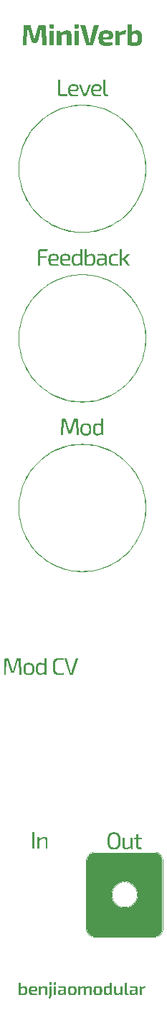
<source format=gbr>
%TF.GenerationSoftware,KiCad,Pcbnew,6.0.11+dfsg-1~bpo11+1*%
%TF.CreationDate,2023-04-14T10:24:36+08:00*%
%TF.ProjectId,MiniVerb - Front,4d696e69-5665-4726-9220-2d2046726f6e,rev?*%
%TF.SameCoordinates,Original*%
%TF.FileFunction,Legend,Top*%
%TF.FilePolarity,Positive*%
%FSLAX46Y46*%
G04 Gerber Fmt 4.6, Leading zero omitted, Abs format (unit mm)*
G04 Created by KiCad (PCBNEW 6.0.11+dfsg-1~bpo11+1) date 2023-04-14 10:24:36*
%MOMM*%
%LPD*%
G01*
G04 APERTURE LIST*
%ADD10C,0.000000*%
G04 APERTURE END LIST*
D10*
G36*
X139248962Y-158147423D02*
G01*
X139249910Y-158132716D01*
X139251490Y-158118435D01*
X139253701Y-158104582D01*
X139256543Y-158091157D01*
X139260014Y-158078160D01*
X139264115Y-158065592D01*
X139268845Y-158053453D01*
X139274203Y-158041745D01*
X139280189Y-158030466D01*
X139286803Y-158019619D01*
X139294043Y-158009204D01*
X139301910Y-157999220D01*
X139310402Y-157989669D01*
X139319519Y-157980552D01*
X139329261Y-157971867D01*
X139339810Y-157963402D01*
X139350821Y-157955486D01*
X139362292Y-157948119D01*
X139374226Y-157941301D01*
X139386621Y-157935031D01*
X139399479Y-157929308D01*
X139412799Y-157924133D01*
X139426582Y-157919505D01*
X139440828Y-157915423D01*
X139455537Y-157911886D01*
X139470710Y-157908895D01*
X139486347Y-157906449D01*
X139502447Y-157904548D01*
X139519012Y-157903190D01*
X139536042Y-157902375D01*
X139553537Y-157902104D01*
X139953512Y-157902104D01*
X139953512Y-157834408D01*
X139953362Y-157824274D01*
X139952911Y-157814496D01*
X139952160Y-157805075D01*
X139951109Y-157796012D01*
X139949759Y-157787309D01*
X139948110Y-157778966D01*
X139946162Y-157770984D01*
X139943917Y-157763364D01*
X139941374Y-157756107D01*
X139938533Y-157749213D01*
X139935396Y-157742685D01*
X139931962Y-157736523D01*
X139928232Y-157730727D01*
X139924207Y-157725299D01*
X139919887Y-157720240D01*
X139915271Y-157715550D01*
X139910240Y-157710942D01*
X139904669Y-157706640D01*
X139898558Y-157702641D01*
X139891906Y-157698945D01*
X139884712Y-157695551D01*
X139876976Y-157692457D01*
X139868695Y-157689664D01*
X139859870Y-157687169D01*
X139850499Y-157684971D01*
X139840582Y-157683070D01*
X139830117Y-157681465D01*
X139819103Y-157680154D01*
X139807540Y-157679136D01*
X139795426Y-157678410D01*
X139782761Y-157677975D01*
X139769544Y-157677830D01*
X139726619Y-157678158D01*
X139678325Y-157679177D01*
X139624740Y-157680946D01*
X139565939Y-157683522D01*
X139505485Y-157686866D01*
X139444770Y-157690839D01*
X139383791Y-157695421D01*
X139322543Y-157700589D01*
X139299288Y-157524892D01*
X139318116Y-157521261D01*
X139337554Y-157517767D01*
X139378242Y-157511181D01*
X139421310Y-157505119D01*
X139466720Y-157499570D01*
X139513375Y-157494518D01*
X139560242Y-157489978D01*
X139607373Y-157485975D01*
X139654822Y-157482533D01*
X139701275Y-157479912D01*
X139745368Y-157478148D01*
X139787079Y-157477154D01*
X139826388Y-157476842D01*
X139826388Y-157476308D01*
X139826387Y-157476300D01*
X139841843Y-157476435D01*
X139856991Y-157476839D01*
X139871828Y-157477511D01*
X139886355Y-157478452D01*
X139900571Y-157479660D01*
X139914475Y-157481134D01*
X139928067Y-157482874D01*
X139941345Y-157484880D01*
X139954308Y-157487151D01*
X139966957Y-157489685D01*
X139979290Y-157492483D01*
X139991307Y-157495544D01*
X140003006Y-157498867D01*
X140014387Y-157502452D01*
X140025450Y-157506298D01*
X140036193Y-157510403D01*
X140046876Y-157514560D01*
X140057229Y-157519080D01*
X140067251Y-157523963D01*
X140076943Y-157529209D01*
X140086305Y-157534818D01*
X140095336Y-157540790D01*
X140104036Y-157547124D01*
X140112406Y-157553822D01*
X140120445Y-157560883D01*
X140128153Y-157568307D01*
X140135530Y-157576094D01*
X140142577Y-157584243D01*
X140149292Y-157592756D01*
X140155676Y-157601632D01*
X140161729Y-157610871D01*
X140167451Y-157620473D01*
X140172834Y-157630494D01*
X140177869Y-157640981D01*
X140182556Y-157651933D01*
X140186897Y-157663349D01*
X140190890Y-157675230D01*
X140194535Y-157687575D01*
X140197834Y-157700383D01*
X140200785Y-157713655D01*
X140203388Y-157727390D01*
X140205645Y-157741589D01*
X140207554Y-157756249D01*
X140209116Y-157771373D01*
X140210331Y-157786958D01*
X140211199Y-157803005D01*
X140211720Y-157819514D01*
X140211893Y-157836484D01*
X140211893Y-158541348D01*
X140008805Y-158541348D01*
X139981416Y-158369786D01*
X139980774Y-158370528D01*
X139980175Y-158371240D01*
X139979080Y-158372595D01*
X139978080Y-158373885D01*
X139977122Y-158375147D01*
X139976151Y-158376416D01*
X139975114Y-158377729D01*
X139973959Y-158379120D01*
X139973321Y-158379857D01*
X139972632Y-158380627D01*
X139962270Y-158391205D01*
X139951294Y-158401790D01*
X139939711Y-158412381D01*
X139927527Y-158422975D01*
X139914748Y-158433573D01*
X139901379Y-158444173D01*
X139887427Y-158454774D01*
X139872897Y-158465375D01*
X139858313Y-158475716D01*
X139843135Y-158485589D01*
X139827363Y-158494995D01*
X139810997Y-158503938D01*
X139794035Y-158512421D01*
X139776477Y-158520447D01*
X139758323Y-158528018D01*
X139739572Y-158535138D01*
X139730248Y-158538468D01*
X139720797Y-158541581D01*
X139711218Y-158544476D01*
X139701511Y-158547155D01*
X139691675Y-158549618D01*
X139681708Y-158551864D01*
X139671610Y-158553895D01*
X139661381Y-158555711D01*
X139651020Y-158557311D01*
X139640525Y-158558697D01*
X139619135Y-158560827D01*
X139597203Y-158562103D01*
X139574724Y-158562527D01*
X139563154Y-158562406D01*
X139551729Y-158562042D01*
X139540448Y-158561435D01*
X139529314Y-158560583D01*
X139518326Y-158559486D01*
X139507484Y-158558143D01*
X139496791Y-158556553D01*
X139486245Y-158554716D01*
X139475849Y-158552630D01*
X139465601Y-158550295D01*
X139455504Y-158547709D01*
X139445558Y-158544873D01*
X139435763Y-158541785D01*
X139426120Y-158538445D01*
X139416629Y-158534851D01*
X139407292Y-158531003D01*
X139398157Y-158526647D01*
X139389274Y-158522055D01*
X139380641Y-158517226D01*
X139372258Y-158512163D01*
X139364124Y-158506865D01*
X139356241Y-158501333D01*
X139348606Y-158495569D01*
X139341219Y-158489572D01*
X139334081Y-158483345D01*
X139327190Y-158476886D01*
X139320546Y-158470198D01*
X139314149Y-158463281D01*
X139307998Y-158456136D01*
X139302094Y-158448763D01*
X139296435Y-158441164D01*
X139291021Y-158433339D01*
X139285894Y-158425025D01*
X139281097Y-158416483D01*
X139276630Y-158407711D01*
X139272493Y-158398710D01*
X139268686Y-158389479D01*
X139265210Y-158380017D01*
X139262065Y-158370325D01*
X139259250Y-158360401D01*
X139256765Y-158350245D01*
X139254612Y-158339857D01*
X139252789Y-158329236D01*
X139251298Y-158318383D01*
X139250137Y-158307295D01*
X139249309Y-158295973D01*
X139248811Y-158284417D01*
X139248645Y-158272626D01*
X139248645Y-158238522D01*
X139504961Y-158238522D01*
X139505090Y-158246348D01*
X139505478Y-158253947D01*
X139506126Y-158261321D01*
X139507034Y-158268467D01*
X139508204Y-158275385D01*
X139509636Y-158282074D01*
X139511331Y-158288533D01*
X139513289Y-158294762D01*
X139515512Y-158300760D01*
X139518001Y-158306525D01*
X139520756Y-158312057D01*
X139523777Y-158317356D01*
X139527067Y-158322419D01*
X139530625Y-158327247D01*
X139534453Y-158331839D01*
X139538550Y-158336194D01*
X139542934Y-158340042D01*
X139547617Y-158343636D01*
X139552599Y-158346976D01*
X139557881Y-158350064D01*
X139563462Y-158352900D01*
X139569341Y-158355486D01*
X139575518Y-158357821D01*
X139581994Y-158359907D01*
X139588767Y-158361744D01*
X139595837Y-158363334D01*
X139603205Y-158364677D01*
X139610869Y-158365774D01*
X139618829Y-158366626D01*
X139627086Y-158367233D01*
X139635639Y-158367597D01*
X139644487Y-158367718D01*
X139651682Y-158367628D01*
X139658978Y-158367356D01*
X139673875Y-158366268D01*
X139689175Y-158364454D01*
X139704874Y-158361913D01*
X139720970Y-158358645D01*
X139737460Y-158354647D01*
X139754341Y-158349921D01*
X139771611Y-158344464D01*
X139789035Y-158338310D01*
X139806384Y-158331496D01*
X139823661Y-158324024D01*
X139840870Y-158315892D01*
X139858012Y-158307101D01*
X139875091Y-158297650D01*
X139892109Y-158287539D01*
X139909071Y-158276768D01*
X139912131Y-158274741D01*
X139915107Y-158272615D01*
X139918010Y-158270402D01*
X139920848Y-158268114D01*
X139923633Y-158265762D01*
X139926373Y-158263359D01*
X139931759Y-158258443D01*
X139942437Y-158248502D01*
X139947885Y-158243665D01*
X139950671Y-158241321D01*
X139953512Y-158239041D01*
X139953512Y-158060757D01*
X139623300Y-158060757D01*
X139615503Y-158061127D01*
X139607990Y-158061734D01*
X139600758Y-158062578D01*
X139593809Y-158063658D01*
X139587141Y-158064975D01*
X139580756Y-158066526D01*
X139574651Y-158068313D01*
X139568828Y-158070334D01*
X139563286Y-158072589D01*
X139558026Y-158075077D01*
X139553045Y-158077797D01*
X139548346Y-158080749D01*
X139543927Y-158083933D01*
X139539788Y-158087348D01*
X139535929Y-158090993D01*
X139532349Y-158094868D01*
X139529018Y-158098921D01*
X139525905Y-158103157D01*
X139523009Y-158107576D01*
X139520330Y-158112179D01*
X139517868Y-158116964D01*
X139515621Y-158121933D01*
X139513591Y-158127085D01*
X139511775Y-158132419D01*
X139510175Y-158137937D01*
X139508789Y-158143638D01*
X139507618Y-158149522D01*
X139506660Y-158155588D01*
X139505916Y-158161838D01*
X139505385Y-158168270D01*
X139505067Y-158174885D01*
X139504961Y-158181683D01*
X139504961Y-158238522D01*
X139248645Y-158238522D01*
X139248645Y-158162556D01*
X139248962Y-158147423D01*
G37*
G36*
X135901879Y-44123188D02*
G01*
X135912024Y-44124029D01*
X135921906Y-44125206D01*
X135931524Y-44126719D01*
X135940880Y-44128569D01*
X135949972Y-44130755D01*
X135958802Y-44133279D01*
X135967369Y-44136139D01*
X135975673Y-44139336D01*
X135983715Y-44142870D01*
X135991494Y-44146742D01*
X135999012Y-44150950D01*
X136006267Y-44155496D01*
X136013259Y-44160379D01*
X136019990Y-44165600D01*
X136026460Y-44171159D01*
X136032667Y-44177055D01*
X136038613Y-44183289D01*
X136044297Y-44189861D01*
X136049720Y-44196771D01*
X136054882Y-44204019D01*
X136059782Y-44211605D01*
X136064422Y-44219529D01*
X136068801Y-44227792D01*
X136072918Y-44236394D01*
X136076776Y-44245333D01*
X136080372Y-44254612D01*
X136083708Y-44264229D01*
X136086784Y-44274186D01*
X136092155Y-44295115D01*
X136406348Y-45519330D01*
X136411523Y-45540562D01*
X136416469Y-45561923D01*
X136421187Y-45583406D01*
X136425682Y-45605006D01*
X136434013Y-45648529D01*
X136441488Y-45692445D01*
X136448728Y-45734959D01*
X136456367Y-45777864D01*
X136464447Y-45821210D01*
X136473010Y-45865045D01*
X136519003Y-45865045D01*
X136527646Y-45821210D01*
X136535903Y-45777864D01*
X136543720Y-45734959D01*
X136551042Y-45692445D01*
X136586182Y-45515712D01*
X136896757Y-44295115D01*
X136901715Y-44274186D01*
X136907768Y-44254612D01*
X136911206Y-44245333D01*
X136914919Y-44236394D01*
X136918906Y-44227792D01*
X136923167Y-44219529D01*
X136927703Y-44211605D01*
X136932514Y-44204019D01*
X136937600Y-44196771D01*
X136942961Y-44189861D01*
X136948597Y-44183289D01*
X136954509Y-44177055D01*
X136960695Y-44171159D01*
X136967158Y-44165600D01*
X136973896Y-44160379D01*
X136980909Y-44155496D01*
X136988199Y-44150950D01*
X136995764Y-44146742D01*
X137003605Y-44142870D01*
X137011723Y-44139336D01*
X137020117Y-44136139D01*
X137028787Y-44133279D01*
X137037734Y-44130755D01*
X137046957Y-44128569D01*
X137056458Y-44126719D01*
X137066235Y-44125206D01*
X137086620Y-44123188D01*
X137108114Y-44122516D01*
X137623328Y-44122516D01*
X137635054Y-44122708D01*
X137646422Y-44123286D01*
X137657431Y-44124248D01*
X137668080Y-44125596D01*
X137678370Y-44127329D01*
X137688302Y-44129447D01*
X137697875Y-44131951D01*
X137707089Y-44134839D01*
X137715944Y-44138114D01*
X137724441Y-44141773D01*
X137732578Y-44145818D01*
X137740358Y-44150249D01*
X137747779Y-44155065D01*
X137754841Y-44160268D01*
X137761545Y-44165855D01*
X137767891Y-44171829D01*
X137773878Y-44178188D01*
X137779507Y-44184934D01*
X137784778Y-44192065D01*
X137789691Y-44199582D01*
X137794246Y-44207486D01*
X137798442Y-44215775D01*
X137802281Y-44224451D01*
X137805762Y-44233513D01*
X137808885Y-44242961D01*
X137811651Y-44252796D01*
X137814058Y-44263017D01*
X137816108Y-44273624D01*
X137817800Y-44284618D01*
X137819135Y-44295999D01*
X137820732Y-44319920D01*
X137912716Y-46556475D01*
X137415072Y-46556475D01*
X137333940Y-44538511D01*
X137270378Y-44538511D01*
X136879187Y-46055731D01*
X136874637Y-46076233D01*
X136868926Y-46095404D01*
X136865634Y-46104491D01*
X136862053Y-46113246D01*
X136858181Y-46121669D01*
X136854019Y-46129760D01*
X136849568Y-46137519D01*
X136844826Y-46144947D01*
X136839795Y-46152043D01*
X136834473Y-46158807D01*
X136828862Y-46165241D01*
X136822962Y-46171343D01*
X136816772Y-46177115D01*
X136810292Y-46182555D01*
X136803523Y-46187665D01*
X136796465Y-46192445D01*
X136789117Y-46196893D01*
X136781481Y-46201012D01*
X136773555Y-46204800D01*
X136765340Y-46208258D01*
X136756837Y-46211386D01*
X136748044Y-46214185D01*
X136738963Y-46216653D01*
X136729593Y-46218792D01*
X136709987Y-46222082D01*
X136689227Y-46224056D01*
X136667314Y-46224713D01*
X136328833Y-46224713D01*
X136306891Y-46224056D01*
X136296330Y-46223233D01*
X136286042Y-46222082D01*
X136276029Y-46220602D01*
X136266290Y-46218792D01*
X136256825Y-46216653D01*
X136247634Y-46214185D01*
X136238718Y-46211386D01*
X136230076Y-46208258D01*
X136221709Y-46204800D01*
X136213618Y-46201012D01*
X136205801Y-46196893D01*
X136198259Y-46192445D01*
X136190993Y-46187665D01*
X136184002Y-46182555D01*
X136177286Y-46177115D01*
X136170847Y-46171343D01*
X136164683Y-46165241D01*
X136158795Y-46158807D01*
X136153184Y-46152043D01*
X136147849Y-46144947D01*
X136142790Y-46137519D01*
X136138008Y-46129760D01*
X136133503Y-46121669D01*
X136129274Y-46113246D01*
X136125322Y-46104491D01*
X136121648Y-46095404D01*
X136118251Y-46085984D01*
X136115131Y-46076233D01*
X136112289Y-46066148D01*
X136109725Y-46055731D01*
X135718534Y-44538511D01*
X135658590Y-44538511D01*
X135584176Y-46556475D01*
X135083431Y-46556475D01*
X135174899Y-44319920D01*
X135176511Y-44295999D01*
X135177864Y-44284618D01*
X135179582Y-44273624D01*
X135181665Y-44263017D01*
X135184113Y-44252796D01*
X135186926Y-44242961D01*
X135190104Y-44233513D01*
X135193647Y-44224451D01*
X135197555Y-44215775D01*
X135201828Y-44207486D01*
X135206466Y-44199582D01*
X135211469Y-44192065D01*
X135216837Y-44184934D01*
X135222570Y-44178188D01*
X135228668Y-44171829D01*
X135235132Y-44165855D01*
X135241961Y-44160268D01*
X135249155Y-44155065D01*
X135256714Y-44150249D01*
X135264638Y-44145818D01*
X135272928Y-44141773D01*
X135281583Y-44138114D01*
X135290603Y-44134839D01*
X135299989Y-44131951D01*
X135309740Y-44129447D01*
X135319856Y-44127329D01*
X135330338Y-44125596D01*
X135341185Y-44124248D01*
X135352398Y-44123286D01*
X135363976Y-44122708D01*
X135375920Y-44122516D01*
X135880798Y-44122516D01*
X135901879Y-44123188D01*
G37*
G36*
X140384297Y-44768426D02*
G01*
X140413719Y-44769841D01*
X140442177Y-44772199D01*
X140469672Y-44775501D01*
X140496202Y-44779745D01*
X140521768Y-44784934D01*
X140546370Y-44791065D01*
X140570008Y-44798141D01*
X140592682Y-44806160D01*
X140614391Y-44815122D01*
X140635137Y-44825028D01*
X140654917Y-44835878D01*
X140673734Y-44847672D01*
X140691586Y-44860409D01*
X140708473Y-44874090D01*
X140724396Y-44888716D01*
X140739354Y-44904285D01*
X140753347Y-44920798D01*
X140766376Y-44938255D01*
X140778440Y-44956656D01*
X140789539Y-44976002D01*
X140799673Y-44996291D01*
X140808843Y-45017525D01*
X140817047Y-45039703D01*
X140824286Y-45062826D01*
X140830561Y-45086893D01*
X140835870Y-45111904D01*
X140840214Y-45137860D01*
X140843593Y-45164760D01*
X140846006Y-45192605D01*
X140847454Y-45221395D01*
X140847937Y-45251129D01*
X140847937Y-46556475D01*
X140325488Y-46556475D01*
X140325488Y-45413393D01*
X140325322Y-45399131D01*
X140324825Y-45385451D01*
X140323996Y-45372351D01*
X140322836Y-45359831D01*
X140321345Y-45347891D01*
X140319522Y-45336531D01*
X140317369Y-45325750D01*
X140314884Y-45315549D01*
X140312069Y-45305926D01*
X140308923Y-45296881D01*
X140305447Y-45288415D01*
X140301641Y-45280527D01*
X140297504Y-45273216D01*
X140293037Y-45266483D01*
X140288240Y-45260326D01*
X140283114Y-45254746D01*
X140277587Y-45249191D01*
X140271591Y-45243992D01*
X140265125Y-45239148D01*
X140258190Y-45234661D01*
X140250786Y-45230531D01*
X140242913Y-45226758D01*
X140234570Y-45223342D01*
X140225760Y-45220285D01*
X140216480Y-45217585D01*
X140206732Y-45215245D01*
X140196517Y-45213263D01*
X140185833Y-45211641D01*
X140174681Y-45210379D01*
X140163061Y-45209476D01*
X140150974Y-45208935D01*
X140138419Y-45208754D01*
X140124284Y-45208935D01*
X140110099Y-45209477D01*
X140095865Y-45210379D01*
X140081579Y-45211641D01*
X140067242Y-45213263D01*
X140052852Y-45215245D01*
X140038409Y-45217586D01*
X140023911Y-45220285D01*
X140009358Y-45223343D01*
X139994750Y-45226758D01*
X139980084Y-45230531D01*
X139965361Y-45234662D01*
X139950580Y-45239149D01*
X139935739Y-45243992D01*
X139905875Y-45254746D01*
X139880313Y-45264264D01*
X139852957Y-45275340D01*
X139824010Y-45287801D01*
X139793673Y-45301473D01*
X139762150Y-45316183D01*
X139729642Y-45331760D01*
X139662479Y-45364817D01*
X139662479Y-46556475D01*
X139140031Y-46556475D01*
X139140031Y-44813946D01*
X139560160Y-44813946D01*
X139606152Y-45080080D01*
X139650438Y-45044582D01*
X139694908Y-45011028D01*
X139739566Y-44979456D01*
X139784416Y-44949906D01*
X139829463Y-44922416D01*
X139852061Y-44909457D01*
X139874710Y-44897027D01*
X139897410Y-44885132D01*
X139920161Y-44873776D01*
X139942964Y-44862965D01*
X139965820Y-44852704D01*
X139990488Y-44842450D01*
X140015101Y-44832857D01*
X140039659Y-44823923D01*
X140064163Y-44815649D01*
X140088612Y-44808036D01*
X140113006Y-44801084D01*
X140137345Y-44794793D01*
X140161630Y-44789163D01*
X140185859Y-44784194D01*
X140210033Y-44779887D01*
X140234151Y-44776242D01*
X140258214Y-44773259D01*
X140282222Y-44770939D01*
X140306174Y-44769281D01*
X140330070Y-44768286D01*
X140353911Y-44767955D01*
X140384297Y-44768426D01*
G37*
G36*
X140420937Y-157974022D02*
G01*
X140421921Y-157950694D01*
X140423300Y-157927981D01*
X140425074Y-157905883D01*
X140427244Y-157884399D01*
X140429809Y-157863528D01*
X140432771Y-157843269D01*
X140436130Y-157823622D01*
X140439886Y-157804587D01*
X140444040Y-157786162D01*
X140448592Y-157768346D01*
X140453543Y-157751140D01*
X140458893Y-157734542D01*
X140464643Y-157718551D01*
X140470793Y-157703168D01*
X140477386Y-157688351D01*
X140484466Y-157674062D01*
X140492030Y-157660300D01*
X140500079Y-157647067D01*
X140508610Y-157634362D01*
X140517624Y-157622185D01*
X140527120Y-157610537D01*
X140537096Y-157599417D01*
X140547551Y-157588827D01*
X140558486Y-157578767D01*
X140569897Y-157569235D01*
X140581786Y-157560234D01*
X140594151Y-157551762D01*
X140606990Y-157543821D01*
X140620304Y-157536410D01*
X140634091Y-157529530D01*
X140648656Y-157523123D01*
X140663776Y-157517121D01*
X140679453Y-157511527D01*
X140695688Y-157506341D01*
X140712481Y-157501564D01*
X140729833Y-157497197D01*
X140747745Y-157493242D01*
X140766219Y-157489698D01*
X140785255Y-157486568D01*
X140804855Y-157483852D01*
X140825018Y-157481551D01*
X140845747Y-157479666D01*
X140867041Y-157478198D01*
X140888903Y-157477149D01*
X140934331Y-157476308D01*
X140957839Y-157476518D01*
X140980738Y-157477148D01*
X141003028Y-157478197D01*
X141024708Y-157479665D01*
X141045778Y-157481549D01*
X141066237Y-157483850D01*
X141086085Y-157486565D01*
X141105322Y-157489695D01*
X141123947Y-157493238D01*
X141141960Y-157497194D01*
X141159360Y-157501561D01*
X141176147Y-157506338D01*
X141192320Y-157511524D01*
X141207879Y-157517119D01*
X141222825Y-157523121D01*
X141237155Y-157529530D01*
X141251190Y-157536409D01*
X141264718Y-157543818D01*
X141277740Y-157551758D01*
X141290253Y-157560228D01*
X141302258Y-157569229D01*
X141313752Y-157578759D01*
X141324736Y-157588819D01*
X141335208Y-157599409D01*
X141345168Y-157610528D01*
X141354613Y-157622176D01*
X141363545Y-157634353D01*
X141371961Y-157647059D01*
X141379860Y-157660294D01*
X141387243Y-157674057D01*
X141394107Y-157688348D01*
X141400452Y-157703168D01*
X141406601Y-157718553D01*
X141412351Y-157734544D01*
X141417701Y-157751143D01*
X141422652Y-157768350D01*
X141427204Y-157786165D01*
X141431358Y-157804590D01*
X141435114Y-157823626D01*
X141438473Y-157843272D01*
X141444001Y-157884400D01*
X141447944Y-157927982D01*
X141450308Y-157974022D01*
X141451095Y-158022527D01*
X141450898Y-158047094D01*
X141450308Y-158071056D01*
X141449323Y-158094410D01*
X141447944Y-158117157D01*
X141446170Y-158139294D01*
X141444001Y-158160822D01*
X141441435Y-158181740D01*
X141438473Y-158202046D01*
X141435115Y-158221741D01*
X141431358Y-158240823D01*
X141427205Y-158259291D01*
X141422652Y-158277145D01*
X141417701Y-158294385D01*
X141412351Y-158311008D01*
X141406602Y-158327015D01*
X141400452Y-158342404D01*
X141394107Y-158356973D01*
X141387243Y-158371047D01*
X141379860Y-158384626D01*
X141371961Y-158397710D01*
X141363545Y-158410299D01*
X141354613Y-158422392D01*
X141345168Y-158433990D01*
X141335208Y-158445092D01*
X141324736Y-158455698D01*
X141313752Y-158465808D01*
X141302258Y-158475421D01*
X141290253Y-158484538D01*
X141277740Y-158493157D01*
X141264718Y-158501280D01*
X141251190Y-158508906D01*
X141237155Y-158516034D01*
X141222825Y-158522439D01*
X141207879Y-158528427D01*
X141192320Y-158533998D01*
X141176146Y-158539153D01*
X141159359Y-158543892D01*
X141141959Y-158548215D01*
X141123947Y-158552124D01*
X141105322Y-158555619D01*
X141086085Y-158558700D01*
X141066237Y-158561369D01*
X141045778Y-158563625D01*
X141024708Y-158565470D01*
X140980738Y-158567927D01*
X140934331Y-158568745D01*
X140911333Y-158568541D01*
X140888903Y-158567927D01*
X140867041Y-158566903D01*
X140845747Y-158565469D01*
X140825018Y-158563624D01*
X140804855Y-158561367D01*
X140785255Y-158558698D01*
X140766219Y-158555616D01*
X140747745Y-158552121D01*
X140729833Y-158548212D01*
X140712481Y-158543888D01*
X140695688Y-158539150D01*
X140679453Y-158533996D01*
X140663776Y-158528425D01*
X140648656Y-158522438D01*
X140634091Y-158516034D01*
X140620304Y-158508910D01*
X140606990Y-158501288D01*
X140594151Y-158493169D01*
X140581786Y-158484552D01*
X140569897Y-158475437D01*
X140558486Y-158465826D01*
X140547551Y-158455717D01*
X140537096Y-158445112D01*
X140527120Y-158434010D01*
X140517624Y-158422412D01*
X140508610Y-158410317D01*
X140500079Y-158397726D01*
X140492030Y-158384639D01*
X140484466Y-158371056D01*
X140477386Y-158356978D01*
X140470793Y-158342404D01*
X140464643Y-158327015D01*
X140458894Y-158311008D01*
X140453544Y-158294385D01*
X140448593Y-158277145D01*
X140444041Y-158259291D01*
X140439887Y-158240823D01*
X140436131Y-158221741D01*
X140432772Y-158202046D01*
X140427244Y-158160822D01*
X140423301Y-158117157D01*
X140420937Y-158071056D01*
X140420150Y-158022527D01*
X140686801Y-158022527D01*
X140687164Y-158055972D01*
X140688251Y-158087510D01*
X140690066Y-158117136D01*
X140692607Y-158144848D01*
X140695876Y-158170640D01*
X140697783Y-158182816D01*
X140699873Y-158194511D01*
X140702145Y-158205724D01*
X140704599Y-158216455D01*
X140707236Y-158226704D01*
X140710055Y-158236470D01*
X140713085Y-158245813D01*
X140716351Y-158254795D01*
X140719854Y-158263415D01*
X140723593Y-158271672D01*
X140727566Y-158279567D01*
X140731774Y-158287099D01*
X140736214Y-158294267D01*
X140740887Y-158301073D01*
X140745792Y-158307515D01*
X140750927Y-158313593D01*
X140756292Y-158319306D01*
X140761886Y-158324656D01*
X140767708Y-158329640D01*
X140773758Y-158334260D01*
X140780034Y-158338515D01*
X140786536Y-158342404D01*
X140793560Y-158345989D01*
X140800874Y-158349339D01*
X140808478Y-158352455D01*
X140816376Y-158355337D01*
X140824566Y-158357985D01*
X140833051Y-158360401D01*
X140841831Y-158362585D01*
X140850908Y-158364537D01*
X140860282Y-158366257D01*
X140869956Y-158367747D01*
X140879929Y-158369006D01*
X140890203Y-158370035D01*
X140900779Y-158370835D01*
X140911659Y-158371405D01*
X140922842Y-158371747D01*
X140934331Y-158371861D01*
X140946081Y-158371747D01*
X140957519Y-158371405D01*
X140968645Y-158370833D01*
X140979457Y-158370033D01*
X140989957Y-158369003D01*
X141000143Y-158367743D01*
X141010016Y-158366253D01*
X141019574Y-158364531D01*
X141028819Y-158362579D01*
X141037749Y-158360395D01*
X141046364Y-158357979D01*
X141054664Y-158355330D01*
X141062649Y-158352449D01*
X141070318Y-158349334D01*
X141077672Y-158345986D01*
X141084709Y-158342404D01*
X141091459Y-158338520D01*
X141097951Y-158334270D01*
X141104182Y-158329654D01*
X141110153Y-158324672D01*
X141115863Y-158319324D01*
X141121311Y-158313612D01*
X141126496Y-158307535D01*
X141131417Y-158301093D01*
X141136073Y-158294287D01*
X141140464Y-158287117D01*
X141144589Y-158279583D01*
X141148447Y-158271686D01*
X141152037Y-158263426D01*
X141155358Y-158254803D01*
X141158409Y-158245818D01*
X141161190Y-158236470D01*
X141166646Y-158216455D01*
X141171372Y-158194511D01*
X141175370Y-158170640D01*
X141178638Y-158144848D01*
X141181180Y-158117136D01*
X141182994Y-158087510D01*
X141184082Y-158055972D01*
X141184445Y-158022527D01*
X141184082Y-157989106D01*
X141182994Y-157957628D01*
X141181180Y-157928084D01*
X141178638Y-157900468D01*
X141175370Y-157874769D01*
X141173462Y-157862637D01*
X141171372Y-157850981D01*
X141169100Y-157839801D01*
X141166646Y-157829095D01*
X141164009Y-157818862D01*
X141161190Y-157809102D01*
X141158409Y-157799758D01*
X141155357Y-157790777D01*
X141152036Y-157782157D01*
X141148446Y-157773900D01*
X141144589Y-157766005D01*
X141140464Y-157758473D01*
X141136073Y-157751304D01*
X141131416Y-157744499D01*
X141126495Y-157738057D01*
X141121310Y-157731979D01*
X141115863Y-157726265D01*
X141110153Y-157720916D01*
X141104182Y-157715931D01*
X141097950Y-157711312D01*
X141091459Y-157707057D01*
X141084709Y-157703168D01*
X141077672Y-157699315D01*
X141070318Y-157695706D01*
X141062649Y-157692340D01*
X141054664Y-157689219D01*
X141046364Y-157686344D01*
X141037749Y-157683715D01*
X141028819Y-157681333D01*
X141019574Y-157679198D01*
X141010016Y-157677312D01*
X141000143Y-157675675D01*
X140989957Y-157674287D01*
X140979457Y-157673150D01*
X140968645Y-157672265D01*
X140957519Y-157671632D01*
X140946081Y-157671251D01*
X140934331Y-157671124D01*
X140922842Y-157671251D01*
X140911659Y-157671632D01*
X140900779Y-157672265D01*
X140890203Y-157673150D01*
X140879929Y-157674287D01*
X140869956Y-157675675D01*
X140860282Y-157677312D01*
X140850908Y-157679198D01*
X140841831Y-157681333D01*
X140833051Y-157683715D01*
X140824566Y-157686344D01*
X140816376Y-157689219D01*
X140808478Y-157692340D01*
X140800874Y-157695706D01*
X140793560Y-157699315D01*
X140786536Y-157703168D01*
X140780034Y-157707050D01*
X140773758Y-157711300D01*
X140767708Y-157715915D01*
X140761886Y-157720897D01*
X140756292Y-157726244D01*
X140750927Y-157731957D01*
X140745792Y-157738034D01*
X140740888Y-157744476D01*
X140736215Y-157751283D01*
X140731774Y-157758453D01*
X140727567Y-157765987D01*
X140723593Y-157773885D01*
X140719855Y-157782145D01*
X140716352Y-157790768D01*
X140713085Y-157799754D01*
X140710055Y-157809102D01*
X140704599Y-157829095D01*
X140699873Y-157850981D01*
X140695876Y-157874769D01*
X140692607Y-157900468D01*
X140690066Y-157928084D01*
X140688251Y-157957628D01*
X140687164Y-157989106D01*
X140686801Y-158022527D01*
X140420150Y-158022527D01*
X140420347Y-157997966D01*
X140420937Y-157974022D01*
G37*
G36*
X143391353Y-91701662D02*
G01*
X143393329Y-91672125D01*
X143395745Y-91643470D01*
X143398600Y-91615698D01*
X143401897Y-91588809D01*
X143405634Y-91562801D01*
X143409813Y-91537675D01*
X143414434Y-91513430D01*
X143419496Y-91490066D01*
X143425000Y-91467583D01*
X143430948Y-91445980D01*
X143437338Y-91425258D01*
X143444171Y-91405415D01*
X143451457Y-91386012D01*
X143459204Y-91367313D01*
X143467413Y-91349319D01*
X143476084Y-91332030D01*
X143485218Y-91315446D01*
X143494813Y-91299567D01*
X143504872Y-91284393D01*
X143515393Y-91269924D01*
X143526378Y-91256161D01*
X143537826Y-91243104D01*
X143549737Y-91230753D01*
X143562112Y-91219107D01*
X143574951Y-91208168D01*
X143588254Y-91197935D01*
X143602021Y-91188409D01*
X143616253Y-91179589D01*
X143630951Y-91171388D01*
X143646118Y-91163717D01*
X143661752Y-91156575D01*
X143677852Y-91149964D01*
X143694419Y-91143881D01*
X143711450Y-91138328D01*
X143728946Y-91133304D01*
X143746906Y-91128810D01*
X143765329Y-91124844D01*
X143784214Y-91121408D01*
X143803561Y-91118500D01*
X143823368Y-91116122D01*
X143843635Y-91114272D01*
X143864362Y-91112950D01*
X143885548Y-91112158D01*
X143907191Y-91111893D01*
X143941018Y-91112466D01*
X143974763Y-91114185D01*
X144008423Y-91117050D01*
X144041998Y-91121061D01*
X144075484Y-91126220D01*
X144108880Y-91132527D01*
X144142183Y-91139981D01*
X144175392Y-91148583D01*
X144189826Y-91152423D01*
X144204177Y-91156543D01*
X144232635Y-91165598D01*
X144260785Y-91175697D01*
X144288648Y-91186789D01*
X144316242Y-91198822D01*
X144343586Y-91211744D01*
X144370699Y-91225505D01*
X144397601Y-91240052D01*
X144394100Y-91210333D01*
X144390927Y-91180828D01*
X144389556Y-91166219D01*
X144388378Y-91151738D01*
X144387429Y-91137410D01*
X144386747Y-91123261D01*
X144385550Y-91086073D01*
X144384747Y-91047864D01*
X144384296Y-91008596D01*
X144384155Y-90968232D01*
X144384155Y-90545003D01*
X144623943Y-90545003D01*
X144623943Y-92520592D01*
X144437908Y-92520592D01*
X144414654Y-92321637D01*
X144388129Y-92344211D01*
X144360899Y-92366075D01*
X144332934Y-92387200D01*
X144304206Y-92407559D01*
X144274685Y-92427126D01*
X144244342Y-92445874D01*
X144213150Y-92463774D01*
X144181077Y-92480801D01*
X144162996Y-92489685D01*
X144144735Y-92497996D01*
X144126296Y-92505735D01*
X144107679Y-92512900D01*
X144088883Y-92519492D01*
X144069910Y-92525512D01*
X144050760Y-92530958D01*
X144031433Y-92535832D01*
X144011930Y-92540132D01*
X143992251Y-92543859D01*
X143972396Y-92547013D01*
X143952366Y-92549593D01*
X143932161Y-92551600D01*
X143911782Y-92553034D01*
X143891229Y-92553894D01*
X143870502Y-92554181D01*
X143838619Y-92553464D01*
X143807881Y-92551314D01*
X143778290Y-92547731D01*
X143763923Y-92545403D01*
X143749844Y-92542715D01*
X143736050Y-92539670D01*
X143722543Y-92536266D01*
X143709323Y-92532504D01*
X143696389Y-92528383D01*
X143683742Y-92523905D01*
X143671381Y-92519068D01*
X143659307Y-92513872D01*
X143647520Y-92508319D01*
X143636019Y-92502407D01*
X143624805Y-92496136D01*
X143613877Y-92489508D01*
X143603236Y-92482521D01*
X143592882Y-92475176D01*
X143582815Y-92467473D01*
X143573034Y-92459411D01*
X143563540Y-92450991D01*
X143554333Y-92442213D01*
X143545413Y-92433076D01*
X143536779Y-92423581D01*
X143528432Y-92413728D01*
X143520372Y-92403516D01*
X143512600Y-92392947D01*
X143505113Y-92382018D01*
X143497914Y-92370732D01*
X143484586Y-92347116D01*
X143472117Y-92322128D01*
X143460509Y-92295769D01*
X143449760Y-92268040D01*
X143439870Y-92238941D01*
X143430841Y-92208473D01*
X143422672Y-92176637D01*
X143415362Y-92143433D01*
X143408913Y-92108863D01*
X143403323Y-92072925D01*
X143398593Y-92035622D01*
X143394723Y-91996954D01*
X143391713Y-91956922D01*
X143389563Y-91915526D01*
X143388273Y-91872766D01*
X143387843Y-91828644D01*
X143387878Y-91826047D01*
X143633296Y-91826047D01*
X143633780Y-91875443D01*
X143635231Y-91922029D01*
X143637650Y-91965801D01*
X143641039Y-92006755D01*
X143645398Y-92044886D01*
X143650728Y-92080190D01*
X143653757Y-92096781D01*
X143657029Y-92112664D01*
X143660544Y-92127839D01*
X143664302Y-92142304D01*
X143668679Y-92156152D01*
X143673341Y-92169472D01*
X143678290Y-92182264D01*
X143683524Y-92194529D01*
X143689045Y-92206265D01*
X143694852Y-92217473D01*
X143700945Y-92228152D01*
X143707325Y-92238302D01*
X143713991Y-92247924D01*
X143720944Y-92257015D01*
X143728184Y-92265577D01*
X143735711Y-92273610D01*
X143743524Y-92281112D01*
X143751625Y-92288083D01*
X143760013Y-92294524D01*
X143768688Y-92300435D01*
X143777665Y-92305902D01*
X143786956Y-92311012D01*
X143796560Y-92315766D01*
X143806476Y-92320164D01*
X143816703Y-92324206D01*
X143827241Y-92327894D01*
X143838089Y-92331227D01*
X143849247Y-92334207D01*
X143860713Y-92336834D01*
X143872487Y-92339109D01*
X143884568Y-92341032D01*
X143896956Y-92342604D01*
X143909649Y-92343826D01*
X143922648Y-92344698D01*
X143935950Y-92345221D01*
X143949556Y-92345395D01*
X143969752Y-92345092D01*
X143989419Y-92344180D01*
X144008558Y-92342657D01*
X144027168Y-92340519D01*
X144045249Y-92337763D01*
X144062801Y-92334387D01*
X144079824Y-92330387D01*
X144088137Y-92328152D01*
X144096317Y-92325761D01*
X144113336Y-92319710D01*
X144130530Y-92312848D01*
X144147898Y-92305181D01*
X144165442Y-92296714D01*
X144183163Y-92287453D01*
X144201062Y-92277404D01*
X144219138Y-92266572D01*
X144237393Y-92254964D01*
X144253547Y-92244631D01*
X144270497Y-92233496D01*
X144306446Y-92209166D01*
X144344559Y-92182672D01*
X144384155Y-92154713D01*
X144384155Y-91397130D01*
X144329326Y-91381476D01*
X144276770Y-91367069D01*
X144227134Y-91354257D01*
X144203614Y-91348558D01*
X144181067Y-91343388D01*
X144155435Y-91338089D01*
X144129346Y-91333484D01*
X144102804Y-91329579D01*
X144075815Y-91326376D01*
X144048385Y-91323879D01*
X144020520Y-91322091D01*
X143992226Y-91321016D01*
X143963509Y-91320656D01*
X143963509Y-91320649D01*
X143948871Y-91320815D01*
X143934589Y-91321312D01*
X143920664Y-91322141D01*
X143907095Y-91323302D01*
X143893880Y-91324793D01*
X143881020Y-91326616D01*
X143868514Y-91328770D01*
X143856361Y-91331255D01*
X143844560Y-91334070D01*
X143833112Y-91337216D01*
X143822016Y-91340692D01*
X143811271Y-91344499D01*
X143800876Y-91348636D01*
X143790831Y-91353103D01*
X143781136Y-91357900D01*
X143771790Y-91363026D01*
X143763114Y-91368244D01*
X143754727Y-91374019D01*
X143746626Y-91380350D01*
X143738812Y-91387236D01*
X143731286Y-91394677D01*
X143724046Y-91402671D01*
X143717093Y-91411219D01*
X143710427Y-91420318D01*
X143704047Y-91429969D01*
X143697954Y-91440170D01*
X143692147Y-91450921D01*
X143686626Y-91462220D01*
X143681391Y-91474067D01*
X143676442Y-91486461D01*
X143671780Y-91499401D01*
X143667402Y-91512887D01*
X143659454Y-91541853D01*
X143652547Y-91573723D01*
X143646688Y-91608499D01*
X143641881Y-91646182D01*
X143638134Y-91686776D01*
X143635450Y-91730284D01*
X143633835Y-91776706D01*
X143633296Y-91826047D01*
X143387878Y-91826047D01*
X143388720Y-91763386D01*
X143391353Y-91701662D01*
G37*
G36*
X142298589Y-157476323D02*
G01*
X142315278Y-157476608D01*
X142331476Y-157477463D01*
X142347185Y-157478886D01*
X142362401Y-157480877D01*
X142377125Y-157483434D01*
X142391356Y-157486557D01*
X142405092Y-157490245D01*
X142418333Y-157494496D01*
X142431078Y-157499310D01*
X142443326Y-157504685D01*
X142455077Y-157510621D01*
X142466328Y-157517116D01*
X142477080Y-157524170D01*
X142487331Y-157531781D01*
X142497081Y-157539949D01*
X142506328Y-157548672D01*
X142511310Y-157553880D01*
X142516069Y-157559303D01*
X142520610Y-157564936D01*
X142524939Y-157570773D01*
X142529063Y-157576807D01*
X142532988Y-157583034D01*
X142536720Y-157589447D01*
X142540266Y-157596040D01*
X142543631Y-157602809D01*
X142546822Y-157609747D01*
X142549845Y-157616849D01*
X142552706Y-157624108D01*
X142555411Y-157631519D01*
X142557967Y-157639076D01*
X142560379Y-157646774D01*
X142562655Y-157654607D01*
X142586467Y-157634174D01*
X142610112Y-157614882D01*
X142633575Y-157596771D01*
X142656843Y-157579884D01*
X142679899Y-157564264D01*
X142691344Y-157556941D01*
X142702730Y-157549951D01*
X142714057Y-157543298D01*
X142725321Y-157536988D01*
X142736522Y-157531027D01*
X142747657Y-157525418D01*
X142760394Y-157519514D01*
X142773207Y-157513984D01*
X142786096Y-157508827D01*
X142799062Y-157504045D01*
X142812107Y-157499640D01*
X142825231Y-157495611D01*
X142838436Y-157491961D01*
X142851723Y-157488691D01*
X142865092Y-157485801D01*
X142878545Y-157483293D01*
X142892083Y-157481168D01*
X142905707Y-157479427D01*
X142919417Y-157478070D01*
X142933216Y-157477100D01*
X142947103Y-157476517D01*
X142961081Y-157476323D01*
X142978025Y-157476616D01*
X142994462Y-157477494D01*
X143010391Y-157478957D01*
X143025811Y-157481004D01*
X143040722Y-157483633D01*
X143055122Y-157486843D01*
X143069011Y-157490635D01*
X143082388Y-157495006D01*
X143095252Y-157499957D01*
X143107603Y-157505485D01*
X143119440Y-157511590D01*
X143130762Y-157518272D01*
X143141568Y-157525528D01*
X143151858Y-157533359D01*
X143161631Y-157541763D01*
X143170886Y-157550740D01*
X143179855Y-157560000D01*
X143188241Y-157569783D01*
X143196045Y-157580089D01*
X143203268Y-157590920D01*
X143209910Y-157602275D01*
X143215971Y-157614156D01*
X143221453Y-157626564D01*
X143226355Y-157639500D01*
X143230678Y-157652965D01*
X143234424Y-157666959D01*
X143237592Y-157681483D01*
X143240182Y-157696538D01*
X143242196Y-157712126D01*
X143243634Y-157728246D01*
X143244496Y-157744901D01*
X143244783Y-157762090D01*
X143244783Y-158541371D01*
X142991053Y-158541371D01*
X142991053Y-157840642D01*
X142990679Y-157831028D01*
X142990085Y-157821763D01*
X142989270Y-157812845D01*
X142988236Y-157804275D01*
X142986983Y-157796053D01*
X142985512Y-157788178D01*
X142983824Y-157780650D01*
X142981921Y-157773470D01*
X142979802Y-157766636D01*
X142977469Y-157760149D01*
X142974922Y-157754009D01*
X142972162Y-157748216D01*
X142969190Y-157742769D01*
X142966008Y-157737668D01*
X142962615Y-157732914D01*
X142959013Y-157728505D01*
X142955140Y-157724142D01*
X142950927Y-157720057D01*
X142946373Y-157716250D01*
X142941477Y-157712723D01*
X142936238Y-157709475D01*
X142930654Y-157706507D01*
X142924726Y-157703819D01*
X142918451Y-157701412D01*
X142911829Y-157699286D01*
X142904859Y-157697443D01*
X142897539Y-157695881D01*
X142889868Y-157694603D01*
X142881846Y-157693608D01*
X142873472Y-157692896D01*
X142864744Y-157692469D01*
X142855661Y-157692326D01*
X142850112Y-157692386D01*
X142844579Y-157692565D01*
X142839063Y-157692863D01*
X142833562Y-157693279D01*
X142828078Y-157693813D01*
X142822609Y-157694464D01*
X142817158Y-157695232D01*
X142811722Y-157696116D01*
X142806303Y-157697116D01*
X142800901Y-157698231D01*
X142795516Y-157699460D01*
X142790147Y-157700804D01*
X142779461Y-157703832D01*
X142768844Y-157707310D01*
X142758627Y-157710753D01*
X142748084Y-157714728D01*
X142737213Y-157719235D01*
X142726014Y-157724272D01*
X142714484Y-157729836D01*
X142702621Y-157735927D01*
X142690425Y-157742544D01*
X142677894Y-157749684D01*
X142655896Y-157762854D01*
X142631498Y-157778069D01*
X142605364Y-157794852D01*
X142578158Y-157812726D01*
X142578158Y-158541363D01*
X142332695Y-158541363D01*
X142332695Y-157840634D01*
X142332560Y-157830521D01*
X142332156Y-157820805D01*
X142331482Y-157811487D01*
X142330541Y-157802567D01*
X142329332Y-157794044D01*
X142327856Y-157785917D01*
X142326115Y-157778188D01*
X142324108Y-157770855D01*
X142321837Y-157763918D01*
X142319301Y-157757377D01*
X142316503Y-157751231D01*
X142313442Y-157745481D01*
X142310120Y-157740126D01*
X142306536Y-157735166D01*
X142302692Y-157730601D01*
X142298589Y-157726430D01*
X142294227Y-157722323D01*
X142289606Y-157718476D01*
X142284727Y-157714890D01*
X142279588Y-157711566D01*
X142274187Y-157708504D01*
X142268525Y-157705706D01*
X142262600Y-157703171D01*
X142256412Y-157700900D01*
X142249959Y-157698894D01*
X142243241Y-157697153D01*
X142236256Y-157695678D01*
X142229003Y-157694471D01*
X142221483Y-157693530D01*
X142213693Y-157692857D01*
X142205634Y-157692454D01*
X142197303Y-157692319D01*
X142186716Y-157692526D01*
X142176124Y-157693146D01*
X142165527Y-157694173D01*
X142154929Y-157695601D01*
X142144330Y-157697427D01*
X142133734Y-157699644D01*
X142123141Y-157702249D01*
X142112554Y-157705235D01*
X142101843Y-157708678D01*
X142090876Y-157712653D01*
X142079649Y-157717160D01*
X142068161Y-157722196D01*
X142056409Y-157727761D01*
X142044389Y-157733852D01*
X142032099Y-157740469D01*
X142019536Y-157747609D01*
X141998364Y-157760305D01*
X141974449Y-157775225D01*
X141948660Y-157791711D01*
X141921867Y-157809102D01*
X141921867Y-158541356D01*
X141666069Y-158541356D01*
X141666069Y-157502148D01*
X141871224Y-157502148D01*
X141891378Y-157661824D01*
X141915979Y-157640020D01*
X141940487Y-157619517D01*
X141964895Y-157600343D01*
X141977059Y-157591264D01*
X141989195Y-157582527D01*
X142001302Y-157574137D01*
X142013379Y-157566096D01*
X142025426Y-157558410D01*
X142037441Y-157551080D01*
X142049423Y-157544111D01*
X142061372Y-157537506D01*
X142073286Y-157531269D01*
X142085165Y-157525403D01*
X142097902Y-157519499D01*
X142110715Y-157513968D01*
X142123604Y-157508812D01*
X142136570Y-157504030D01*
X142149615Y-157499624D01*
X142162739Y-157495596D01*
X142175944Y-157491946D01*
X142189231Y-157488676D01*
X142202600Y-157485786D01*
X142216053Y-157483278D01*
X142229591Y-157481153D01*
X142243214Y-157479411D01*
X142256925Y-157478055D01*
X142270724Y-157477085D01*
X142284611Y-157476502D01*
X142298589Y-157476308D01*
X142298589Y-157476323D01*
G37*
G36*
X146826381Y-71422642D02*
G01*
X146826236Y-71444320D01*
X146825805Y-71465619D01*
X146825096Y-71486546D01*
X146824114Y-71507111D01*
X146822867Y-71527324D01*
X146821360Y-71547193D01*
X146819601Y-71566728D01*
X146817597Y-71585938D01*
X146816850Y-71594410D01*
X146815912Y-71603094D01*
X146813647Y-71620893D01*
X146811161Y-71638914D01*
X146808813Y-71656735D01*
X146992264Y-71656735D01*
X147427380Y-71145653D01*
X147706949Y-71146184D01*
X147274934Y-71651063D01*
X147269861Y-71657462D01*
X147264517Y-71663958D01*
X147258905Y-71670549D01*
X147253025Y-71677230D01*
X147246880Y-71684000D01*
X147240473Y-71690854D01*
X147233804Y-71697791D01*
X147226875Y-71704808D01*
X147219949Y-71710973D01*
X147213282Y-71716767D01*
X147206875Y-71722195D01*
X147200731Y-71727265D01*
X147194851Y-71731982D01*
X147189238Y-71736353D01*
X147183892Y-71740384D01*
X147178816Y-71744080D01*
X147178816Y-71749768D01*
X147181319Y-71751610D01*
X147183889Y-71753608D01*
X147189233Y-71758073D01*
X147194846Y-71763158D01*
X147200726Y-71768863D01*
X147206870Y-71775185D01*
X147213278Y-71782122D01*
X147219947Y-71789671D01*
X147226875Y-71797829D01*
X147233802Y-71805586D01*
X147240469Y-71813338D01*
X147246876Y-71821087D01*
X147253020Y-71828835D01*
X147258899Y-71836583D01*
X147264513Y-71844332D01*
X147269858Y-71852085D01*
X147274934Y-71859841D01*
X147751908Y-72520264D01*
X147472340Y-72520264D01*
X146996399Y-71831933D01*
X146809331Y-71831933D01*
X146811511Y-71848853D01*
X146813851Y-71865784D01*
X146814971Y-71874250D01*
X146815998Y-71882714D01*
X146816889Y-71891175D01*
X146817599Y-71899632D01*
X146820059Y-71938795D01*
X146821838Y-71977263D01*
X146822918Y-72015026D01*
X146823282Y-72052075D01*
X146823282Y-72520264D01*
X146583504Y-72520264D01*
X146583504Y-70544671D01*
X146823280Y-70544659D01*
X146826381Y-71422642D01*
G37*
G36*
X139033671Y-158541363D02*
G01*
X138779940Y-158541363D01*
X138779940Y-157502156D01*
X139033671Y-157502156D01*
X139033671Y-158541363D01*
G37*
G36*
X140465717Y-51731474D02*
G01*
X140467472Y-51700760D01*
X140469730Y-51670948D01*
X140472492Y-51642038D01*
X140475760Y-51614032D01*
X140479534Y-51586929D01*
X140483815Y-51560730D01*
X140488605Y-51535435D01*
X140493903Y-51511045D01*
X140499711Y-51487561D01*
X140506030Y-51464984D01*
X140512860Y-51443312D01*
X140520203Y-51422548D01*
X140528060Y-51402692D01*
X140536804Y-51383302D01*
X140546103Y-51364646D01*
X140555955Y-51346720D01*
X140566362Y-51329526D01*
X140577322Y-51313062D01*
X140588834Y-51297328D01*
X140600899Y-51282322D01*
X140613515Y-51268045D01*
X140626682Y-51254496D01*
X140640401Y-51241673D01*
X140654669Y-51229577D01*
X140669487Y-51218206D01*
X140684855Y-51207560D01*
X140700771Y-51197639D01*
X140717236Y-51188441D01*
X140734248Y-51179966D01*
X140752196Y-51171765D01*
X140770760Y-51164093D01*
X140789941Y-51156951D01*
X140809739Y-51150339D01*
X140830154Y-51144257D01*
X140851187Y-51138704D01*
X140872836Y-51133680D01*
X140895102Y-51129186D01*
X140917986Y-51125220D01*
X140941488Y-51121784D01*
X140965607Y-51118877D01*
X140990343Y-51116498D01*
X141015697Y-51114648D01*
X141041669Y-51113327D01*
X141068259Y-51112534D01*
X141095467Y-51112270D01*
X141095468Y-51112270D01*
X141133599Y-51112708D01*
X141170381Y-51114024D01*
X141205815Y-51116217D01*
X141239902Y-51119289D01*
X141272641Y-51123240D01*
X141304034Y-51128071D01*
X141334081Y-51133782D01*
X141362782Y-51140375D01*
X141390139Y-51147850D01*
X141416151Y-51156207D01*
X141440819Y-51165447D01*
X141464144Y-51175572D01*
X141486125Y-51186581D01*
X141506765Y-51198476D01*
X141526063Y-51211257D01*
X141544020Y-51224925D01*
X141561107Y-51239466D01*
X141577091Y-51254869D01*
X141591972Y-51271132D01*
X141605751Y-51288257D01*
X141618426Y-51306241D01*
X141629998Y-51325086D01*
X141640468Y-51344791D01*
X141649836Y-51365356D01*
X141658101Y-51386781D01*
X141665263Y-51409066D01*
X141671324Y-51432211D01*
X141676282Y-51456215D01*
X141680138Y-51481078D01*
X141682893Y-51506800D01*
X141684545Y-51533381D01*
X141685096Y-51560821D01*
X141685131Y-51583443D01*
X141684532Y-51605446D01*
X141683298Y-51626832D01*
X141681428Y-51647600D01*
X141678921Y-51667750D01*
X141675777Y-51687283D01*
X141671995Y-51706198D01*
X141667574Y-51724496D01*
X141662514Y-51742176D01*
X141656813Y-51759239D01*
X141650472Y-51775685D01*
X141643490Y-51791514D01*
X141635865Y-51806725D01*
X141627598Y-51821320D01*
X141618687Y-51835298D01*
X141609132Y-51848659D01*
X141598891Y-51860965D01*
X141587923Y-51872480D01*
X141576227Y-51883206D01*
X141563805Y-51893141D01*
X141550655Y-51902284D01*
X141536778Y-51910635D01*
X141522174Y-51918194D01*
X141506842Y-51924960D01*
X141490782Y-51930932D01*
X141473995Y-51936110D01*
X141456480Y-51940492D01*
X141438237Y-51944080D01*
X141419266Y-51946871D01*
X141399567Y-51948865D01*
X141379140Y-51950062D01*
X141357985Y-51950461D01*
X140721848Y-51950461D01*
X140724448Y-51979850D01*
X140727465Y-52008236D01*
X140730948Y-52035492D01*
X140734943Y-52061494D01*
X140739497Y-52086116D01*
X140744657Y-52109233D01*
X140747480Y-52120188D01*
X140750472Y-52130719D01*
X140753639Y-52140812D01*
X140756988Y-52150449D01*
X140762830Y-52164628D01*
X140769069Y-52178234D01*
X140775703Y-52191269D01*
X140782735Y-52203732D01*
X140790162Y-52215623D01*
X140797987Y-52226941D01*
X140806208Y-52237686D01*
X140814825Y-52247858D01*
X140823840Y-52257458D01*
X140833252Y-52266483D01*
X140843060Y-52274935D01*
X140853266Y-52282813D01*
X140863869Y-52290117D01*
X140874870Y-52296846D01*
X140886268Y-52303000D01*
X140898064Y-52308579D01*
X140910298Y-52313705D01*
X140923011Y-52318502D01*
X140936205Y-52322969D01*
X140949880Y-52327105D01*
X140964037Y-52330912D01*
X140978677Y-52334388D01*
X140993800Y-52337533D01*
X141009407Y-52340349D01*
X141025500Y-52342833D01*
X141042078Y-52344987D01*
X141076696Y-52348301D01*
X141113266Y-52350290D01*
X141151795Y-52350954D01*
X141208046Y-52350459D01*
X141266746Y-52348945D01*
X141327915Y-52346368D01*
X141391574Y-52342685D01*
X141456152Y-52336877D01*
X141517227Y-52330731D01*
X141574774Y-52324231D01*
X141628769Y-52317365D01*
X141654089Y-52478079D01*
X141637383Y-52484298D01*
X141619717Y-52490256D01*
X141601089Y-52495951D01*
X141581494Y-52501383D01*
X141560929Y-52506550D01*
X141539390Y-52511452D01*
X141516873Y-52516086D01*
X141493376Y-52520453D01*
X141469956Y-52524550D01*
X141446266Y-52528377D01*
X141422308Y-52531936D01*
X141398082Y-52535229D01*
X141373593Y-52538257D01*
X141348840Y-52541023D01*
X141323827Y-52543528D01*
X141298556Y-52545774D01*
X141274171Y-52547759D01*
X141250406Y-52549460D01*
X141227260Y-52550884D01*
X141204733Y-52552037D01*
X141182822Y-52552923D01*
X141161529Y-52553549D01*
X141140851Y-52553920D01*
X141120789Y-52554043D01*
X141091521Y-52553770D01*
X141062983Y-52552952D01*
X141035176Y-52551588D01*
X141008099Y-52549676D01*
X140981751Y-52547217D01*
X140956131Y-52544208D01*
X140931240Y-52540650D01*
X140907078Y-52536542D01*
X140883642Y-52531883D01*
X140860934Y-52526671D01*
X140838953Y-52520906D01*
X140817698Y-52514588D01*
X140797169Y-52507716D01*
X140777366Y-52500288D01*
X140758287Y-52492304D01*
X140739933Y-52483762D01*
X140722237Y-52474258D01*
X140705131Y-52464091D01*
X140688618Y-52453260D01*
X140672696Y-52441767D01*
X140657368Y-52429611D01*
X140642633Y-52416794D01*
X140628492Y-52403314D01*
X140614946Y-52389172D01*
X140601995Y-52374370D01*
X140589641Y-52358906D01*
X140577882Y-52342781D01*
X140566721Y-52325995D01*
X140556158Y-52308549D01*
X140546193Y-52290443D01*
X140536827Y-52271677D01*
X140528060Y-52252251D01*
X140520203Y-52231748D01*
X140512860Y-52210452D01*
X140506029Y-52188364D01*
X140499710Y-52165485D01*
X140493902Y-52141812D01*
X140488604Y-52117347D01*
X140483815Y-52092089D01*
X140479534Y-52066037D01*
X140472492Y-52011552D01*
X140467471Y-51953890D01*
X140464465Y-51893047D01*
X140463464Y-51829022D01*
X140463714Y-51795606D01*
X140464446Y-51763910D01*
X140717196Y-51763910D01*
X141295971Y-51763910D01*
X141307360Y-51763668D01*
X141312865Y-51763366D01*
X141318244Y-51762943D01*
X141323496Y-51762399D01*
X141328622Y-51761734D01*
X141333621Y-51760949D01*
X141338494Y-51760042D01*
X141343240Y-51759014D01*
X141347860Y-51757865D01*
X141352353Y-51756595D01*
X141356720Y-51755203D01*
X141360960Y-51753691D01*
X141365073Y-51752057D01*
X141369059Y-51750303D01*
X141372919Y-51748427D01*
X141376652Y-51746429D01*
X141380258Y-51744311D01*
X141383737Y-51742071D01*
X141387090Y-51739710D01*
X141390315Y-51737227D01*
X141393414Y-51734623D01*
X141396385Y-51731897D01*
X141399230Y-51729050D01*
X141401948Y-51726082D01*
X141404538Y-51722992D01*
X141407001Y-51719780D01*
X141409338Y-51716447D01*
X141411547Y-51712993D01*
X141413629Y-51709416D01*
X141415583Y-51705718D01*
X141417411Y-51701898D01*
X141420825Y-51693741D01*
X141424012Y-51685496D01*
X141426973Y-51677163D01*
X141429709Y-51668743D01*
X141432220Y-51660235D01*
X141434509Y-51651639D01*
X141436575Y-51642955D01*
X141438419Y-51634183D01*
X141440043Y-51625322D01*
X141441448Y-51616373D01*
X141442634Y-51607336D01*
X141443602Y-51598211D01*
X141444353Y-51588996D01*
X141444889Y-51579694D01*
X141445210Y-51570302D01*
X141445316Y-51560821D01*
X141444677Y-51544538D01*
X141443463Y-51528849D01*
X141441675Y-51513754D01*
X141439313Y-51499254D01*
X141436377Y-51485349D01*
X141432868Y-51472039D01*
X141428785Y-51459323D01*
X141424129Y-51447203D01*
X141418899Y-51435679D01*
X141413097Y-51424749D01*
X141406721Y-51414416D01*
X141403318Y-51409472D01*
X141399772Y-51404678D01*
X141396083Y-51400032D01*
X141392251Y-51395535D01*
X141388275Y-51391188D01*
X141384157Y-51386989D01*
X141379895Y-51382940D01*
X141375490Y-51379039D01*
X141370942Y-51375288D01*
X141366251Y-51371686D01*
X141356310Y-51364852D01*
X141345535Y-51358462D01*
X141333927Y-51352515D01*
X141321484Y-51347010D01*
X141308206Y-51341948D01*
X141294092Y-51337328D01*
X141279141Y-51333149D01*
X141263354Y-51329412D01*
X141246729Y-51326115D01*
X141229265Y-51323259D01*
X141210962Y-51320844D01*
X141191819Y-51318868D01*
X141171835Y-51317332D01*
X141151011Y-51316235D01*
X141129344Y-51315577D01*
X141106835Y-51315358D01*
X141088379Y-51315532D01*
X141070406Y-51316055D01*
X141052915Y-51316927D01*
X141035907Y-51318149D01*
X141019383Y-51319721D01*
X141003343Y-51321645D01*
X140987787Y-51323920D01*
X140972716Y-51326547D01*
X140958130Y-51329528D01*
X140944029Y-51332861D01*
X140930414Y-51336549D01*
X140917286Y-51340591D01*
X140904644Y-51344988D01*
X140892489Y-51349741D01*
X140880821Y-51354851D01*
X140869641Y-51360317D01*
X140859244Y-51365873D01*
X140849220Y-51371960D01*
X140839570Y-51378576D01*
X140830293Y-51385723D01*
X140821390Y-51393399D01*
X140812861Y-51401605D01*
X140804706Y-51410340D01*
X140796926Y-51419604D01*
X140789521Y-51429398D01*
X140782491Y-51439721D01*
X140775836Y-51450573D01*
X140769557Y-51461953D01*
X140763654Y-51473863D01*
X140758127Y-51486301D01*
X140752976Y-51499267D01*
X140748201Y-51512762D01*
X140744710Y-51524499D01*
X140741454Y-51536825D01*
X140735628Y-51563190D01*
X140730671Y-51591753D01*
X140726534Y-51622411D01*
X140723169Y-51655060D01*
X140720523Y-51689595D01*
X140718549Y-51725913D01*
X140717196Y-51763910D01*
X140464446Y-51763910D01*
X140464465Y-51763089D01*
X140465717Y-51731474D01*
G37*
G36*
X138968597Y-157051082D02*
G01*
X138973139Y-157051308D01*
X138977533Y-157051684D01*
X138981780Y-157052210D01*
X138985879Y-157052886D01*
X138989831Y-157053712D01*
X138993634Y-157054689D01*
X138997290Y-157055814D01*
X139000798Y-157057090D01*
X139004158Y-157058515D01*
X139007369Y-157060090D01*
X139010432Y-157061814D01*
X139013347Y-157063687D01*
X139016113Y-157065709D01*
X139018730Y-157067880D01*
X139021199Y-157070201D01*
X139023519Y-157072670D01*
X139025690Y-157075288D01*
X139027712Y-157078054D01*
X139029585Y-157080969D01*
X139031309Y-157084032D01*
X139032883Y-157087244D01*
X139034308Y-157090603D01*
X139035583Y-157094111D01*
X139036709Y-157097767D01*
X139037685Y-157101571D01*
X139038511Y-157105522D01*
X139039187Y-157109621D01*
X139039713Y-157113868D01*
X139040089Y-157118262D01*
X139040314Y-157122803D01*
X139040390Y-157127492D01*
X139040390Y-157245831D01*
X139040314Y-157250519D01*
X139040089Y-157255057D01*
X139039713Y-157259444D01*
X139039187Y-157263682D01*
X139038511Y-157267769D01*
X139037685Y-157271707D01*
X139036709Y-157275495D01*
X139035583Y-157279134D01*
X139034308Y-157282623D01*
X139032883Y-157285962D01*
X139031309Y-157289153D01*
X139029585Y-157292193D01*
X139027712Y-157295085D01*
X139025690Y-157297828D01*
X139023519Y-157300421D01*
X139021199Y-157302866D01*
X139018730Y-157305161D01*
X139016113Y-157307309D01*
X139013346Y-157309307D01*
X139010432Y-157311157D01*
X139007369Y-157312858D01*
X139004157Y-157314411D01*
X139000797Y-157315815D01*
X138997290Y-157317072D01*
X138993634Y-157318180D01*
X138989830Y-157319140D01*
X138985879Y-157319952D01*
X138981780Y-157320617D01*
X138977533Y-157321133D01*
X138973139Y-157321502D01*
X138963908Y-157321797D01*
X138849703Y-157321797D01*
X138845014Y-157321723D01*
X138840473Y-157321502D01*
X138836078Y-157321133D01*
X138831832Y-157320616D01*
X138827733Y-157319952D01*
X138823781Y-157319140D01*
X138819977Y-157318179D01*
X138816322Y-157317071D01*
X138812814Y-157315814D01*
X138809454Y-157314409D01*
X138806243Y-157312856D01*
X138803180Y-157311155D01*
X138800265Y-157309305D01*
X138797499Y-157307306D01*
X138794881Y-157305159D01*
X138792413Y-157302863D01*
X138790093Y-157300418D01*
X138787922Y-157297824D01*
X138785900Y-157295082D01*
X138784027Y-157292190D01*
X138782303Y-157289149D01*
X138780729Y-157285959D01*
X138779304Y-157282620D01*
X138778029Y-157279131D01*
X138776903Y-157275492D01*
X138775927Y-157271704D01*
X138775101Y-157267767D01*
X138774425Y-157263680D01*
X138773899Y-157259442D01*
X138773523Y-157255055D01*
X138773298Y-157250518D01*
X138773223Y-157245831D01*
X138773223Y-157127492D01*
X138773298Y-157122804D01*
X138773523Y-157118263D01*
X138773899Y-157113869D01*
X138774425Y-157109623D01*
X138775101Y-157105525D01*
X138775927Y-157101573D01*
X138776903Y-157097770D01*
X138778029Y-157094114D01*
X138779304Y-157090607D01*
X138780729Y-157087247D01*
X138782303Y-157084035D01*
X138784027Y-157080972D01*
X138785900Y-157078057D01*
X138787922Y-157075291D01*
X138790093Y-157072673D01*
X138792413Y-157070203D01*
X138794882Y-157067883D01*
X138797499Y-157065712D01*
X138800266Y-157063689D01*
X138803180Y-157061816D01*
X138806243Y-157060092D01*
X138809455Y-157058517D01*
X138812814Y-157057091D01*
X138816322Y-157055816D01*
X138819978Y-157054690D01*
X138823781Y-157053713D01*
X138827733Y-157052887D01*
X138831832Y-157052210D01*
X138836079Y-157051684D01*
X138840473Y-157051308D01*
X138845015Y-157051082D01*
X138849703Y-157051007D01*
X138963908Y-157051007D01*
X138968597Y-157051082D01*
G37*
G36*
X143456411Y-157974022D02*
G01*
X143457395Y-157950694D01*
X143458774Y-157927981D01*
X143460548Y-157905883D01*
X143462718Y-157884399D01*
X143465284Y-157863528D01*
X143468246Y-157843269D01*
X143471604Y-157823622D01*
X143475360Y-157804587D01*
X143479514Y-157786162D01*
X143484067Y-157768346D01*
X143489017Y-157751140D01*
X143494367Y-157734542D01*
X143500117Y-157718551D01*
X143506267Y-157703168D01*
X143512860Y-157688351D01*
X143519939Y-157674062D01*
X143527504Y-157660300D01*
X143535552Y-157647067D01*
X143544084Y-157634362D01*
X143553098Y-157622185D01*
X143562593Y-157610537D01*
X143572569Y-157599417D01*
X143583025Y-157588827D01*
X143593959Y-157578767D01*
X143605371Y-157569235D01*
X143617260Y-157560234D01*
X143629624Y-157551762D01*
X143642464Y-157543821D01*
X143655777Y-157536410D01*
X143669564Y-157529530D01*
X143684129Y-157523123D01*
X143699250Y-157517121D01*
X143714927Y-157511527D01*
X143731161Y-157506341D01*
X143747954Y-157501564D01*
X143765306Y-157497197D01*
X143783218Y-157493242D01*
X143801692Y-157489698D01*
X143820728Y-157486568D01*
X143840328Y-157483852D01*
X143860491Y-157481551D01*
X143881219Y-157479666D01*
X143902514Y-157478198D01*
X143924376Y-157477149D01*
X143969804Y-157476308D01*
X143993312Y-157476518D01*
X144016211Y-157477148D01*
X144038501Y-157478197D01*
X144060181Y-157479665D01*
X144081251Y-157481549D01*
X144101710Y-157483850D01*
X144121558Y-157486565D01*
X144140795Y-157489695D01*
X144159420Y-157493238D01*
X144177433Y-157497194D01*
X144194833Y-157501561D01*
X144211619Y-157506338D01*
X144227793Y-157511524D01*
X144243352Y-157517119D01*
X144258297Y-157523121D01*
X144272628Y-157529530D01*
X144286657Y-157536409D01*
X144300169Y-157543818D01*
X144313165Y-157551758D01*
X144325645Y-157560228D01*
X144337611Y-157569229D01*
X144349062Y-157578759D01*
X144359999Y-157588819D01*
X144370423Y-157599409D01*
X144380334Y-157610528D01*
X144389733Y-157622176D01*
X144398621Y-157634353D01*
X144406998Y-157647059D01*
X144414864Y-157660294D01*
X144422221Y-157674057D01*
X144429069Y-157688348D01*
X144435409Y-157703168D01*
X144441564Y-157718553D01*
X144447330Y-157734544D01*
X144452706Y-157751143D01*
X144457690Y-157768350D01*
X144462281Y-157786165D01*
X144466478Y-157804590D01*
X144470281Y-157823626D01*
X144473688Y-157843272D01*
X144479311Y-157884400D01*
X144483337Y-157927982D01*
X144485759Y-157974022D01*
X144486569Y-158022527D01*
X144486366Y-158047094D01*
X144485759Y-158071056D01*
X144484749Y-158094410D01*
X144483337Y-158117157D01*
X144481524Y-158139294D01*
X144479311Y-158160822D01*
X144476699Y-158181740D01*
X144473688Y-158202046D01*
X144470281Y-158221741D01*
X144466478Y-158240823D01*
X144462281Y-158259291D01*
X144457690Y-158277145D01*
X144452706Y-158294385D01*
X144447330Y-158311008D01*
X144441564Y-158327015D01*
X144435409Y-158342404D01*
X144429070Y-158356973D01*
X144422222Y-158371047D01*
X144414865Y-158384626D01*
X144406999Y-158397710D01*
X144398622Y-158410299D01*
X144389734Y-158422392D01*
X144380335Y-158433990D01*
X144370424Y-158445092D01*
X144360000Y-158455698D01*
X144349063Y-158465808D01*
X144337612Y-158475421D01*
X144325647Y-158484538D01*
X144313166Y-158493157D01*
X144300170Y-158501280D01*
X144286657Y-158508906D01*
X144272628Y-158516034D01*
X144258297Y-158522439D01*
X144243352Y-158528427D01*
X144227793Y-158533998D01*
X144211619Y-158539153D01*
X144194833Y-158543892D01*
X144177433Y-158548215D01*
X144159420Y-158552124D01*
X144140795Y-158555619D01*
X144121558Y-158558700D01*
X144101710Y-158561369D01*
X144081251Y-158563625D01*
X144060181Y-158565470D01*
X144016211Y-158567927D01*
X143969804Y-158568745D01*
X143946805Y-158568541D01*
X143924376Y-158567927D01*
X143902514Y-158566903D01*
X143881219Y-158565469D01*
X143860491Y-158563624D01*
X143840328Y-158561367D01*
X143820728Y-158558698D01*
X143801692Y-158555616D01*
X143783218Y-158552121D01*
X143765306Y-158548212D01*
X143747954Y-158543888D01*
X143731161Y-158539150D01*
X143714927Y-158533996D01*
X143699250Y-158528425D01*
X143684129Y-158522438D01*
X143669564Y-158516034D01*
X143655777Y-158508910D01*
X143642464Y-158501288D01*
X143629624Y-158493169D01*
X143617259Y-158484552D01*
X143605371Y-158475437D01*
X143593959Y-158465826D01*
X143583025Y-158455717D01*
X143572569Y-158445112D01*
X143562593Y-158434010D01*
X143553098Y-158422412D01*
X143544084Y-158410317D01*
X143535552Y-158397726D01*
X143527503Y-158384639D01*
X143519939Y-158371056D01*
X143512860Y-158356978D01*
X143506267Y-158342404D01*
X143500117Y-158327015D01*
X143494368Y-158311008D01*
X143489018Y-158294385D01*
X143484067Y-158277145D01*
X143479515Y-158259291D01*
X143475361Y-158240823D01*
X143471605Y-158221741D01*
X143468246Y-158202046D01*
X143462718Y-158160822D01*
X143458774Y-158117157D01*
X143456411Y-158071056D01*
X143455624Y-158022527D01*
X143722274Y-158022527D01*
X143722637Y-158055972D01*
X143723725Y-158087510D01*
X143725540Y-158117136D01*
X143728081Y-158144848D01*
X143731350Y-158170640D01*
X143733258Y-158182816D01*
X143735347Y-158194511D01*
X143737619Y-158205724D01*
X143740073Y-158216455D01*
X143742710Y-158226704D01*
X143745528Y-158236470D01*
X143748551Y-158245813D01*
X143751801Y-158254795D01*
X143755279Y-158263415D01*
X143758984Y-158271672D01*
X143762918Y-158279567D01*
X143767082Y-158287099D01*
X143771476Y-158294267D01*
X143776101Y-158301073D01*
X143780957Y-158307515D01*
X143786046Y-158313593D01*
X143791367Y-158319306D01*
X143796922Y-158324656D01*
X143802712Y-158329640D01*
X143808736Y-158334260D01*
X143814997Y-158338515D01*
X143821493Y-158342404D01*
X143828522Y-158345989D01*
X143835852Y-158349339D01*
X143843482Y-158352455D01*
X143851412Y-158355337D01*
X143859642Y-158357985D01*
X143868170Y-158360401D01*
X143876997Y-158362585D01*
X143886122Y-158364537D01*
X143895545Y-158366257D01*
X143905264Y-158367747D01*
X143915281Y-158369006D01*
X143925595Y-158370035D01*
X143936204Y-158370835D01*
X143947109Y-158371405D01*
X143958309Y-158371747D01*
X143969804Y-158371861D01*
X143981554Y-158371747D01*
X143992992Y-158371405D01*
X144004118Y-158370833D01*
X144014930Y-158370033D01*
X144025430Y-158369003D01*
X144035616Y-158367743D01*
X144045489Y-158366253D01*
X144055047Y-158364531D01*
X144064292Y-158362579D01*
X144073222Y-158360395D01*
X144081837Y-158357979D01*
X144090137Y-158355330D01*
X144098122Y-158352449D01*
X144105791Y-158349334D01*
X144113145Y-158345986D01*
X144120182Y-158342404D01*
X144126926Y-158338520D01*
X144133401Y-158334270D01*
X144139606Y-158329654D01*
X144145544Y-158324672D01*
X144151215Y-158319324D01*
X144156619Y-158313612D01*
X144161757Y-158307535D01*
X144166630Y-158301093D01*
X144171238Y-158294287D01*
X144175582Y-158287117D01*
X144179664Y-158279583D01*
X144183483Y-158271686D01*
X144187040Y-158263426D01*
X144190336Y-158254803D01*
X144193371Y-158245818D01*
X144196147Y-158236470D01*
X144201603Y-158216455D01*
X144206329Y-158194511D01*
X144210326Y-158170640D01*
X144213595Y-158144848D01*
X144216136Y-158117136D01*
X144217951Y-158087510D01*
X144219039Y-158055972D01*
X144219401Y-158022527D01*
X144219039Y-157989106D01*
X144217950Y-157957628D01*
X144216136Y-157928084D01*
X144213594Y-157900468D01*
X144210325Y-157874769D01*
X144208418Y-157862637D01*
X144206328Y-157850981D01*
X144204056Y-157839801D01*
X144201602Y-157829095D01*
X144198966Y-157818862D01*
X144196147Y-157809102D01*
X144193371Y-157799758D01*
X144190336Y-157790777D01*
X144187040Y-157782157D01*
X144183483Y-157773900D01*
X144179664Y-157766005D01*
X144175582Y-157758473D01*
X144171238Y-157751304D01*
X144166630Y-157744499D01*
X144161757Y-157738057D01*
X144156619Y-157731979D01*
X144151215Y-157726265D01*
X144145544Y-157720916D01*
X144139606Y-157715931D01*
X144133401Y-157711312D01*
X144126926Y-157707057D01*
X144120182Y-157703168D01*
X144113145Y-157699315D01*
X144105792Y-157695706D01*
X144098123Y-157692340D01*
X144090139Y-157689219D01*
X144081839Y-157686344D01*
X144073224Y-157683715D01*
X144064294Y-157681333D01*
X144055049Y-157679198D01*
X144045490Y-157677312D01*
X144035618Y-157675675D01*
X144025431Y-157674287D01*
X144014932Y-157673150D01*
X144004119Y-157672265D01*
X143992993Y-157671632D01*
X143981555Y-157671251D01*
X143969804Y-157671124D01*
X143958310Y-157671251D01*
X143947111Y-157671632D01*
X143936206Y-157672265D01*
X143925597Y-157673150D01*
X143915284Y-157674287D01*
X143905268Y-157675675D01*
X143895548Y-157677312D01*
X143886125Y-157679198D01*
X143877000Y-157681333D01*
X143868173Y-157683715D01*
X143859645Y-157686344D01*
X143851415Y-157689219D01*
X143843484Y-157692340D01*
X143835854Y-157695706D01*
X143828523Y-157699315D01*
X143821493Y-157703168D01*
X143814997Y-157707050D01*
X143808736Y-157711300D01*
X143802712Y-157715915D01*
X143796922Y-157720897D01*
X143791367Y-157726244D01*
X143786046Y-157731957D01*
X143780957Y-157738034D01*
X143776101Y-157744476D01*
X143771476Y-157751283D01*
X143767082Y-157758453D01*
X143762918Y-157765987D01*
X143758984Y-157773885D01*
X143755279Y-157782145D01*
X143751801Y-157790768D01*
X143748551Y-157799754D01*
X143745528Y-157809102D01*
X143740073Y-157829095D01*
X143735347Y-157850981D01*
X143731350Y-157874769D01*
X143728081Y-157900468D01*
X143725539Y-157928084D01*
X143723725Y-157957628D01*
X143722637Y-157989106D01*
X143722274Y-158022527D01*
X143455624Y-158022527D01*
X143455820Y-157997966D01*
X143456411Y-157974022D01*
G37*
G36*
X145954522Y-71112418D02*
G01*
X145988283Y-71113498D01*
X146023807Y-71115279D01*
X146061056Y-71117741D01*
X146080142Y-71119269D01*
X146099303Y-71121054D01*
X146118542Y-71123102D01*
X146137866Y-71125414D01*
X146157277Y-71127994D01*
X146176781Y-71130846D01*
X146196383Y-71133972D01*
X146216086Y-71137376D01*
X146236340Y-71141092D01*
X146256172Y-71145180D01*
X146275577Y-71149635D01*
X146294547Y-71154449D01*
X146313076Y-71159615D01*
X146331156Y-71165128D01*
X146348782Y-71170981D01*
X146365947Y-71177167D01*
X146334941Y-71332196D01*
X146287613Y-71328279D01*
X146238805Y-71325069D01*
X146188585Y-71322577D01*
X146137020Y-71320817D01*
X146088033Y-71318311D01*
X146042632Y-71316535D01*
X146000758Y-71315479D01*
X145962354Y-71315129D01*
X145942154Y-71315309D01*
X145922478Y-71315848D01*
X145903325Y-71316746D01*
X145884698Y-71318001D01*
X145866596Y-71319612D01*
X145849021Y-71321580D01*
X145831974Y-71323901D01*
X145815455Y-71326577D01*
X145799465Y-71329605D01*
X145784005Y-71332985D01*
X145769075Y-71336717D01*
X145754678Y-71340798D01*
X145740813Y-71345228D01*
X145727481Y-71350006D01*
X145714684Y-71355132D01*
X145702421Y-71360604D01*
X145690639Y-71366509D01*
X145679283Y-71372935D01*
X145668351Y-71379881D01*
X145657842Y-71387351D01*
X145647756Y-71395344D01*
X145638092Y-71403863D01*
X145628849Y-71412909D01*
X145620025Y-71422482D01*
X145611621Y-71432584D01*
X145603635Y-71443216D01*
X145596065Y-71454381D01*
X145588913Y-71466078D01*
X145582175Y-71478309D01*
X145575852Y-71491075D01*
X145569943Y-71504379D01*
X145564446Y-71518220D01*
X145559319Y-71532677D01*
X145554523Y-71547827D01*
X145550056Y-71563667D01*
X145545920Y-71580197D01*
X145538637Y-71615320D01*
X145532676Y-71653186D01*
X145528038Y-71693786D01*
X145524724Y-71737111D01*
X145522734Y-71783150D01*
X145522071Y-71831895D01*
X145522734Y-71880650D01*
X145524724Y-71926736D01*
X145526215Y-71948780D01*
X145528038Y-71970160D01*
X145530191Y-71990876D01*
X145532676Y-72010930D01*
X145535491Y-72030323D01*
X145538637Y-72049055D01*
X145542113Y-72067128D01*
X145545919Y-72084542D01*
X145550056Y-72101299D01*
X145554523Y-72117400D01*
X145559319Y-72132846D01*
X145564446Y-72147637D01*
X145569943Y-72161484D01*
X145575853Y-72174804D01*
X145582176Y-72187596D01*
X145588914Y-72199861D01*
X145596067Y-72211597D01*
X145603636Y-72222805D01*
X145611622Y-72233485D01*
X145620027Y-72243635D01*
X145628850Y-72253257D01*
X145638093Y-72262349D01*
X145647757Y-72270911D01*
X145657843Y-72278944D01*
X145668351Y-72286446D01*
X145679283Y-72293417D01*
X145690640Y-72299858D01*
X145702421Y-72305768D01*
X145714684Y-72311239D01*
X145727482Y-72316364D01*
X145740814Y-72321142D01*
X145754679Y-72325572D01*
X145769077Y-72329653D01*
X145784006Y-72333385D01*
X145799466Y-72336765D01*
X145815456Y-72339793D01*
X145831976Y-72342469D01*
X145849023Y-72344791D01*
X145866598Y-72346759D01*
X145884699Y-72348370D01*
X145922479Y-72350523D01*
X145962354Y-72351243D01*
X145985108Y-72351020D01*
X146011038Y-72350389D01*
X146040144Y-72349411D01*
X146072425Y-72348145D01*
X146106777Y-72346609D01*
X146142137Y-72344752D01*
X146178556Y-72342527D01*
X146216086Y-72339890D01*
X146235720Y-72338395D01*
X146255111Y-72336713D01*
X146274250Y-72334846D01*
X146293132Y-72332798D01*
X146311749Y-72330571D01*
X146330095Y-72328169D01*
X146348163Y-72325594D01*
X146365947Y-72322850D01*
X146391268Y-72483563D01*
X146364862Y-72492432D01*
X146337851Y-72500691D01*
X146310233Y-72508338D01*
X146282001Y-72515371D01*
X146253153Y-72521786D01*
X146223682Y-72527582D01*
X146193585Y-72532756D01*
X146162857Y-72537305D01*
X146132511Y-72541281D01*
X146102153Y-72544737D01*
X146071788Y-72547668D01*
X146041418Y-72550074D01*
X146011048Y-72551950D01*
X145980683Y-72553293D01*
X145950325Y-72554102D01*
X145919978Y-72554372D01*
X145890710Y-72554093D01*
X145862173Y-72553259D01*
X145834366Y-72551869D01*
X145807289Y-72549925D01*
X145780940Y-72547427D01*
X145755321Y-72544375D01*
X145730430Y-72540771D01*
X145706267Y-72536614D01*
X145682832Y-72531906D01*
X145660124Y-72526648D01*
X145638143Y-72520840D01*
X145616888Y-72514483D01*
X145596359Y-72507577D01*
X145576555Y-72500123D01*
X145557477Y-72492122D01*
X145539123Y-72483575D01*
X145521435Y-72474416D01*
X145504355Y-72464577D01*
X145487885Y-72454059D01*
X145472026Y-72442859D01*
X145456779Y-72430978D01*
X145442145Y-72418416D01*
X145428126Y-72405171D01*
X145414723Y-72391243D01*
X145401937Y-72376631D01*
X145389770Y-72361336D01*
X145378223Y-72345355D01*
X145367298Y-72328690D01*
X145356994Y-72311339D01*
X145347315Y-72293302D01*
X145338261Y-72274577D01*
X145329833Y-72255166D01*
X145322316Y-72234992D01*
X145315284Y-72213983D01*
X145308740Y-72192137D01*
X145302681Y-72169455D01*
X145297109Y-72145937D01*
X145292022Y-72121582D01*
X145283305Y-72070360D01*
X145276528Y-72015786D01*
X145271690Y-71957859D01*
X145268788Y-71896575D01*
X145267821Y-71831933D01*
X145268077Y-71799186D01*
X145268844Y-71767269D01*
X145270122Y-71736183D01*
X145271910Y-71705928D01*
X145274207Y-71676506D01*
X145277014Y-71647918D01*
X145280328Y-71620166D01*
X145284151Y-71593250D01*
X145288480Y-71567172D01*
X145293316Y-71541933D01*
X145298658Y-71517535D01*
X145304505Y-71493978D01*
X145310857Y-71471263D01*
X145317713Y-71449393D01*
X145325072Y-71428367D01*
X145332934Y-71408189D01*
X145341356Y-71388785D01*
X145350394Y-71370087D01*
X145360048Y-71352093D01*
X145370318Y-71334803D01*
X145381204Y-71318219D01*
X145392707Y-71302340D01*
X145404828Y-71287166D01*
X145417565Y-71272698D01*
X145430920Y-71258935D01*
X145444892Y-71245877D01*
X145459482Y-71233526D01*
X145474690Y-71221881D01*
X145490517Y-71210941D01*
X145506962Y-71200709D01*
X145524025Y-71191182D01*
X145541707Y-71182362D01*
X145560061Y-71173819D01*
X145579139Y-71165834D01*
X145598943Y-71158405D01*
X145619472Y-71151531D01*
X145640726Y-71145213D01*
X145662708Y-71139448D01*
X145685416Y-71134237D01*
X145708851Y-71129577D01*
X145733014Y-71125469D01*
X145757905Y-71121912D01*
X145783524Y-71118904D01*
X145809872Y-71116445D01*
X145836950Y-71114534D01*
X145864757Y-71113170D01*
X145922563Y-71112080D01*
X145922564Y-71112054D01*
X145954522Y-71112418D01*
G37*
G36*
X139483679Y-52125127D02*
G01*
X139483853Y-52136924D01*
X139484376Y-52148322D01*
X139485248Y-52159324D01*
X139486470Y-52169927D01*
X139488043Y-52180133D01*
X139489967Y-52189942D01*
X139492242Y-52199353D01*
X139494869Y-52208368D01*
X139497850Y-52216985D01*
X139501183Y-52225205D01*
X139504871Y-52233029D01*
X139508913Y-52240455D01*
X139513310Y-52247485D01*
X139518062Y-52254119D01*
X139523171Y-52260356D01*
X139528637Y-52266196D01*
X139534824Y-52271668D01*
X139541392Y-52276794D01*
X139548338Y-52281572D01*
X139555663Y-52286002D01*
X139563365Y-52290084D01*
X139571444Y-52293815D01*
X139579900Y-52297195D01*
X139588731Y-52300224D01*
X139597937Y-52302899D01*
X139607517Y-52305221D01*
X139617471Y-52307188D01*
X139627797Y-52308800D01*
X139638495Y-52310055D01*
X139649565Y-52310953D01*
X139661005Y-52311492D01*
X139672814Y-52311672D01*
X140375613Y-52311672D01*
X140386983Y-52503391D01*
X140294680Y-52509759D01*
X140201256Y-52514740D01*
X140106774Y-52518309D01*
X140011295Y-52520444D01*
X139822160Y-52522444D01*
X139633024Y-52523037D01*
X139606703Y-52522629D01*
X139581360Y-52521407D01*
X139556996Y-52519369D01*
X139533607Y-52516516D01*
X139511194Y-52512847D01*
X139489755Y-52508364D01*
X139469288Y-52503064D01*
X139449793Y-52496949D01*
X139431267Y-52490018D01*
X139413711Y-52482271D01*
X139397122Y-52473708D01*
X139381500Y-52464329D01*
X139366843Y-52454134D01*
X139353150Y-52443123D01*
X139340419Y-52431295D01*
X139328650Y-52418650D01*
X139317712Y-52405387D01*
X139307478Y-52391705D01*
X139297947Y-52377602D01*
X139289119Y-52363080D01*
X139280996Y-52348138D01*
X139273578Y-52332777D01*
X139266864Y-52316997D01*
X139260855Y-52300797D01*
X139255552Y-52284179D01*
X139250955Y-52267142D01*
X139247064Y-52249686D01*
X139243880Y-52231812D01*
X139241402Y-52213519D01*
X139239632Y-52194809D01*
X139238570Y-52175680D01*
X139238216Y-52156133D01*
X139238216Y-50572768D01*
X139483679Y-50572768D01*
X139483679Y-52125127D01*
G37*
G36*
X138125339Y-71731283D02*
G01*
X138127127Y-71700569D01*
X138129425Y-71670757D01*
X138132231Y-71641848D01*
X138135545Y-71613841D01*
X138139367Y-71586738D01*
X138143696Y-71560539D01*
X138148532Y-71535245D01*
X138153874Y-71510855D01*
X138159721Y-71487371D01*
X138166073Y-71464793D01*
X138172929Y-71443122D01*
X138180288Y-71422358D01*
X138188151Y-71402501D01*
X138196895Y-71383111D01*
X138206194Y-71364454D01*
X138216047Y-71346529D01*
X138226453Y-71329334D01*
X138237413Y-71312870D01*
X138248926Y-71297136D01*
X138260990Y-71282131D01*
X138273607Y-71267853D01*
X138286774Y-71254304D01*
X138300492Y-71241481D01*
X138314761Y-71229385D01*
X138329579Y-71218014D01*
X138344947Y-71207368D01*
X138360863Y-71197446D01*
X138377328Y-71188248D01*
X138394340Y-71179772D01*
X138412287Y-71171572D01*
X138430851Y-71163901D01*
X138450032Y-71156760D01*
X138469830Y-71150149D01*
X138490245Y-71144067D01*
X138511277Y-71138514D01*
X138532927Y-71133490D01*
X138555193Y-71128996D01*
X138578077Y-71125031D01*
X138601579Y-71121594D01*
X138625698Y-71118687D01*
X138650434Y-71116308D01*
X138675789Y-71114458D01*
X138701761Y-71113137D01*
X138728350Y-71112345D01*
X138755558Y-71112080D01*
X138755559Y-71112073D01*
X138793690Y-71112511D01*
X138830472Y-71113826D01*
X138865906Y-71116019D01*
X138899993Y-71119091D01*
X138932733Y-71123042D01*
X138964125Y-71127873D01*
X138994172Y-71133584D01*
X139022874Y-71140177D01*
X139050230Y-71147651D01*
X139076242Y-71156008D01*
X139100910Y-71165249D01*
X139124235Y-71175374D01*
X139146217Y-71186383D01*
X139166856Y-71198279D01*
X139186154Y-71211060D01*
X139204111Y-71224728D01*
X139221198Y-71239269D01*
X139237182Y-71254672D01*
X139252063Y-71270935D01*
X139265842Y-71288059D01*
X139278517Y-71306043D01*
X139290090Y-71324888D01*
X139300560Y-71344594D01*
X139309927Y-71365159D01*
X139318192Y-71386584D01*
X139325355Y-71408869D01*
X139331415Y-71432013D01*
X139336373Y-71456017D01*
X139340230Y-71480881D01*
X139342984Y-71506603D01*
X139344637Y-71533184D01*
X139345187Y-71560624D01*
X139345223Y-71583245D01*
X139344624Y-71605249D01*
X139343389Y-71626634D01*
X139341519Y-71647402D01*
X139339012Y-71667553D01*
X139335868Y-71687085D01*
X139332086Y-71706001D01*
X139327665Y-71724298D01*
X139322605Y-71741979D01*
X139316905Y-71759042D01*
X139310564Y-71775488D01*
X139303581Y-71791316D01*
X139295957Y-71806528D01*
X139287689Y-71821123D01*
X139278778Y-71835101D01*
X139269223Y-71848462D01*
X139258982Y-71860768D01*
X139248014Y-71872284D01*
X139236318Y-71883010D01*
X139223896Y-71892945D01*
X139210746Y-71902089D01*
X139196869Y-71910440D01*
X139182265Y-71917999D01*
X139166933Y-71924765D01*
X139150873Y-71930737D01*
X139134086Y-71935914D01*
X139116571Y-71940297D01*
X139098328Y-71943884D01*
X139079357Y-71946674D01*
X139059658Y-71948669D01*
X139039231Y-71949866D01*
X139018076Y-71950265D01*
X138381939Y-71950265D01*
X138384515Y-71979693D01*
X138387473Y-72008143D01*
X138390871Y-72035480D01*
X138394770Y-72061569D01*
X138399229Y-72086277D01*
X138401687Y-72098071D01*
X138404307Y-72109469D01*
X138407098Y-72120455D01*
X138410065Y-72131011D01*
X138413217Y-72141121D01*
X138416562Y-72150769D01*
X138422404Y-72164947D01*
X138428643Y-72178554D01*
X138435278Y-72191589D01*
X138442309Y-72204052D01*
X138449737Y-72215943D01*
X138457562Y-72227261D01*
X138465782Y-72238007D01*
X138474400Y-72248179D01*
X138483415Y-72257778D01*
X138492826Y-72266804D01*
X138502635Y-72275256D01*
X138512841Y-72283134D01*
X138523444Y-72290437D01*
X138534445Y-72297166D01*
X138545843Y-72303320D01*
X138557638Y-72308900D01*
X138569878Y-72314026D01*
X138582608Y-72318823D01*
X138595827Y-72323290D01*
X138609535Y-72327426D01*
X138623731Y-72331233D01*
X138638414Y-72334709D01*
X138653584Y-72337854D01*
X138669240Y-72340669D01*
X138685381Y-72343154D01*
X138702006Y-72345307D01*
X138736706Y-72348621D01*
X138773335Y-72350610D01*
X138811886Y-72351273D01*
X138868137Y-72350697D01*
X138926837Y-72349004D01*
X138988006Y-72346249D01*
X139051665Y-72342488D01*
X139116243Y-72336688D01*
X139177318Y-72330544D01*
X139234865Y-72324041D01*
X139288860Y-72317166D01*
X139314180Y-72477887D01*
X139297474Y-72484102D01*
X139279809Y-72490057D01*
X139261180Y-72495751D01*
X139241585Y-72501182D01*
X139221019Y-72506350D01*
X139199480Y-72511254D01*
X139176964Y-72515891D01*
X139153467Y-72520261D01*
X139130047Y-72524361D01*
X139106357Y-72528191D01*
X139082399Y-72531751D01*
X139058173Y-72535044D01*
X139033684Y-72538072D01*
X139008931Y-72540836D01*
X138983918Y-72543339D01*
X138958646Y-72545582D01*
X138910497Y-72549345D01*
X138864824Y-72552099D01*
X138842914Y-72553082D01*
X138821620Y-72553792D01*
X138800942Y-72554223D01*
X138780880Y-72554368D01*
X138751612Y-72554089D01*
X138723074Y-72553255D01*
X138695267Y-72551865D01*
X138668190Y-72549921D01*
X138641842Y-72547422D01*
X138616222Y-72544370D01*
X138591331Y-72540765D01*
X138567168Y-72536609D01*
X138543733Y-72531901D01*
X138521025Y-72526643D01*
X138499044Y-72520835D01*
X138477789Y-72514477D01*
X138457260Y-72507572D01*
X138437457Y-72500118D01*
X138418378Y-72492118D01*
X138400024Y-72483571D01*
X138382328Y-72474066D01*
X138365223Y-72463898D01*
X138348709Y-72453068D01*
X138332788Y-72441574D01*
X138317459Y-72429419D01*
X138302725Y-72416601D01*
X138288584Y-72403121D01*
X138275038Y-72388980D01*
X138262087Y-72374177D01*
X138249732Y-72358714D01*
X138237974Y-72342589D01*
X138226812Y-72325804D01*
X138216249Y-72308358D01*
X138206284Y-72290252D01*
X138196918Y-72271486D01*
X138188151Y-72252061D01*
X138180288Y-72231556D01*
X138172929Y-72210260D01*
X138166073Y-72188173D01*
X138159721Y-72165293D01*
X138153874Y-72141620D01*
X138148532Y-72117155D01*
X138143697Y-72091896D01*
X138139367Y-72065845D01*
X138132231Y-72011360D01*
X138127127Y-71953698D01*
X138124062Y-71892856D01*
X138123039Y-71828831D01*
X138123295Y-71795415D01*
X138124030Y-71764233D01*
X138376770Y-71764233D01*
X138955546Y-71764233D01*
X138961303Y-71764171D01*
X138966934Y-71763986D01*
X138972439Y-71763677D01*
X138977818Y-71763244D01*
X138983070Y-71762689D01*
X138988196Y-71762010D01*
X138993195Y-71761209D01*
X138998068Y-71760284D01*
X139002814Y-71759238D01*
X139007434Y-71758069D01*
X139011927Y-71756777D01*
X139016294Y-71755364D01*
X139020534Y-71753828D01*
X139024647Y-71752171D01*
X139028633Y-71750393D01*
X139032493Y-71748492D01*
X139036226Y-71746471D01*
X139039832Y-71744329D01*
X139043311Y-71742065D01*
X139046664Y-71739681D01*
X139049889Y-71737176D01*
X139052988Y-71734551D01*
X139055959Y-71731805D01*
X139058804Y-71728939D01*
X139061521Y-71725953D01*
X139064112Y-71722848D01*
X139066575Y-71719623D01*
X139068912Y-71716278D01*
X139071121Y-71712814D01*
X139073203Y-71709230D01*
X139075157Y-71705528D01*
X139076985Y-71701707D01*
X139080405Y-71693548D01*
X139083608Y-71685303D01*
X139086595Y-71676970D01*
X139089364Y-71668549D01*
X139091914Y-71660041D01*
X139094246Y-71651444D01*
X139096359Y-71642760D01*
X139098252Y-71633988D01*
X139099924Y-71625128D01*
X139101375Y-71616179D01*
X139102605Y-71607142D01*
X139103612Y-71598017D01*
X139104397Y-71588803D01*
X139104958Y-71579500D01*
X139105295Y-71570108D01*
X139105407Y-71560628D01*
X139104768Y-71544345D01*
X139103554Y-71528657D01*
X139101766Y-71513563D01*
X139099404Y-71499063D01*
X139096469Y-71485158D01*
X139092959Y-71471848D01*
X139088877Y-71459133D01*
X139084220Y-71447013D01*
X139078991Y-71435488D01*
X139073188Y-71424558D01*
X139066812Y-71414225D01*
X139063409Y-71409281D01*
X139059864Y-71404487D01*
X139056174Y-71399841D01*
X139052342Y-71395344D01*
X139048367Y-71390997D01*
X139044248Y-71386798D01*
X139039986Y-71382749D01*
X139035581Y-71378848D01*
X139031033Y-71375097D01*
X139026342Y-71371495D01*
X139016395Y-71364662D01*
X139005604Y-71358272D01*
X138993970Y-71352325D01*
X138981494Y-71346821D01*
X138968177Y-71341759D01*
X138954020Y-71337138D01*
X138939023Y-71332960D01*
X138923187Y-71329222D01*
X138906513Y-71325925D01*
X138889003Y-71323069D01*
X138870656Y-71320653D01*
X138851474Y-71318677D01*
X138831458Y-71317141D01*
X138810608Y-71316044D01*
X138788925Y-71315386D01*
X138766410Y-71315167D01*
X138747960Y-71315347D01*
X138730002Y-71315886D01*
X138712537Y-71316784D01*
X138695562Y-71318039D01*
X138679077Y-71319651D01*
X138663081Y-71321618D01*
X138647572Y-71323940D01*
X138632549Y-71326615D01*
X138618011Y-71329643D01*
X138603957Y-71333024D01*
X138590386Y-71336755D01*
X138577296Y-71340836D01*
X138564687Y-71345266D01*
X138552558Y-71350045D01*
X138540906Y-71355170D01*
X138529732Y-71360642D01*
X138519335Y-71366192D01*
X138509311Y-71372262D01*
X138499661Y-71378853D01*
X138490384Y-71385966D01*
X138481480Y-71393603D01*
X138472951Y-71401765D01*
X138464797Y-71410454D01*
X138457017Y-71419670D01*
X138449612Y-71429416D01*
X138442582Y-71439692D01*
X138435927Y-71450501D01*
X138429648Y-71461843D01*
X138423744Y-71473719D01*
X138418217Y-71486131D01*
X138413066Y-71499081D01*
X138408292Y-71512570D01*
X138401519Y-71536662D01*
X138395632Y-71563082D01*
X138390591Y-71591719D01*
X138386360Y-71622460D01*
X138382901Y-71655194D01*
X138380174Y-71689809D01*
X138378143Y-71726193D01*
X138376770Y-71764233D01*
X138124030Y-71764233D01*
X138124062Y-71762899D01*
X138125339Y-71731283D01*
G37*
G36*
X143842970Y-71992439D02*
G01*
X143844125Y-71973200D01*
X143846050Y-71954540D01*
X143848746Y-71936458D01*
X143852213Y-71918952D01*
X143856451Y-71902023D01*
X143861460Y-71885669D01*
X143867241Y-71869889D01*
X143873793Y-71854682D01*
X143881118Y-71840048D01*
X143889214Y-71825985D01*
X143898083Y-71812493D01*
X143907725Y-71799570D01*
X143918139Y-71787216D01*
X143929326Y-71775430D01*
X143941287Y-71764210D01*
X143954295Y-71753273D01*
X143967919Y-71743038D01*
X143982159Y-71733507D01*
X143997015Y-71724680D01*
X144012488Y-71716557D01*
X144028578Y-71709138D01*
X144045284Y-71702424D01*
X144062608Y-71696415D01*
X144080550Y-71691112D01*
X144099108Y-71686515D01*
X144118285Y-71682624D01*
X144138079Y-71679439D01*
X144158492Y-71676962D01*
X144179523Y-71675192D01*
X144201172Y-71674130D01*
X144223440Y-71673775D01*
X144796532Y-71673775D01*
X144796532Y-71552338D01*
X144796298Y-71536747D01*
X144795599Y-71521724D01*
X144794433Y-71507270D01*
X144792803Y-71493386D01*
X144790707Y-71480072D01*
X144788147Y-71467329D01*
X144785123Y-71455158D01*
X144781635Y-71443560D01*
X144777685Y-71432535D01*
X144773271Y-71422083D01*
X144768396Y-71412207D01*
X144763059Y-71402905D01*
X144757261Y-71394180D01*
X144751002Y-71386032D01*
X144744283Y-71378461D01*
X144737104Y-71371468D01*
X144729630Y-71364636D01*
X144721318Y-71358247D01*
X144712167Y-71352300D01*
X144702179Y-71346796D01*
X144691353Y-71341734D01*
X144679688Y-71337113D01*
X144667186Y-71332934D01*
X144653846Y-71329197D01*
X144639668Y-71325900D01*
X144624652Y-71323044D01*
X144608798Y-71320627D01*
X144592106Y-71318651D01*
X144574577Y-71317115D01*
X144556210Y-71316018D01*
X144537005Y-71315360D01*
X144516962Y-71315141D01*
X144459836Y-71315862D01*
X144395681Y-71318012D01*
X144324471Y-71321571D01*
X144246178Y-71326520D01*
X144085793Y-71338464D01*
X143926817Y-71351842D01*
X143904597Y-71174073D01*
X143953624Y-71165788D01*
X144004753Y-71157866D01*
X144057997Y-71150297D01*
X144113370Y-71143067D01*
X144171379Y-71136344D01*
X144229713Y-71130293D01*
X144288398Y-71124946D01*
X144347465Y-71120339D01*
X144405674Y-71116681D01*
X144461768Y-71114105D01*
X144515746Y-71112582D01*
X144567606Y-71112080D01*
X144567605Y-71112050D01*
X144586468Y-71112216D01*
X144604956Y-71112713D01*
X144623069Y-71113542D01*
X144640808Y-71114702D01*
X144658172Y-71116193D01*
X144675161Y-71118016D01*
X144691776Y-71120169D01*
X144708015Y-71122654D01*
X144723880Y-71125469D01*
X144739370Y-71128614D01*
X144754485Y-71132090D01*
X144769226Y-71135897D01*
X144783591Y-71140033D01*
X144797581Y-71144500D01*
X144811197Y-71149297D01*
X144824437Y-71154423D01*
X144837637Y-71159582D01*
X144850426Y-71165180D01*
X144862802Y-71171218D01*
X144874765Y-71177695D01*
X144886313Y-71184613D01*
X144897445Y-71191971D01*
X144908160Y-71199769D01*
X144918458Y-71208009D01*
X144928336Y-71216689D01*
X144937795Y-71225810D01*
X144946832Y-71235373D01*
X144955448Y-71245377D01*
X144963640Y-71255823D01*
X144971408Y-71266712D01*
X144978751Y-71278042D01*
X144985667Y-71289815D01*
X144992156Y-71302085D01*
X144998217Y-71314907D01*
X145003853Y-71328282D01*
X145009064Y-71342209D01*
X145013852Y-71356687D01*
X145018217Y-71371717D01*
X145022161Y-71387299D01*
X145025685Y-71403432D01*
X145028790Y-71420116D01*
X145031478Y-71437351D01*
X145033749Y-71455138D01*
X145035604Y-71473475D01*
X145037045Y-71492363D01*
X145038073Y-71511802D01*
X145038689Y-71531791D01*
X145038894Y-71552331D01*
X145038894Y-72520234D01*
X144849758Y-72520234D01*
X144821337Y-72288205D01*
X144816199Y-72293536D01*
X144811357Y-72298705D01*
X144801913Y-72308900D01*
X144796989Y-72314096D01*
X144791716Y-72319470D01*
X144785933Y-72325109D01*
X144779478Y-72331097D01*
X144764960Y-72343806D01*
X144749635Y-72356529D01*
X144733506Y-72369260D01*
X144716579Y-72381997D01*
X144698859Y-72394734D01*
X144680350Y-72407467D01*
X144661057Y-72420190D01*
X144640986Y-72432900D01*
X144620924Y-72444666D01*
X144600246Y-72455978D01*
X144578953Y-72466839D01*
X144557042Y-72477255D01*
X144534515Y-72487229D01*
X144511369Y-72496766D01*
X144487604Y-72505870D01*
X144463219Y-72514546D01*
X144438968Y-72521818D01*
X144414193Y-72528118D01*
X144388892Y-72533448D01*
X144363064Y-72537807D01*
X144336707Y-72541196D01*
X144309819Y-72543616D01*
X144282399Y-72545068D01*
X144254446Y-72545552D01*
X144239387Y-72545386D01*
X144224550Y-72544889D01*
X144209933Y-72544060D01*
X144195537Y-72542900D01*
X144181362Y-72541408D01*
X144167408Y-72539586D01*
X144153675Y-72537432D01*
X144140162Y-72534948D01*
X144126869Y-72532133D01*
X144113797Y-72528987D01*
X144100946Y-72525511D01*
X144088314Y-72521705D01*
X144075903Y-72517568D01*
X144063712Y-72513102D01*
X144051740Y-72508305D01*
X144039989Y-72503178D01*
X144028502Y-72497381D01*
X144017323Y-72491277D01*
X144006453Y-72484866D01*
X143995892Y-72478149D01*
X143985639Y-72471124D01*
X143975695Y-72463791D01*
X143966059Y-72456151D01*
X143956732Y-72448202D01*
X143947713Y-72439945D01*
X143939004Y-72431379D01*
X143930602Y-72422503D01*
X143922510Y-72413317D01*
X143914726Y-72403822D01*
X143907251Y-72394016D01*
X143900085Y-72383899D01*
X143893228Y-72373471D01*
X143887078Y-72362396D01*
X143881329Y-72351040D01*
X143875979Y-72339403D01*
X143871028Y-72327483D01*
X143866476Y-72315281D01*
X143862322Y-72302795D01*
X143858566Y-72290024D01*
X143855207Y-72276967D01*
X143852245Y-72263623D01*
X143849679Y-72249992D01*
X143847510Y-72236073D01*
X143845735Y-72221864D01*
X143844356Y-72207365D01*
X143843372Y-72192575D01*
X143842781Y-72177493D01*
X143842585Y-72162118D01*
X143842585Y-72133725D01*
X144088049Y-72133725D01*
X144088246Y-72146911D01*
X144088836Y-72159657D01*
X144089821Y-72171964D01*
X144091200Y-72183832D01*
X144092974Y-72195259D01*
X144095143Y-72206246D01*
X144097709Y-72216793D01*
X144100671Y-72226899D01*
X144104030Y-72236565D01*
X144107786Y-72245789D01*
X144111940Y-72254571D01*
X144116492Y-72262912D01*
X144121443Y-72270812D01*
X144126793Y-72278269D01*
X144132542Y-72285283D01*
X144138692Y-72291855D01*
X144145286Y-72297668D01*
X144152367Y-72303107D01*
X144159936Y-72308173D01*
X144167992Y-72312864D01*
X144176534Y-72317180D01*
X144185562Y-72321123D01*
X144195077Y-72324691D01*
X144205077Y-72327883D01*
X144215561Y-72330701D01*
X144226531Y-72333144D01*
X144237985Y-72335212D01*
X144249922Y-72336904D01*
X144262344Y-72338220D01*
X144275249Y-72339160D01*
X144288636Y-72339725D01*
X144302507Y-72339913D01*
X144322569Y-72339463D01*
X144343246Y-72338118D01*
X144364539Y-72335881D01*
X144386450Y-72332757D01*
X144408977Y-72328751D01*
X144432124Y-72323868D01*
X144455889Y-72318113D01*
X144480273Y-72311490D01*
X144505668Y-72303247D01*
X144531056Y-72294042D01*
X144556438Y-72283873D01*
X144581817Y-72272737D01*
X144607197Y-72260632D01*
X144632579Y-72247555D01*
X144657966Y-72233502D01*
X144683361Y-72218472D01*
X144698160Y-72209131D01*
X144712763Y-72199333D01*
X144727176Y-72189111D01*
X144741403Y-72178494D01*
X144755448Y-72167513D01*
X144769315Y-72156199D01*
X144783008Y-72144581D01*
X144796533Y-72132691D01*
X144796533Y-71854672D01*
X144265816Y-71857255D01*
X144253698Y-71857788D01*
X144242038Y-71858689D01*
X144230838Y-71859958D01*
X144220098Y-71861596D01*
X144209819Y-71863604D01*
X144200001Y-71865985D01*
X144190645Y-71868738D01*
X144181752Y-71871865D01*
X144173321Y-71875367D01*
X144165354Y-71879245D01*
X144157851Y-71883501D01*
X144150814Y-71888135D01*
X144147469Y-71890595D01*
X144144241Y-71893149D01*
X144141130Y-71895799D01*
X144138135Y-71898544D01*
X144135257Y-71901385D01*
X144132496Y-71904321D01*
X144129851Y-71907353D01*
X144127323Y-71910481D01*
X144122541Y-71916639D01*
X144118073Y-71923115D01*
X144113917Y-71929906D01*
X144110074Y-71937013D01*
X144106542Y-71944433D01*
X144103321Y-71952166D01*
X144100410Y-71960210D01*
X144097808Y-71968563D01*
X144095515Y-71977226D01*
X144093530Y-71986195D01*
X144091853Y-71995471D01*
X144090481Y-72005051D01*
X144089416Y-72014935D01*
X144088656Y-72025121D01*
X144088201Y-72035608D01*
X144088049Y-72046395D01*
X144088049Y-72133725D01*
X143842585Y-72133725D01*
X143842585Y-72012257D01*
X143842970Y-71992439D01*
G37*
G36*
X145647028Y-146543173D02*
G01*
X145656340Y-146468919D01*
X145669229Y-146395827D01*
X145685602Y-146323988D01*
X145705370Y-146253495D01*
X145728442Y-146184439D01*
X145754728Y-146116913D01*
X145784137Y-146051010D01*
X145816578Y-145986820D01*
X145851962Y-145924436D01*
X145890197Y-145863951D01*
X145931194Y-145805456D01*
X145974860Y-145749042D01*
X146021107Y-145694804D01*
X146069843Y-145642832D01*
X146120979Y-145593218D01*
X146174422Y-145546055D01*
X146230084Y-145501434D01*
X146287873Y-145459448D01*
X146347699Y-145420189D01*
X146409471Y-145383749D01*
X146473100Y-145350219D01*
X146538493Y-145319693D01*
X146605562Y-145292262D01*
X146674214Y-145268017D01*
X146744361Y-145247052D01*
X146815911Y-145229459D01*
X146888773Y-145215328D01*
X146962858Y-145204753D01*
X147038075Y-145197826D01*
X147114332Y-145194638D01*
X147114352Y-145194638D01*
X147126991Y-145194587D01*
X147139652Y-145194638D01*
X147216835Y-145196607D01*
X147293003Y-145202416D01*
X147368064Y-145211971D01*
X147441922Y-145225177D01*
X147514483Y-145241941D01*
X147585654Y-145262167D01*
X147655340Y-145285762D01*
X147723446Y-145312631D01*
X147789879Y-145342681D01*
X147854545Y-145375816D01*
X147917349Y-145411944D01*
X147978196Y-145450968D01*
X148036994Y-145492796D01*
X148093647Y-145537333D01*
X148148061Y-145584485D01*
X148200143Y-145634157D01*
X148249797Y-145686255D01*
X148296930Y-145740686D01*
X148341448Y-145797354D01*
X148383256Y-145856166D01*
X148422260Y-145917027D01*
X148458366Y-145979843D01*
X148491479Y-146044520D01*
X148521506Y-146110963D01*
X148548353Y-146179079D01*
X148571924Y-146248773D01*
X148592126Y-146319951D01*
X148608865Y-146392518D01*
X148622046Y-146466381D01*
X148631576Y-146541444D01*
X148637359Y-146617615D01*
X148639302Y-146694798D01*
X148637334Y-146771962D01*
X148631527Y-146848112D01*
X148621977Y-146923156D01*
X148608776Y-146996998D01*
X148592020Y-147069544D01*
X148571803Y-147140700D01*
X148548218Y-147210372D01*
X148521360Y-147278466D01*
X148491323Y-147344888D01*
X148458201Y-147409544D01*
X148422089Y-147472338D01*
X148383080Y-147533178D01*
X148341269Y-147591969D01*
X148296749Y-147648617D01*
X148249616Y-147703028D01*
X148199963Y-147755107D01*
X148147884Y-147804760D01*
X148093474Y-147851893D01*
X148036826Y-147896413D01*
X147978035Y-147938224D01*
X147917195Y-147977233D01*
X147854400Y-148013346D01*
X147789745Y-148046468D01*
X147723323Y-148076505D01*
X147655229Y-148103363D01*
X147585556Y-148126948D01*
X147514400Y-148147165D01*
X147441853Y-148163921D01*
X147368011Y-148177122D01*
X147292968Y-148186672D01*
X147216817Y-148192479D01*
X147139652Y-148194447D01*
X147062469Y-148192504D01*
X146986299Y-148186721D01*
X146911235Y-148177192D01*
X146837372Y-148164011D01*
X146764805Y-148147272D01*
X146693628Y-148127070D01*
X146623934Y-148103498D01*
X146555818Y-148076652D01*
X146489375Y-148046625D01*
X146424698Y-148013511D01*
X146361882Y-147977405D01*
X146301021Y-147938401D01*
X146242209Y-147896593D01*
X146185541Y-147852075D01*
X146131111Y-147804941D01*
X146079012Y-147755287D01*
X146029340Y-147703205D01*
X145982189Y-147648791D01*
X145937652Y-147592138D01*
X145895824Y-147533340D01*
X145856799Y-147472492D01*
X145820672Y-147409689D01*
X145787536Y-147345023D01*
X145757487Y-147278590D01*
X145730617Y-147210483D01*
X145707022Y-147140798D01*
X145686796Y-147069627D01*
X145670032Y-146997066D01*
X145656826Y-146923208D01*
X145647271Y-146848148D01*
X145641462Y-146771980D01*
X145639492Y-146694798D01*
X145639512Y-146693990D01*
X145690320Y-146693990D01*
X145692220Y-146768655D01*
X145697823Y-146842343D01*
X145707039Y-146914961D01*
X145719778Y-146986418D01*
X145735949Y-147056622D01*
X145755462Y-147125483D01*
X145778226Y-147192909D01*
X145804152Y-147258809D01*
X145833148Y-147323092D01*
X145865124Y-147385665D01*
X145899990Y-147446439D01*
X145937655Y-147505321D01*
X145978029Y-147562220D01*
X146021021Y-147617045D01*
X146066542Y-147669705D01*
X146114500Y-147720109D01*
X146164805Y-147768164D01*
X146217366Y-147813780D01*
X146272094Y-147856866D01*
X146328898Y-147897330D01*
X146387687Y-147935081D01*
X146448371Y-147970027D01*
X146510860Y-148002078D01*
X146575062Y-148031141D01*
X146640889Y-148057127D01*
X146708248Y-148079942D01*
X146777050Y-148099497D01*
X146847205Y-148115700D01*
X146918622Y-148128459D01*
X146991210Y-148137683D01*
X147064879Y-148143281D01*
X147139539Y-148145161D01*
X147214182Y-148143255D01*
X147287836Y-148137634D01*
X147360411Y-148128389D01*
X147431817Y-148115611D01*
X147501963Y-148099391D01*
X147570758Y-148079821D01*
X147638112Y-148056992D01*
X147703934Y-148030996D01*
X147768134Y-148001922D01*
X147830621Y-147969864D01*
X147891305Y-147934911D01*
X147950095Y-147897156D01*
X148006900Y-147856689D01*
X148061631Y-147813602D01*
X148114196Y-147767985D01*
X148164506Y-147719931D01*
X148212468Y-147669531D01*
X148257994Y-147616875D01*
X148300992Y-147562055D01*
X148341372Y-147505162D01*
X148379043Y-147446288D01*
X148413915Y-147385524D01*
X148445897Y-147322960D01*
X148474899Y-147258689D01*
X148500830Y-147192801D01*
X148523599Y-147125388D01*
X148543117Y-147056541D01*
X148559292Y-146986351D01*
X148572034Y-146914910D01*
X148581253Y-146842309D01*
X148586858Y-146768638D01*
X148588758Y-146693990D01*
X148586882Y-146619330D01*
X148581300Y-146545661D01*
X148572101Y-146473073D01*
X148559378Y-146401657D01*
X148543219Y-146331502D01*
X148523716Y-146262700D01*
X148500960Y-146195341D01*
X148475040Y-146129515D01*
X148446048Y-146065312D01*
X148414073Y-146002824D01*
X148379208Y-145942140D01*
X148341541Y-145883351D01*
X148301165Y-145826547D01*
X148258169Y-145771819D01*
X148212643Y-145719258D01*
X148164679Y-145668953D01*
X148114368Y-145620995D01*
X148061798Y-145575474D01*
X148007063Y-145532482D01*
X147950251Y-145492108D01*
X147891453Y-145454443D01*
X147830761Y-145419577D01*
X147768264Y-145387601D01*
X147704053Y-145358605D01*
X147638219Y-145332679D01*
X147570852Y-145309914D01*
X147502043Y-145290401D01*
X147431883Y-145274230D01*
X147360462Y-145261490D01*
X147287870Y-145252274D01*
X147214199Y-145246671D01*
X147139538Y-145244771D01*
X147126862Y-145244719D01*
X147114148Y-145244771D01*
X147114149Y-145244771D01*
X147040469Y-145247940D01*
X146967801Y-145254708D01*
X146896233Y-145264986D01*
X146825852Y-145278687D01*
X146756745Y-145295723D01*
X146688999Y-145316004D01*
X146622701Y-145339444D01*
X146557937Y-145365954D01*
X146494796Y-145395445D01*
X146433363Y-145427830D01*
X146373727Y-145463021D01*
X146315973Y-145500928D01*
X146260190Y-145541466D01*
X146206463Y-145584544D01*
X146154881Y-145630075D01*
X146105529Y-145677971D01*
X146058495Y-145728143D01*
X146013867Y-145780504D01*
X145971730Y-145834965D01*
X145932173Y-145891439D01*
X145895281Y-145949836D01*
X145861143Y-146010070D01*
X145829845Y-146072051D01*
X145801474Y-146135692D01*
X145776116Y-146200905D01*
X145753860Y-146267600D01*
X145734793Y-146335691D01*
X145719000Y-146405089D01*
X145706569Y-146475706D01*
X145697588Y-146547454D01*
X145692142Y-146620245D01*
X145690320Y-146693990D01*
X145639512Y-146693990D01*
X145641382Y-146618497D01*
X145647028Y-146543173D01*
G37*
G36*
X133355737Y-118821137D02*
G01*
X133360414Y-118821551D01*
X133364986Y-118822131D01*
X133369452Y-118822877D01*
X133373814Y-118823789D01*
X133378071Y-118824866D01*
X133382224Y-118826109D01*
X133386271Y-118827517D01*
X133390213Y-118829091D01*
X133394051Y-118830831D01*
X133397784Y-118832736D01*
X133401412Y-118834806D01*
X133404936Y-118837042D01*
X133408354Y-118839443D01*
X133411668Y-118842010D01*
X133414877Y-118844742D01*
X133417982Y-118847640D01*
X133420982Y-118850703D01*
X133423877Y-118853931D01*
X133426667Y-118857324D01*
X133429353Y-118860883D01*
X133431934Y-118864607D01*
X133434410Y-118868496D01*
X133436782Y-118872550D01*
X133439049Y-118876770D01*
X133443270Y-118885704D01*
X133447072Y-118895298D01*
X133450456Y-118905553D01*
X133814258Y-120093594D01*
X133819770Y-120109815D01*
X133825018Y-120126028D01*
X133830001Y-120142236D01*
X133834720Y-120158442D01*
X133839174Y-120174649D01*
X133843364Y-120190860D01*
X133847288Y-120207076D01*
X133850948Y-120223302D01*
X133859591Y-120255958D01*
X133868588Y-120288997D01*
X133877937Y-120322390D01*
X133887639Y-120356107D01*
X133938798Y-120356107D01*
X133948500Y-120322394D01*
X133957849Y-120289003D01*
X133966845Y-120255962D01*
X133975489Y-120223302D01*
X133993128Y-120157019D01*
X134012179Y-120087910D01*
X134375981Y-118905553D01*
X134379048Y-118895298D01*
X134382606Y-118885704D01*
X134386653Y-118876770D01*
X134388859Y-118872550D01*
X134391188Y-118868496D01*
X134393639Y-118864607D01*
X134396212Y-118860883D01*
X134398906Y-118857324D01*
X134401722Y-118853931D01*
X134404660Y-118850703D01*
X134407719Y-118847640D01*
X134410900Y-118844742D01*
X134414202Y-118842010D01*
X134417626Y-118839443D01*
X134421170Y-118837042D01*
X134424836Y-118834806D01*
X134428623Y-118832736D01*
X134432530Y-118830831D01*
X134436558Y-118829091D01*
X134440707Y-118827517D01*
X134444977Y-118826109D01*
X134449368Y-118824866D01*
X134453878Y-118823789D01*
X134463261Y-118822131D01*
X134473124Y-118821137D01*
X134483468Y-118820805D01*
X134762521Y-118820805D01*
X134768772Y-118820907D01*
X134774826Y-118821213D01*
X134780683Y-118821722D01*
X134786342Y-118822435D01*
X134791804Y-118823352D01*
X134797067Y-118824473D01*
X134802134Y-118825797D01*
X134807002Y-118827325D01*
X134811673Y-118829058D01*
X134816146Y-118830994D01*
X134820420Y-118833133D01*
X134824497Y-118835477D01*
X134828376Y-118838025D01*
X134832056Y-118840776D01*
X134835538Y-118843732D01*
X134838822Y-118846891D01*
X134841907Y-118850254D01*
X134844794Y-118853822D01*
X134847482Y-118857593D01*
X134849972Y-118861569D01*
X134852262Y-118865748D01*
X134854354Y-118870131D01*
X134856247Y-118874719D01*
X134857942Y-118879510D01*
X134859437Y-118884506D01*
X134860733Y-118889706D01*
X134861830Y-118895109D01*
X134862727Y-118900717D01*
X134863425Y-118906529D01*
X134863924Y-118912546D01*
X134864323Y-118925191D01*
X134945972Y-120767972D01*
X134697925Y-120767972D01*
X134627128Y-119026479D01*
X134568217Y-119026479D01*
X134133618Y-120463078D01*
X134130551Y-120473331D01*
X134126993Y-120482925D01*
X134122946Y-120491858D01*
X134120740Y-120496077D01*
X134118411Y-120500132D01*
X134115960Y-120504021D01*
X134113388Y-120507744D01*
X134110693Y-120511303D01*
X134107877Y-120514697D01*
X134104939Y-120517925D01*
X134101880Y-120520988D01*
X134098699Y-120523885D01*
X134095397Y-120526618D01*
X134091974Y-120529185D01*
X134088429Y-120531586D01*
X134084763Y-120533822D01*
X134080977Y-120535893D01*
X134077069Y-120537798D01*
X134073041Y-120539538D01*
X134068892Y-120541112D01*
X134064622Y-120542521D01*
X134060232Y-120543764D01*
X134055721Y-120544841D01*
X134046338Y-120546499D01*
X134036475Y-120547494D01*
X134026131Y-120547826D01*
X133803406Y-120547826D01*
X133792709Y-120547494D01*
X133787540Y-120547080D01*
X133782492Y-120546499D01*
X133777563Y-120545754D01*
X133772754Y-120544842D01*
X133768066Y-120543765D01*
X133763498Y-120542522D01*
X133759050Y-120541114D01*
X133754723Y-120539540D01*
X133750517Y-120537800D01*
X133746431Y-120535895D01*
X133742466Y-120533825D01*
X133738623Y-120531589D01*
X133734900Y-120529187D01*
X133731298Y-120526621D01*
X133727818Y-120523888D01*
X133724459Y-120520991D01*
X133721221Y-120517928D01*
X133718105Y-120514700D01*
X133715111Y-120511306D01*
X133712238Y-120507748D01*
X133709488Y-120504024D01*
X133706859Y-120500135D01*
X133704353Y-120496081D01*
X133701969Y-120491861D01*
X133699706Y-120487477D01*
X133697567Y-120482927D01*
X133695550Y-120478212D01*
X133693655Y-120473333D01*
X133690235Y-120463078D01*
X133255636Y-119026479D01*
X133199308Y-119026479D01*
X133131612Y-120767972D01*
X132883049Y-120767972D01*
X132959530Y-118925191D01*
X132960599Y-118912546D01*
X132961406Y-118906529D01*
X132962395Y-118900717D01*
X132963565Y-118895109D01*
X132964917Y-118889706D01*
X132966451Y-118884506D01*
X132968167Y-118879510D01*
X132970065Y-118874719D01*
X132972144Y-118870131D01*
X132974405Y-118865748D01*
X132976849Y-118861569D01*
X132979474Y-118857593D01*
X132982280Y-118853822D01*
X132985269Y-118850254D01*
X132988440Y-118846891D01*
X132991792Y-118843732D01*
X132995326Y-118840776D01*
X132999043Y-118838025D01*
X133002941Y-118835477D01*
X133007021Y-118833133D01*
X133011283Y-118830994D01*
X133015727Y-118829058D01*
X133020354Y-118827325D01*
X133025162Y-118825797D01*
X133030152Y-118824473D01*
X133035324Y-118823352D01*
X133040678Y-118822435D01*
X133046215Y-118821722D01*
X133051933Y-118821213D01*
X133057834Y-118820907D01*
X133063916Y-118820805D01*
X133346070Y-118820805D01*
X133355737Y-118821137D01*
G37*
G36*
X142689599Y-142644895D02*
G01*
X142693257Y-142596467D01*
X142699282Y-142548771D01*
X142707616Y-142501864D01*
X142718198Y-142455805D01*
X142730971Y-142410652D01*
X142745876Y-142366463D01*
X142762854Y-142323295D01*
X142781847Y-142281208D01*
X142802795Y-142240259D01*
X142825641Y-142200505D01*
X142850324Y-142162006D01*
X142876787Y-142124819D01*
X142904970Y-142089002D01*
X142934816Y-142054613D01*
X142966265Y-142021711D01*
X142999258Y-141990353D01*
X143033736Y-141960597D01*
X143069642Y-141932502D01*
X143106916Y-141906126D01*
X143145499Y-141881526D01*
X143185333Y-141858760D01*
X143226360Y-141837887D01*
X143268519Y-141818965D01*
X143311752Y-141802052D01*
X143356002Y-141787205D01*
X143401208Y-141774483D01*
X143447313Y-141763944D01*
X143494257Y-141755646D01*
X143541982Y-141749647D01*
X143590429Y-141746005D01*
X143639539Y-141744778D01*
X150639539Y-141744778D01*
X150688643Y-141746005D01*
X150737074Y-141749647D01*
X150784772Y-141755646D01*
X150831681Y-141763944D01*
X150877741Y-141774483D01*
X150922895Y-141787205D01*
X150967085Y-141802052D01*
X151010253Y-141818965D01*
X151052341Y-141837887D01*
X151093291Y-141858760D01*
X151133044Y-141881526D01*
X151171543Y-141906126D01*
X151208730Y-141932502D01*
X151244547Y-141960597D01*
X151278935Y-141990353D01*
X151311836Y-142021711D01*
X151343194Y-142054613D01*
X151372948Y-142089002D01*
X151401043Y-142124819D01*
X151427418Y-142162006D01*
X151452017Y-142200505D01*
X151474782Y-142240259D01*
X151495654Y-142281208D01*
X151514575Y-142323295D01*
X151531488Y-142366463D01*
X151546334Y-142410652D01*
X151559055Y-142455805D01*
X151569593Y-142501864D01*
X151577890Y-142548771D01*
X151583889Y-142596467D01*
X151587531Y-142644895D01*
X151588758Y-142693997D01*
X151588758Y-150693997D01*
X151587531Y-150743104D01*
X151583889Y-150791549D01*
X151577890Y-150839272D01*
X151569593Y-150886214D01*
X151559055Y-150932317D01*
X151546334Y-150977522D01*
X151531488Y-151021771D01*
X151514575Y-151065004D01*
X151495654Y-151107163D01*
X151474782Y-151148189D01*
X151452017Y-151188023D01*
X151427418Y-151226606D01*
X151401043Y-151263880D01*
X151372948Y-151299787D01*
X151343194Y-151334266D01*
X151311836Y-151367260D01*
X151278935Y-151398709D01*
X151244547Y-151428555D01*
X151208730Y-151456740D01*
X151171543Y-151483204D01*
X151133044Y-151507888D01*
X151093291Y-151530734D01*
X151052341Y-151551683D01*
X151010253Y-151570677D01*
X150967085Y-151587656D01*
X150922895Y-151602562D01*
X150877741Y-151615336D01*
X150831681Y-151625919D01*
X150784772Y-151634253D01*
X150737074Y-151640278D01*
X150688643Y-151643937D01*
X150639539Y-151645169D01*
X143639539Y-151645169D01*
X143590429Y-151643937D01*
X143541982Y-151640278D01*
X143494257Y-151634253D01*
X143447313Y-151625920D01*
X143401208Y-151615337D01*
X143356002Y-151602563D01*
X143311752Y-151587657D01*
X143268519Y-151570678D01*
X143226360Y-151551685D01*
X143185333Y-151530736D01*
X143145499Y-151507890D01*
X143106916Y-151483206D01*
X143069642Y-151456742D01*
X143033736Y-151428558D01*
X142999258Y-151398712D01*
X142966265Y-151367263D01*
X142934816Y-151334269D01*
X142904970Y-151299790D01*
X142876787Y-151263884D01*
X142850324Y-151226610D01*
X142825641Y-151188026D01*
X142802795Y-151148192D01*
X142781847Y-151107166D01*
X142762854Y-151065007D01*
X142745876Y-151021774D01*
X142730971Y-150977525D01*
X142718198Y-150932320D01*
X142707616Y-150886216D01*
X142699282Y-150839273D01*
X142693257Y-150791550D01*
X142689599Y-150743105D01*
X142688367Y-150693997D01*
X142688367Y-146693997D01*
X145588759Y-146693997D01*
X145590797Y-146773703D01*
X145596810Y-146852375D01*
X145606699Y-146929913D01*
X145620367Y-147006221D01*
X145637716Y-147081199D01*
X145658647Y-147154750D01*
X145683063Y-147226776D01*
X145710865Y-147297179D01*
X145741957Y-147365860D01*
X145776239Y-147432721D01*
X145813615Y-147497665D01*
X145853985Y-147560593D01*
X145897253Y-147621407D01*
X145943319Y-147680009D01*
X145992088Y-147736302D01*
X146043459Y-147790186D01*
X146097336Y-147841564D01*
X146153620Y-147890337D01*
X146212214Y-147936408D01*
X146273019Y-147979679D01*
X146335938Y-148020051D01*
X146400873Y-148057426D01*
X146467725Y-148091706D01*
X146536398Y-148122794D01*
X146606792Y-148150590D01*
X146678810Y-148174998D01*
X146752355Y-148195918D01*
X146827327Y-148213253D01*
X146903630Y-148226905D01*
X146981165Y-148236775D01*
X147059834Y-148242765D01*
X147139540Y-148244778D01*
X147219222Y-148242739D01*
X147297859Y-148236725D01*
X147375354Y-148226833D01*
X147451609Y-148213162D01*
X147526528Y-148195809D01*
X147600013Y-148174873D01*
X147671966Y-148150452D01*
X147742290Y-148122644D01*
X147810888Y-148091546D01*
X147877663Y-148057257D01*
X147942516Y-148019876D01*
X148005352Y-147979499D01*
X148066072Y-147936225D01*
X148124580Y-147890153D01*
X148180777Y-147841379D01*
X148234567Y-147790003D01*
X148285852Y-147736121D01*
X148334535Y-147679833D01*
X148380518Y-147621237D01*
X148423705Y-147560429D01*
X148463997Y-147497509D01*
X148501298Y-147432575D01*
X148535511Y-147365724D01*
X148566537Y-147297054D01*
X148594280Y-147226664D01*
X148618642Y-147154652D01*
X148639526Y-147081115D01*
X148656834Y-147006152D01*
X148670470Y-146929860D01*
X148680335Y-146852339D01*
X148686334Y-146773685D01*
X148688367Y-146693997D01*
X148686360Y-146614297D01*
X148680385Y-146535645D01*
X148670542Y-146458136D01*
X148656926Y-146381869D01*
X148639635Y-146306941D01*
X148618767Y-146233449D01*
X148594419Y-146161490D01*
X148566688Y-146091162D01*
X148535672Y-146022561D01*
X148501468Y-145955784D01*
X148464174Y-145890930D01*
X148423886Y-145828096D01*
X148380703Y-145767377D01*
X148334721Y-145708873D01*
X148286039Y-145652679D01*
X148234752Y-145598894D01*
X148180960Y-145547614D01*
X148124758Y-145498936D01*
X148066245Y-145452959D01*
X148005518Y-145409778D01*
X147942675Y-145369492D01*
X147877812Y-145332197D01*
X147811026Y-145297991D01*
X147742417Y-145266971D01*
X147672080Y-145239234D01*
X147600113Y-145214877D01*
X147526614Y-145193998D01*
X147451680Y-145176694D01*
X147375407Y-145163061D01*
X147297895Y-145153198D01*
X147219240Y-145147202D01*
X147139539Y-145145169D01*
X147126848Y-145145118D01*
X147114149Y-145145169D01*
X147114148Y-145145169D01*
X147035394Y-145148462D01*
X146957702Y-145155614D01*
X146881166Y-145166531D01*
X146805881Y-145181118D01*
X146731941Y-145199280D01*
X146659440Y-145220922D01*
X146588473Y-145245949D01*
X146519135Y-145274266D01*
X146451518Y-145305778D01*
X146385719Y-145340391D01*
X146321831Y-145378008D01*
X146259948Y-145418536D01*
X146200165Y-145461878D01*
X146142576Y-145507942D01*
X146087277Y-145556630D01*
X146034359Y-145607849D01*
X145983920Y-145661503D01*
X145936052Y-145717498D01*
X145890849Y-145775738D01*
X145848408Y-145836129D01*
X145808821Y-145898575D01*
X145772183Y-145962982D01*
X145738588Y-146029255D01*
X145708131Y-146097299D01*
X145680906Y-146167018D01*
X145657008Y-146238318D01*
X145636531Y-146311104D01*
X145619569Y-146385280D01*
X145606216Y-146460753D01*
X145596567Y-146537427D01*
X145590717Y-146615206D01*
X145588759Y-146693997D01*
X142688367Y-146693997D01*
X142688367Y-142693997D01*
X142689599Y-142644895D01*
G37*
G36*
X147383029Y-157059773D02*
G01*
X147380965Y-158228177D01*
X147381095Y-158235480D01*
X147381483Y-158242567D01*
X147382130Y-158249437D01*
X147383038Y-158256091D01*
X147384208Y-158262528D01*
X147385640Y-158268750D01*
X147387334Y-158274756D01*
X147389293Y-158280547D01*
X147391516Y-158286122D01*
X147394004Y-158291482D01*
X147396759Y-158296626D01*
X147399781Y-158301556D01*
X147403070Y-158306270D01*
X147406629Y-158310770D01*
X147410457Y-158315056D01*
X147414555Y-158319127D01*
X147418908Y-158322707D01*
X147423498Y-158326053D01*
X147428325Y-158329166D01*
X147433388Y-158332046D01*
X147438686Y-158334695D01*
X147444218Y-158337111D01*
X147449984Y-158339295D01*
X147455981Y-158341248D01*
X147462211Y-158342970D01*
X147468671Y-158344462D01*
X147475360Y-158345723D01*
X147482278Y-158346754D01*
X147489425Y-158347555D01*
X147496798Y-158348127D01*
X147504398Y-158348470D01*
X147512223Y-158348584D01*
X147603174Y-158348584D01*
X147632630Y-158528416D01*
X147626511Y-158531034D01*
X147619797Y-158533589D01*
X147612486Y-158536080D01*
X147604580Y-158538506D01*
X147596078Y-158540866D01*
X147586980Y-158543160D01*
X147577288Y-158545386D01*
X147567000Y-158547543D01*
X147556898Y-158549465D01*
X147546694Y-158551227D01*
X147536379Y-158552830D01*
X147525941Y-158554271D01*
X147515372Y-158555549D01*
X147504660Y-158556662D01*
X147493796Y-158557607D01*
X147482768Y-158558385D01*
X147472337Y-158559278D01*
X147462212Y-158560036D01*
X147452403Y-158560661D01*
X147442916Y-158561161D01*
X147433760Y-158561540D01*
X147424942Y-158561804D01*
X147416471Y-158561958D01*
X147408354Y-158562009D01*
X147392423Y-158561737D01*
X147376908Y-158560922D01*
X147361810Y-158559564D01*
X147347128Y-158557661D01*
X147332861Y-158555214D01*
X147319009Y-158552222D01*
X147305571Y-158548685D01*
X147292547Y-158544602D01*
X147279936Y-158539973D01*
X147267739Y-158534798D01*
X147255954Y-158529075D01*
X147244581Y-158522805D01*
X147233619Y-158515988D01*
X147223069Y-158508622D01*
X147212928Y-158500708D01*
X147203198Y-158492245D01*
X147193968Y-158483281D01*
X147185327Y-158473838D01*
X147177276Y-158463915D01*
X147169817Y-158453513D01*
X147162950Y-158442631D01*
X147156675Y-158431269D01*
X147150994Y-158419427D01*
X147145908Y-158407105D01*
X147141417Y-158394303D01*
X147137522Y-158381020D01*
X147134224Y-158367257D01*
X147131524Y-158353013D01*
X147129422Y-158338288D01*
X147127920Y-158323082D01*
X147127019Y-158307395D01*
X147126718Y-158291226D01*
X147126718Y-157059262D01*
X147383029Y-157059773D01*
G37*
G36*
X134629741Y-60322557D02*
G01*
X134677772Y-59944765D01*
X134744193Y-59573022D01*
X134828527Y-59207802D01*
X134930301Y-58849579D01*
X135049040Y-58498828D01*
X135184267Y-58156022D01*
X135335509Y-57821637D01*
X135502290Y-57496146D01*
X135684136Y-57180024D01*
X135880570Y-56873744D01*
X136091119Y-56577782D01*
X136315307Y-56292611D01*
X136552660Y-56018707D01*
X136802702Y-55756542D01*
X137064958Y-55506591D01*
X137338954Y-55269329D01*
X137624213Y-55045230D01*
X137920263Y-54834768D01*
X138226626Y-54638418D01*
X138542829Y-54456653D01*
X138868397Y-54289949D01*
X139202854Y-54138778D01*
X139545725Y-54003616D01*
X139896535Y-53884937D01*
X140254810Y-53783215D01*
X140620074Y-53698925D01*
X140991853Y-53632540D01*
X141369672Y-53584535D01*
X141753054Y-53555384D01*
X142141526Y-53545562D01*
X142141525Y-53545563D01*
X142529998Y-53555386D01*
X142913380Y-53584537D01*
X143291199Y-53632542D01*
X143662977Y-53698927D01*
X144028242Y-53783217D01*
X144386517Y-53884939D01*
X144737327Y-54003618D01*
X145080199Y-54138780D01*
X145414655Y-54289951D01*
X145740223Y-54456655D01*
X146056426Y-54638420D01*
X146362790Y-54834770D01*
X146658839Y-55045232D01*
X146944099Y-55269331D01*
X147218094Y-55506593D01*
X147480351Y-55756544D01*
X147730393Y-56018708D01*
X147967745Y-56292613D01*
X148191934Y-56577784D01*
X148402483Y-56873746D01*
X148598917Y-57180025D01*
X148780763Y-57496148D01*
X148947544Y-57821639D01*
X149098786Y-58156024D01*
X149234013Y-58498829D01*
X149352752Y-58849581D01*
X149454526Y-59207804D01*
X149538861Y-59573024D01*
X149605281Y-59944767D01*
X149653312Y-60322559D01*
X149682480Y-60705925D01*
X149692308Y-61094392D01*
X149682480Y-61482864D01*
X149653312Y-61866246D01*
X149605281Y-62244064D01*
X149538861Y-62615843D01*
X149454526Y-62981108D01*
X149352752Y-63339383D01*
X149234013Y-63690193D01*
X149098786Y-64033064D01*
X148947544Y-64367521D01*
X148780763Y-64693088D01*
X148598918Y-65009291D01*
X148402483Y-65315655D01*
X148191934Y-65611704D01*
X147967746Y-65896964D01*
X147730393Y-66170960D01*
X147480351Y-66433216D01*
X147218095Y-66683258D01*
X146944099Y-66920611D01*
X146658839Y-67144799D01*
X146362790Y-67355348D01*
X146056427Y-67551783D01*
X145740224Y-67733628D01*
X145414656Y-67900409D01*
X145080199Y-68051651D01*
X144737328Y-68186879D01*
X144386518Y-68305617D01*
X144028243Y-68407391D01*
X143662978Y-68491726D01*
X143291199Y-68558146D01*
X142913381Y-68606178D01*
X142529999Y-68635345D01*
X142141526Y-68645173D01*
X141753054Y-68635345D01*
X141369672Y-68606178D01*
X140991853Y-68558146D01*
X140620075Y-68491726D01*
X140254810Y-68407391D01*
X139896535Y-68305617D01*
X139545725Y-68186878D01*
X139202854Y-68051651D01*
X138868397Y-67900409D01*
X138542830Y-67733628D01*
X138226627Y-67551782D01*
X137920263Y-67355347D01*
X137624214Y-67144798D01*
X137338954Y-66920610D01*
X137064958Y-66683257D01*
X136802702Y-66433215D01*
X136552660Y-66170959D01*
X136315308Y-65896963D01*
X136091119Y-65611703D01*
X135880570Y-65315654D01*
X135684136Y-65009290D01*
X135502290Y-64693087D01*
X135335509Y-64367519D01*
X135184267Y-64033063D01*
X135049040Y-63690191D01*
X134930301Y-63339381D01*
X134828527Y-62981106D01*
X134744193Y-62615841D01*
X134677772Y-62244063D01*
X134629741Y-61866244D01*
X134600573Y-61482862D01*
X134590746Y-61094390D01*
X134590746Y-61094388D01*
X134692308Y-61094388D01*
X134701998Y-61477819D01*
X134730756Y-61856218D01*
X134778115Y-62229115D01*
X134843608Y-62596043D01*
X134926766Y-62956534D01*
X135027122Y-63310118D01*
X135144210Y-63656329D01*
X135277561Y-63994697D01*
X135426707Y-64324755D01*
X135591182Y-64646035D01*
X135770518Y-64958067D01*
X135964248Y-65260385D01*
X136171903Y-65552519D01*
X136393017Y-65834002D01*
X136627121Y-66104366D01*
X136873750Y-66363142D01*
X137132434Y-66609861D01*
X137402707Y-66844057D01*
X137684100Y-67065260D01*
X137976148Y-67273002D01*
X138278381Y-67466816D01*
X138590333Y-67646233D01*
X138911536Y-67810784D01*
X139241523Y-67960002D01*
X139579825Y-68093418D01*
X139925977Y-68210565D01*
X140279509Y-68310974D01*
X140639955Y-68394176D01*
X141006847Y-68459704D01*
X141379718Y-68507089D01*
X141758100Y-68535864D01*
X142141526Y-68545560D01*
X142524952Y-68535864D01*
X142903335Y-68507089D01*
X143276205Y-68459704D01*
X143643098Y-68394176D01*
X144003544Y-68310974D01*
X144357077Y-68210565D01*
X144703228Y-68093418D01*
X145041531Y-67960002D01*
X145371517Y-67810784D01*
X145692720Y-67646233D01*
X146004672Y-67466816D01*
X146306906Y-67273002D01*
X146598953Y-67065260D01*
X146880347Y-66844057D01*
X147150619Y-66609861D01*
X147409304Y-66363142D01*
X147655932Y-66104366D01*
X147890037Y-65834002D01*
X148111150Y-65552519D01*
X148318806Y-65260385D01*
X148512535Y-64958067D01*
X148691871Y-64646035D01*
X148856346Y-64324755D01*
X149005493Y-63994697D01*
X149138843Y-63656329D01*
X149255931Y-63310118D01*
X149356287Y-62956534D01*
X149439445Y-62596043D01*
X149504938Y-62229115D01*
X149552297Y-61856218D01*
X149581055Y-61477819D01*
X149590745Y-61094388D01*
X149581055Y-60710962D01*
X149552297Y-60332580D01*
X149504938Y-59959709D01*
X149439445Y-59592817D01*
X149356287Y-59232371D01*
X149255931Y-58878839D01*
X149138843Y-58532687D01*
X149005493Y-58194385D01*
X148856346Y-57864398D01*
X148691871Y-57543195D01*
X148512535Y-57231243D01*
X148318806Y-56929010D01*
X148111150Y-56636963D01*
X147890037Y-56355569D01*
X147655932Y-56085296D01*
X147409304Y-55826612D01*
X147150619Y-55579984D01*
X146880347Y-55345879D01*
X146598953Y-55124766D01*
X146306906Y-54917110D01*
X146004672Y-54723381D01*
X145692720Y-54544045D01*
X145371517Y-54379570D01*
X145041531Y-54230423D01*
X144703228Y-54097073D01*
X144357077Y-53979985D01*
X144003544Y-53879629D01*
X143643098Y-53796471D01*
X143276205Y-53730978D01*
X142903335Y-53683619D01*
X142524952Y-53654861D01*
X142141526Y-53645171D01*
X142141526Y-53645169D01*
X141758100Y-53654859D01*
X141379718Y-53683617D01*
X141006847Y-53730976D01*
X140639955Y-53796469D01*
X140279509Y-53879627D01*
X139925977Y-53979984D01*
X139579825Y-54097071D01*
X139241523Y-54230422D01*
X138911536Y-54379568D01*
X138590333Y-54544044D01*
X138278381Y-54723380D01*
X137976148Y-54917109D01*
X137684100Y-55124764D01*
X137402707Y-55345878D01*
X137132434Y-55579983D01*
X136873750Y-55826611D01*
X136627121Y-56085295D01*
X136393017Y-56355568D01*
X136171903Y-56636962D01*
X135964248Y-56929009D01*
X135770518Y-57231243D01*
X135591182Y-57543195D01*
X135426707Y-57864398D01*
X135277561Y-58194384D01*
X135144210Y-58532687D01*
X135027122Y-58878838D01*
X134926766Y-59232371D01*
X134843608Y-59592817D01*
X134778115Y-59959709D01*
X134730756Y-60332580D01*
X134701998Y-60710962D01*
X134692308Y-61094388D01*
X134590746Y-61094388D01*
X134600573Y-60705923D01*
X134629741Y-60322557D01*
G37*
G36*
X147975668Y-44087375D02*
G01*
X147979285Y-44651682D01*
X147979049Y-44681545D01*
X147978347Y-44711168D01*
X147977187Y-44740556D01*
X147975577Y-44769718D01*
X147973527Y-44798658D01*
X147971044Y-44827385D01*
X147968137Y-44855906D01*
X147964814Y-44884226D01*
X147962171Y-44907782D01*
X147958848Y-44931244D01*
X147954909Y-44954616D01*
X147950414Y-44977900D01*
X147945427Y-45001103D01*
X147940008Y-45024228D01*
X147934220Y-45047279D01*
X147928125Y-45070261D01*
X147965099Y-45034093D01*
X147983813Y-45016323D01*
X148002745Y-44998870D01*
X148021941Y-44981814D01*
X148041450Y-44965236D01*
X148061321Y-44949216D01*
X148081603Y-44933835D01*
X148108284Y-44914986D01*
X148135410Y-44897243D01*
X148162978Y-44880605D01*
X148190989Y-44865071D01*
X148219440Y-44850639D01*
X148248331Y-44837308D01*
X148277662Y-44825078D01*
X148307429Y-44813946D01*
X148322445Y-44808390D01*
X148337506Y-44803191D01*
X148352615Y-44798348D01*
X148367772Y-44793861D01*
X148382980Y-44789730D01*
X148398238Y-44785957D01*
X148413549Y-44782542D01*
X148428914Y-44779484D01*
X148444334Y-44776785D01*
X148459810Y-44774444D01*
X148475344Y-44772462D01*
X148490937Y-44770840D01*
X148506590Y-44769578D01*
X148522305Y-44768676D01*
X148538083Y-44768134D01*
X148553926Y-44767954D01*
X148596371Y-44768783D01*
X148637275Y-44771270D01*
X148676639Y-44775414D01*
X148714461Y-44781215D01*
X148750742Y-44788672D01*
X148785480Y-44797784D01*
X148818675Y-44808552D01*
X148850328Y-44820973D01*
X148865575Y-44827804D01*
X148880437Y-44835049D01*
X148894913Y-44842706D01*
X148909002Y-44850777D01*
X148922706Y-44859261D01*
X148936023Y-44868158D01*
X148948955Y-44877467D01*
X148961500Y-44887190D01*
X148973659Y-44897326D01*
X148985431Y-44907874D01*
X148996818Y-44918835D01*
X149007817Y-44930208D01*
X149018431Y-44941994D01*
X149028658Y-44954193D01*
X149038498Y-44966804D01*
X149047952Y-44979827D01*
X149066324Y-45006919D01*
X149083516Y-45036160D01*
X149099527Y-45067551D01*
X149114356Y-45101092D01*
X149128002Y-45136782D01*
X149140466Y-45174622D01*
X149151746Y-45214611D01*
X149161841Y-45256750D01*
X149170751Y-45301039D01*
X149178476Y-45347478D01*
X149185014Y-45396066D01*
X149190364Y-45446805D01*
X149194527Y-45499693D01*
X149197501Y-45554731D01*
X149199287Y-45611919D01*
X149199882Y-45671258D01*
X149199277Y-45721015D01*
X149197463Y-45769751D01*
X149194439Y-45817475D01*
X149190203Y-45864197D01*
X149184754Y-45909927D01*
X149178092Y-45954674D01*
X149170216Y-45998449D01*
X149161124Y-46041261D01*
X149156477Y-46062265D01*
X149151358Y-46082945D01*
X149145766Y-46103299D01*
X149139703Y-46123327D01*
X149133168Y-46143027D01*
X149126163Y-46162399D01*
X149118689Y-46181442D01*
X149110746Y-46200155D01*
X149102333Y-46218538D01*
X149093454Y-46236589D01*
X149084106Y-46254307D01*
X149074293Y-46271692D01*
X149064013Y-46288743D01*
X149053267Y-46305460D01*
X149042058Y-46321840D01*
X149030383Y-46337884D01*
X149018631Y-46353108D01*
X149006303Y-46367915D01*
X148993400Y-46382303D01*
X148979920Y-46396275D01*
X148965864Y-46409830D01*
X148951231Y-46422970D01*
X148936020Y-46435695D01*
X148920230Y-46448006D01*
X148903862Y-46459904D01*
X148886915Y-46471388D01*
X148869387Y-46482461D01*
X148851279Y-46493123D01*
X148832591Y-46503374D01*
X148813321Y-46513215D01*
X148793469Y-46522647D01*
X148773034Y-46531670D01*
X148751922Y-46539788D01*
X148730036Y-46547386D01*
X148707378Y-46554463D01*
X148683946Y-46561018D01*
X148659742Y-46567052D01*
X148634766Y-46572563D01*
X148609017Y-46577551D01*
X148582496Y-46582016D01*
X148527140Y-46589375D01*
X148468699Y-46594636D01*
X148407174Y-46597795D01*
X148342569Y-46598849D01*
X148294912Y-46598227D01*
X148243689Y-46596328D01*
X148188937Y-46593107D01*
X148130696Y-46588515D01*
X148070272Y-46584307D01*
X148008953Y-46578756D01*
X147946752Y-46571884D01*
X147883682Y-46563711D01*
X147852988Y-46560020D01*
X147822639Y-46556001D01*
X147792630Y-46551654D01*
X147762956Y-46546978D01*
X147733613Y-46541970D01*
X147704596Y-46536631D01*
X147675900Y-46530960D01*
X147647521Y-46524954D01*
X147619783Y-46517785D01*
X147593018Y-46510392D01*
X147567232Y-46502775D01*
X147542432Y-46494936D01*
X147518624Y-46486877D01*
X147495815Y-46478599D01*
X147474010Y-46470103D01*
X147453218Y-46461391D01*
X147453218Y-45326060D01*
X147972570Y-45326060D01*
X147974633Y-46189056D01*
X147980164Y-46190449D01*
X147985530Y-46191885D01*
X147996036Y-46194816D01*
X148006693Y-46197709D01*
X148012247Y-46199098D01*
X148018042Y-46200425D01*
X148038385Y-46203843D01*
X148058844Y-46207043D01*
X148079417Y-46210023D01*
X148100101Y-46212783D01*
X148120896Y-46215322D01*
X148141799Y-46217640D01*
X148162808Y-46219737D01*
X148183923Y-46221613D01*
X148204743Y-46222385D01*
X148224876Y-46222937D01*
X148244330Y-46223268D01*
X148263113Y-46223379D01*
X148281235Y-46223268D01*
X148298704Y-46222937D01*
X148315528Y-46222385D01*
X148331718Y-46221613D01*
X148346520Y-46221004D01*
X148360940Y-46220059D01*
X148374978Y-46218780D01*
X148388633Y-46217168D01*
X148401903Y-46215222D01*
X148414790Y-46212943D01*
X148427292Y-46210332D01*
X148439408Y-46207390D01*
X148451139Y-46204118D01*
X148462483Y-46200515D01*
X148473441Y-46196583D01*
X148484010Y-46192322D01*
X148494192Y-46187733D01*
X148503985Y-46182816D01*
X148513389Y-46177573D01*
X148522403Y-46172003D01*
X148531499Y-46165567D01*
X148540266Y-46158605D01*
X148548705Y-46151119D01*
X148556814Y-46143108D01*
X148564594Y-46134572D01*
X148572044Y-46125511D01*
X148579164Y-46115927D01*
X148585953Y-46105819D01*
X148592412Y-46095187D01*
X148598540Y-46084032D01*
X148604337Y-46072354D01*
X148609802Y-46060152D01*
X148614935Y-46047428D01*
X148619736Y-46034181D01*
X148624205Y-46020413D01*
X148628341Y-46006121D01*
X148635772Y-45974718D01*
X148642196Y-45940474D01*
X148647616Y-45903380D01*
X148652039Y-45863429D01*
X148655470Y-45820612D01*
X148657915Y-45774919D01*
X148659377Y-45726344D01*
X148659864Y-45674876D01*
X148659436Y-45627731D01*
X148658149Y-45583315D01*
X148655995Y-45541638D01*
X148652966Y-45502707D01*
X148649055Y-45466533D01*
X148644255Y-45433124D01*
X148641519Y-45417459D01*
X148638558Y-45402488D01*
X148635371Y-45388213D01*
X148631957Y-45374635D01*
X148628688Y-45361230D01*
X148625053Y-45348355D01*
X148621053Y-45336008D01*
X148616690Y-45324189D01*
X148611965Y-45312896D01*
X148606878Y-45302130D01*
X148601431Y-45291890D01*
X148595624Y-45282173D01*
X148589459Y-45272980D01*
X148582936Y-45264310D01*
X148576058Y-45256162D01*
X148568824Y-45248536D01*
X148561235Y-45241429D01*
X148553294Y-45234842D01*
X148545000Y-45228774D01*
X148536355Y-45223223D01*
X148527760Y-45217668D01*
X148518730Y-45212469D01*
X148509266Y-45207625D01*
X148499365Y-45203138D01*
X148489027Y-45199008D01*
X148478251Y-45195235D01*
X148467036Y-45191820D01*
X148455381Y-45188762D01*
X148443286Y-45186063D01*
X148430748Y-45183722D01*
X148417767Y-45181740D01*
X148404343Y-45180118D01*
X148390473Y-45178856D01*
X148376158Y-45177954D01*
X148361396Y-45177412D01*
X148346189Y-45177231D01*
X148331719Y-45177427D01*
X148317408Y-45178013D01*
X148303259Y-45178988D01*
X148289272Y-45180353D01*
X148275449Y-45182106D01*
X148261789Y-45184247D01*
X148248293Y-45186775D01*
X148234961Y-45189689D01*
X148221796Y-45192990D01*
X148208796Y-45196675D01*
X148195963Y-45200746D01*
X148183297Y-45205200D01*
X148170798Y-45210037D01*
X148158468Y-45215257D01*
X148146308Y-45220859D01*
X148134316Y-45226842D01*
X148115780Y-45236782D01*
X148096572Y-45247677D01*
X148076788Y-45259402D01*
X148056524Y-45271830D01*
X148014935Y-45298293D01*
X147972570Y-45326060D01*
X147453218Y-45326060D01*
X147453218Y-44087376D01*
X147975668Y-44087375D01*
G37*
G36*
X136496781Y-141291775D02*
G01*
X136248735Y-141291775D01*
X136248735Y-139344609D01*
X136496781Y-139344609D01*
X136496781Y-141291775D01*
G37*
G36*
X142890189Y-45878998D02*
G01*
X142904401Y-45947104D01*
X142918612Y-46016974D01*
X142922898Y-46033722D01*
X142926941Y-46050454D01*
X142930749Y-46067177D01*
X142934329Y-46083895D01*
X142937688Y-46100613D01*
X142940835Y-46117335D01*
X142943775Y-46134068D01*
X142946517Y-46150816D01*
X143038501Y-46150816D01*
X143044030Y-46117100D01*
X143050021Y-46082968D01*
X143056453Y-46048394D01*
X143063305Y-46013357D01*
X143080875Y-45943745D01*
X143098445Y-45875897D01*
X143539246Y-44122516D01*
X144093217Y-44122516D01*
X143430208Y-46408165D01*
X143427863Y-46416021D01*
X143425237Y-46423713D01*
X143422331Y-46431242D01*
X143419146Y-46438608D01*
X143415683Y-46445809D01*
X143411942Y-46452845D01*
X143407924Y-46459717D01*
X143403630Y-46466424D01*
X143399060Y-46472966D01*
X143394215Y-46479342D01*
X143389096Y-46485551D01*
X143383703Y-46491595D01*
X143378038Y-46497472D01*
X143372100Y-46503182D01*
X143365891Y-46508725D01*
X143359411Y-46514101D01*
X143353156Y-46519228D01*
X143346736Y-46524024D01*
X143340151Y-46528491D01*
X143333402Y-46532628D01*
X143326488Y-46536435D01*
X143319410Y-46539911D01*
X143312166Y-46543056D01*
X143304757Y-46545871D01*
X143297183Y-46548356D01*
X143289444Y-46550509D01*
X143281539Y-46552332D01*
X143273467Y-46553823D01*
X143265231Y-46554983D01*
X143256827Y-46555812D01*
X143248258Y-46556309D01*
X143239522Y-46556475D01*
X142745495Y-46556475D01*
X142736322Y-46556309D01*
X142727323Y-46555812D01*
X142718495Y-46554983D01*
X142709839Y-46553823D01*
X142701353Y-46552332D01*
X142693035Y-46550509D01*
X142684885Y-46548356D01*
X142676902Y-46545871D01*
X142669084Y-46543056D01*
X142661430Y-46539911D01*
X142653938Y-46536435D01*
X142646609Y-46532628D01*
X142639441Y-46528491D01*
X142632432Y-46524024D01*
X142625581Y-46519228D01*
X142618888Y-46514101D01*
X142612851Y-46508725D01*
X142607089Y-46503182D01*
X142601601Y-46497472D01*
X142596388Y-46491595D01*
X142591450Y-46485551D01*
X142586787Y-46479342D01*
X142582399Y-46472966D01*
X142578287Y-46466424D01*
X142574450Y-46459717D01*
X142570889Y-46452845D01*
X142567604Y-46445809D01*
X142564595Y-46438608D01*
X142561863Y-46431242D01*
X142559407Y-46423713D01*
X142557228Y-46416021D01*
X142555326Y-46408165D01*
X141888184Y-44122516D01*
X142445772Y-44122516D01*
X142890189Y-45878998D01*
G37*
G36*
X140713578Y-120364369D02*
G01*
X140742000Y-120471860D01*
X140746153Y-120484600D01*
X140750145Y-120497428D01*
X140753970Y-120510343D01*
X140757622Y-120523346D01*
X140761099Y-120536437D01*
X140764394Y-120549617D01*
X140767503Y-120562886D01*
X140770422Y-120576245D01*
X140846387Y-120576245D01*
X140874808Y-120468755D01*
X140882035Y-120441989D01*
X140889606Y-120415274D01*
X140897530Y-120388556D01*
X140905814Y-120361783D01*
X141362634Y-118820805D01*
X141619466Y-118820805D01*
X141029838Y-120697171D01*
X141028371Y-120700681D01*
X141026795Y-120704154D01*
X141025108Y-120707589D01*
X141023311Y-120710986D01*
X141021403Y-120714342D01*
X141019386Y-120717658D01*
X141017258Y-120720932D01*
X141015020Y-120724163D01*
X141012672Y-120727350D01*
X141010213Y-120730491D01*
X141007645Y-120733587D01*
X141004966Y-120736635D01*
X141002177Y-120739635D01*
X140999277Y-120742585D01*
X140996268Y-120745485D01*
X140993148Y-120748334D01*
X140989938Y-120750724D01*
X140986659Y-120752958D01*
X140983310Y-120755035D01*
X140979893Y-120756956D01*
X140976409Y-120758722D01*
X140972856Y-120760332D01*
X140969236Y-120761787D01*
X140965550Y-120763087D01*
X140961798Y-120764233D01*
X140957980Y-120765225D01*
X140954097Y-120766063D01*
X140950149Y-120766749D01*
X140946137Y-120767281D01*
X140942061Y-120767661D01*
X140937922Y-120767888D01*
X140933720Y-120767964D01*
X140682573Y-120767964D01*
X140678031Y-120767888D01*
X140673580Y-120767661D01*
X140669218Y-120767282D01*
X140664945Y-120766750D01*
X140660762Y-120766065D01*
X140656667Y-120765227D01*
X140652661Y-120764235D01*
X140648744Y-120763090D01*
X140644915Y-120761790D01*
X140641173Y-120760335D01*
X140637520Y-120758725D01*
X140633954Y-120756960D01*
X140630475Y-120755038D01*
X140627084Y-120752960D01*
X140623779Y-120750725D01*
X140620561Y-120748334D01*
X140617455Y-120745485D01*
X140614487Y-120742585D01*
X140611656Y-120739635D01*
X140608962Y-120736635D01*
X140606403Y-120733587D01*
X140603979Y-120730491D01*
X140601689Y-120727350D01*
X140599532Y-120724163D01*
X140597507Y-120720932D01*
X140595614Y-120717658D01*
X140593851Y-120714342D01*
X140592218Y-120710986D01*
X140590715Y-120707589D01*
X140589340Y-120704154D01*
X140588092Y-120700681D01*
X140586970Y-120697171D01*
X139996826Y-118820805D01*
X140253657Y-118820798D01*
X140713578Y-120364369D01*
G37*
G36*
X142588758Y-142694005D02*
G01*
X142590123Y-142639891D01*
X142594177Y-142586504D01*
X142600853Y-142533908D01*
X142610085Y-142482169D01*
X142621808Y-142431351D01*
X142635956Y-142381520D01*
X142652463Y-142332740D01*
X142671263Y-142285077D01*
X142692291Y-142238595D01*
X142715480Y-142193360D01*
X142740766Y-142149437D01*
X142768082Y-142106890D01*
X142797363Y-142065785D01*
X142828543Y-142026186D01*
X142861556Y-141988160D01*
X142896336Y-141951770D01*
X142932818Y-141917081D01*
X142970936Y-141884160D01*
X143010624Y-141853070D01*
X143051817Y-141823877D01*
X143094448Y-141796646D01*
X143138452Y-141771441D01*
X143183763Y-141748329D01*
X143230316Y-141727373D01*
X143278044Y-141708639D01*
X143326883Y-141692192D01*
X143376765Y-141678097D01*
X143427626Y-141666419D01*
X143479400Y-141657223D01*
X143532020Y-141650574D01*
X143585422Y-141646537D01*
X143639539Y-141645177D01*
X150639539Y-141645177D01*
X150693656Y-141646537D01*
X150747058Y-141650574D01*
X150799678Y-141657223D01*
X150851452Y-141666419D01*
X150902313Y-141678097D01*
X150952195Y-141692192D01*
X151001033Y-141708639D01*
X151048762Y-141727373D01*
X151095314Y-141748329D01*
X151140626Y-141771441D01*
X151184630Y-141796646D01*
X151227261Y-141823877D01*
X151268453Y-141853070D01*
X151308141Y-141884160D01*
X151346259Y-141917081D01*
X151382741Y-141951770D01*
X151417522Y-141988160D01*
X151450535Y-142026186D01*
X151481714Y-142065785D01*
X151510995Y-142106890D01*
X151538312Y-142149437D01*
X151563597Y-142193360D01*
X151586787Y-142238595D01*
X151607815Y-142285077D01*
X151626615Y-142332740D01*
X151643122Y-142381520D01*
X151657270Y-142431351D01*
X151668993Y-142482169D01*
X151678225Y-142533908D01*
X151684901Y-142586504D01*
X151688954Y-142639891D01*
X151690320Y-142694005D01*
X151690320Y-150694005D01*
X151688954Y-150748125D01*
X151684901Y-150801529D01*
X151678225Y-150854152D01*
X151668993Y-150905927D01*
X151657270Y-150956789D01*
X151643122Y-151006673D01*
X151626615Y-151055512D01*
X151607815Y-151103241D01*
X151586787Y-151149794D01*
X151563597Y-151195106D01*
X151538312Y-151239110D01*
X151510995Y-151281741D01*
X151481714Y-151322933D01*
X151450535Y-151362621D01*
X151417522Y-151400738D01*
X151382741Y-151437219D01*
X151346259Y-151471999D01*
X151308141Y-151505011D01*
X151268453Y-151536190D01*
X151227261Y-151565470D01*
X151184630Y-151592785D01*
X151140626Y-151618070D01*
X151095314Y-151641259D01*
X151048762Y-151662285D01*
X151001033Y-151681085D01*
X150952195Y-151697591D01*
X150902313Y-151711738D01*
X150851452Y-151723460D01*
X150799678Y-151732691D01*
X150747058Y-151739367D01*
X150693656Y-151743420D01*
X150639539Y-151744786D01*
X143639539Y-151744786D01*
X143585422Y-151743420D01*
X143532020Y-151739367D01*
X143479399Y-151732691D01*
X143427626Y-151723459D01*
X143376765Y-151711737D01*
X143326882Y-151697590D01*
X143278044Y-151681084D01*
X143230316Y-151662284D01*
X143183763Y-151641257D01*
X143138452Y-151618068D01*
X143094448Y-151592783D01*
X143051816Y-151565468D01*
X143010624Y-151536188D01*
X142970936Y-151505008D01*
X142932818Y-151471996D01*
X142896336Y-151437216D01*
X142861556Y-151400735D01*
X142828543Y-151362618D01*
X142797363Y-151322930D01*
X142768082Y-151281738D01*
X142740766Y-151239107D01*
X142715480Y-151195102D01*
X142692290Y-151149791D01*
X142671263Y-151103238D01*
X142652462Y-151055509D01*
X142635956Y-151006670D01*
X142621808Y-150956787D01*
X142610085Y-150905925D01*
X142600853Y-150854150D01*
X142594177Y-150801528D01*
X142590123Y-150748124D01*
X142588771Y-150694554D01*
X142639173Y-150694554D01*
X142640470Y-150746165D01*
X142644322Y-150797080D01*
X142650665Y-150847239D01*
X142659439Y-150896579D01*
X142670579Y-150945038D01*
X142684026Y-150992555D01*
X142699716Y-151039068D01*
X142717588Y-151084514D01*
X142737580Y-151128832D01*
X142759628Y-151171960D01*
X142783673Y-151213836D01*
X142809650Y-151254398D01*
X142837499Y-151293585D01*
X142867157Y-151331335D01*
X142898562Y-151367585D01*
X142931653Y-151402274D01*
X142966366Y-151435340D01*
X143002640Y-151466721D01*
X143040414Y-151496355D01*
X143079624Y-151524181D01*
X143120209Y-151550136D01*
X143162106Y-151574158D01*
X143205255Y-151596187D01*
X143249592Y-151616159D01*
X143295055Y-151634013D01*
X143341584Y-151649688D01*
X143389114Y-151663120D01*
X143437585Y-151674250D01*
X143486935Y-151683013D01*
X143537100Y-151689350D01*
X143588020Y-151693197D01*
X143639632Y-151694493D01*
X150639203Y-151694493D01*
X150690815Y-151693197D01*
X150741735Y-151689350D01*
X150791901Y-151683013D01*
X150841251Y-151674250D01*
X150889722Y-151663120D01*
X150937252Y-151649688D01*
X150983780Y-151634013D01*
X151029244Y-151616159D01*
X151073581Y-151596187D01*
X151116730Y-151574158D01*
X151158627Y-151550136D01*
X151199212Y-151524181D01*
X151238422Y-151496355D01*
X151276196Y-151466721D01*
X151312470Y-151435340D01*
X151347183Y-151402274D01*
X151380274Y-151367585D01*
X151411679Y-151331335D01*
X151441337Y-151293585D01*
X151469186Y-151254398D01*
X151495163Y-151213836D01*
X151519207Y-151171960D01*
X151541256Y-151128832D01*
X151561247Y-151084514D01*
X151579119Y-151039068D01*
X151594810Y-150992555D01*
X151608256Y-150945038D01*
X151619397Y-150896579D01*
X151628170Y-150847239D01*
X151634514Y-150797080D01*
X151638365Y-150746165D01*
X151639663Y-150694554D01*
X151639663Y-142694524D01*
X151638365Y-142642913D01*
X151634514Y-142591997D01*
X151628170Y-142541838D01*
X151619397Y-142492499D01*
X151608256Y-142444039D01*
X151594809Y-142396523D01*
X151579119Y-142350010D01*
X151561247Y-142304564D01*
X151541256Y-142260246D01*
X151519207Y-142217118D01*
X151495163Y-142175242D01*
X151469185Y-142134679D01*
X151441336Y-142095492D01*
X151411678Y-142057743D01*
X151380273Y-142021493D01*
X151347183Y-141986804D01*
X151312469Y-141953738D01*
X151276195Y-141922357D01*
X151238422Y-141892723D01*
X151199211Y-141864897D01*
X151158626Y-141838942D01*
X151116729Y-141814919D01*
X151073580Y-141792891D01*
X151029243Y-141772919D01*
X150983780Y-141755064D01*
X150937252Y-141739390D01*
X150889721Y-141725957D01*
X150841250Y-141714828D01*
X150791901Y-141706064D01*
X150741735Y-141699728D01*
X150690815Y-141695881D01*
X150639203Y-141694585D01*
X143639632Y-141694585D01*
X143588020Y-141695881D01*
X143537100Y-141699728D01*
X143486935Y-141706064D01*
X143437585Y-141714828D01*
X143389114Y-141725957D01*
X143341584Y-141739390D01*
X143295055Y-141755064D01*
X143249592Y-141772919D01*
X143205255Y-141792891D01*
X143162106Y-141814919D01*
X143120209Y-141838942D01*
X143079624Y-141864897D01*
X143040414Y-141892723D01*
X143002640Y-141922357D01*
X142966366Y-141953738D01*
X142931653Y-141986804D01*
X142898562Y-142021493D01*
X142867157Y-142057743D01*
X142837499Y-142095492D01*
X142809650Y-142134679D01*
X142783673Y-142175242D01*
X142759628Y-142217118D01*
X142737580Y-142260246D01*
X142717588Y-142304564D01*
X142699716Y-142350010D01*
X142684026Y-142396523D01*
X142670579Y-142444039D01*
X142659439Y-142492499D01*
X142650665Y-142541838D01*
X142644322Y-142591997D01*
X142640470Y-142642913D01*
X142639173Y-142694524D01*
X142639173Y-150694554D01*
X142588771Y-150694554D01*
X142588758Y-150694005D01*
X142588758Y-142694005D01*
G37*
G36*
X149607703Y-157713498D02*
G01*
X149533805Y-157713498D01*
X149513125Y-157713923D01*
X149492364Y-157715199D01*
X149471527Y-157717330D01*
X149450619Y-157720318D01*
X149429644Y-157724164D01*
X149408609Y-157728873D01*
X149387517Y-157734447D01*
X149366374Y-157740887D01*
X149347279Y-157747323D01*
X149326835Y-157754642D01*
X149305159Y-157762765D01*
X149282368Y-157771616D01*
X149233913Y-157791183D01*
X149182407Y-157812718D01*
X149182407Y-158541356D01*
X148926091Y-158541356D01*
X148926091Y-157502148D01*
X149125045Y-157502148D01*
X149151916Y-157662862D01*
X149177815Y-157642210D01*
X149203818Y-157622654D01*
X149229927Y-157604215D01*
X149256148Y-157586915D01*
X149282485Y-157570774D01*
X149308943Y-157555816D01*
X149322219Y-157548786D01*
X149335526Y-157542060D01*
X149348866Y-157535641D01*
X149362239Y-157529530D01*
X149376494Y-157523123D01*
X149390682Y-157517121D01*
X149404805Y-157511527D01*
X149418862Y-157506341D01*
X149432852Y-157501564D01*
X149446777Y-157497197D01*
X149460635Y-157493242D01*
X149474427Y-157489698D01*
X149488153Y-157486568D01*
X149501813Y-157483852D01*
X149515407Y-157481551D01*
X149528935Y-157479666D01*
X149542396Y-157478198D01*
X149555791Y-157477149D01*
X149569119Y-157476518D01*
X149582381Y-157476308D01*
X149633023Y-157476308D01*
X149607703Y-157713498D01*
G37*
G36*
X144875598Y-52142181D02*
G01*
X144875786Y-52153307D01*
X144876351Y-52164106D01*
X144877292Y-52174578D01*
X144878609Y-52184723D01*
X144880302Y-52194539D01*
X144882370Y-52204026D01*
X144884814Y-52213184D01*
X144887632Y-52222011D01*
X144890826Y-52230508D01*
X144894394Y-52238673D01*
X144898337Y-52246507D01*
X144902653Y-52254008D01*
X144907344Y-52261176D01*
X144912408Y-52268010D01*
X144917846Y-52274510D01*
X144923657Y-52280675D01*
X144930161Y-52286141D01*
X144936973Y-52291251D01*
X144944093Y-52296004D01*
X144951521Y-52300401D01*
X144959257Y-52304443D01*
X144967302Y-52308131D01*
X144975656Y-52311464D01*
X144984317Y-52314444D01*
X144993288Y-52317072D01*
X145002567Y-52319347D01*
X145012156Y-52321270D01*
X145022053Y-52322843D01*
X145032259Y-52324065D01*
X145042775Y-52324937D01*
X145053599Y-52325460D01*
X145064734Y-52325634D01*
X145197025Y-52325634D01*
X145225447Y-52509084D01*
X145218744Y-52511858D01*
X145211336Y-52514534D01*
X145203222Y-52517117D01*
X145194402Y-52519609D01*
X145184877Y-52522012D01*
X145174645Y-52524330D01*
X145163709Y-52526566D01*
X145152066Y-52528722D01*
X145140681Y-52530761D01*
X145129109Y-52532628D01*
X145117353Y-52534321D01*
X145105417Y-52535837D01*
X145093305Y-52537174D01*
X145081020Y-52538330D01*
X145068567Y-52539303D01*
X145055948Y-52540090D01*
X145044182Y-52541404D01*
X145032871Y-52542550D01*
X145022010Y-52543526D01*
X145011594Y-52544330D01*
X145001620Y-52544958D01*
X144992083Y-52545410D01*
X144982977Y-52545683D01*
X144974299Y-52545774D01*
X144955482Y-52545420D01*
X144937129Y-52544358D01*
X144919240Y-52542588D01*
X144901815Y-52540111D01*
X144884854Y-52536926D01*
X144868356Y-52533035D01*
X144852323Y-52528438D01*
X144836752Y-52523135D01*
X144821644Y-52517126D01*
X144806999Y-52510412D01*
X144792817Y-52502994D01*
X144779097Y-52494870D01*
X144765839Y-52486043D01*
X144753043Y-52476512D01*
X144740710Y-52466278D01*
X144728837Y-52455340D01*
X144717900Y-52443745D01*
X144707665Y-52431537D01*
X144698134Y-52418716D01*
X144689307Y-52405281D01*
X144681184Y-52391232D01*
X144673765Y-52376567D01*
X144667051Y-52361285D01*
X144661042Y-52345388D01*
X144655739Y-52328872D01*
X144651142Y-52311739D01*
X144647251Y-52293988D01*
X144644067Y-52275616D01*
X144641589Y-52256625D01*
X144639819Y-52237013D01*
X144638757Y-52216780D01*
X144638403Y-52195925D01*
X144638403Y-50544862D01*
X144878191Y-50544862D01*
X144875598Y-52142181D01*
G37*
G36*
X141713517Y-46556475D02*
G01*
X141195203Y-46556475D01*
X141195203Y-44813946D01*
X141713517Y-44813946D01*
X141713517Y-46556475D01*
G37*
G36*
X142676249Y-70544675D02*
G01*
X142676249Y-71058339D01*
X142675966Y-71101259D01*
X142675065Y-71142482D01*
X142673464Y-71181941D01*
X142672375Y-71200987D01*
X142671082Y-71219567D01*
X142670144Y-71237946D01*
X142668735Y-71256396D01*
X142666865Y-71274924D01*
X142664544Y-71293535D01*
X142661780Y-71312233D01*
X142658584Y-71331025D01*
X142654963Y-71349917D01*
X142650928Y-71368912D01*
X142669772Y-71349926D01*
X142688660Y-71331461D01*
X142707598Y-71313598D01*
X142726598Y-71296416D01*
X142745666Y-71279995D01*
X142764812Y-71264416D01*
X142774417Y-71256967D01*
X142784045Y-71249759D01*
X142793696Y-71242801D01*
X142803372Y-71236104D01*
X142826051Y-71221071D01*
X142848925Y-71207017D01*
X142871990Y-71193938D01*
X142895237Y-71181832D01*
X142918661Y-71170696D01*
X142942255Y-71160528D01*
X142966011Y-71151326D01*
X142989925Y-71143086D01*
X143013906Y-71135814D01*
X143037875Y-71129514D01*
X143061833Y-71124185D01*
X143085787Y-71119826D01*
X143109741Y-71116436D01*
X143133698Y-71114016D01*
X143157665Y-71112564D01*
X143181645Y-71112080D01*
X143212874Y-71112729D01*
X143243064Y-71114677D01*
X143272214Y-71117924D01*
X143300325Y-71122470D01*
X143327398Y-71128316D01*
X143353433Y-71135461D01*
X143378430Y-71143907D01*
X143402391Y-71153653D01*
X143425315Y-71164700D01*
X143447204Y-71177048D01*
X143457760Y-71183710D01*
X143468057Y-71190698D01*
X143478096Y-71198011D01*
X143487876Y-71205650D01*
X143497397Y-71213614D01*
X143506661Y-71221904D01*
X143515665Y-71230519D01*
X143524412Y-71239460D01*
X143541130Y-71258319D01*
X143556815Y-71278481D01*
X143571511Y-71299813D01*
X143585261Y-71322887D01*
X143598065Y-71347704D01*
X143609921Y-71374262D01*
X143620831Y-71402563D01*
X143630793Y-71432606D01*
X143639807Y-71464391D01*
X143647874Y-71497918D01*
X143654992Y-71533187D01*
X143661163Y-71570198D01*
X143666384Y-71608950D01*
X143670657Y-71649444D01*
X143673981Y-71691680D01*
X143676355Y-71735657D01*
X143677780Y-71781375D01*
X143678255Y-71828835D01*
X143677772Y-71872618D01*
X143676321Y-71915072D01*
X143673901Y-71956197D01*
X143670512Y-71995998D01*
X143666153Y-72034475D01*
X143660824Y-72071631D01*
X143654523Y-72107470D01*
X143647249Y-72141991D01*
X143643557Y-72158763D01*
X143639536Y-72175211D01*
X143635185Y-72191334D01*
X143630505Y-72207131D01*
X143625495Y-72222601D01*
X143620154Y-72237743D01*
X143614484Y-72252556D01*
X143608483Y-72267040D01*
X143602151Y-72281192D01*
X143595488Y-72295013D01*
X143588494Y-72308501D01*
X143581168Y-72321656D01*
X143573511Y-72334476D01*
X143565522Y-72346960D01*
X143557201Y-72359108D01*
X143548547Y-72370919D01*
X143539885Y-72382039D01*
X143530831Y-72392822D01*
X143521384Y-72403268D01*
X143511543Y-72413380D01*
X143501308Y-72423157D01*
X143490678Y-72432600D01*
X143479653Y-72441711D01*
X143468231Y-72450491D01*
X143456413Y-72458939D01*
X143444196Y-72467058D01*
X143431582Y-72474848D01*
X143418569Y-72482310D01*
X143405155Y-72489445D01*
X143391342Y-72496254D01*
X143377128Y-72502737D01*
X143362512Y-72508897D01*
X143347805Y-72514368D01*
X143332614Y-72519493D01*
X143316937Y-72524271D01*
X143300774Y-72528701D01*
X143284127Y-72532782D01*
X143266994Y-72536513D01*
X143231274Y-72542922D01*
X143193613Y-72547920D01*
X143154011Y-72551499D01*
X143112470Y-72553652D01*
X143068990Y-72554372D01*
X143032998Y-72554007D01*
X142995587Y-72552925D01*
X142956766Y-72551145D01*
X142916544Y-72548684D01*
X142896023Y-72547157D01*
X142875384Y-72545370D01*
X142854638Y-72543322D01*
X142833795Y-72541010D01*
X142812862Y-72538429D01*
X142791851Y-72535578D01*
X142770770Y-72532452D01*
X142749629Y-72529050D01*
X142707489Y-72523023D01*
X142665723Y-72516253D01*
X142624311Y-72508775D01*
X142583231Y-72500626D01*
X142563652Y-72495607D01*
X142544426Y-72490426D01*
X142525552Y-72485077D01*
X142507030Y-72479557D01*
X142488860Y-72473861D01*
X142471044Y-72467984D01*
X142453580Y-72461922D01*
X142436470Y-72455670D01*
X142436470Y-71528603D01*
X142674171Y-71528603D01*
X142675732Y-72303231D01*
X142727223Y-72316886D01*
X142740016Y-72320105D01*
X142752758Y-72323154D01*
X142765440Y-72325985D01*
X142778051Y-72328553D01*
X142797014Y-72331940D01*
X142815800Y-72335056D01*
X142834410Y-72337902D01*
X142852843Y-72340483D01*
X142871100Y-72342799D01*
X142889181Y-72344854D01*
X142907085Y-72346649D01*
X142924812Y-72348187D01*
X142961005Y-72349417D01*
X142996177Y-72350398D01*
X143030289Y-72351046D01*
X143063305Y-72351281D01*
X143079673Y-72350750D01*
X143095615Y-72349859D01*
X143111133Y-72348608D01*
X143126228Y-72346999D01*
X143140900Y-72345033D01*
X143155150Y-72342710D01*
X143168979Y-72340033D01*
X143182389Y-72337001D01*
X143195380Y-72333616D01*
X143207953Y-72329879D01*
X143220108Y-72325791D01*
X143231848Y-72321353D01*
X143243172Y-72316566D01*
X143254082Y-72311431D01*
X143264578Y-72305950D01*
X143274662Y-72300122D01*
X143284719Y-72293873D01*
X143294430Y-72287120D01*
X143303794Y-72279862D01*
X143312811Y-72272099D01*
X143321478Y-72263831D01*
X143329795Y-72255058D01*
X143337761Y-72245778D01*
X143345376Y-72235992D01*
X143352638Y-72225698D01*
X143359546Y-72214897D01*
X143366100Y-72203588D01*
X143372298Y-72191771D01*
X143378140Y-72179445D01*
X143383625Y-72166609D01*
X143388751Y-72153264D01*
X143393518Y-72139409D01*
X143402117Y-72109240D01*
X143409570Y-72076592D01*
X143415877Y-72041470D01*
X143421036Y-72003876D01*
X143425049Y-71963812D01*
X143427915Y-71921282D01*
X143429635Y-71876289D01*
X143430208Y-71828835D01*
X143429759Y-71782795D01*
X143428413Y-71739221D01*
X143426176Y-71698114D01*
X143423052Y-71659475D01*
X143419047Y-71623306D01*
X143414164Y-71589607D01*
X143408409Y-71558380D01*
X143405206Y-71543694D01*
X143401786Y-71529626D01*
X143398080Y-71515770D01*
X143394017Y-71502425D01*
X143389597Y-71489590D01*
X143384822Y-71477264D01*
X143379691Y-71465446D01*
X143374206Y-71454137D01*
X143368367Y-71443336D01*
X143362175Y-71433043D01*
X143355630Y-71423256D01*
X143348732Y-71413977D01*
X143341483Y-71405203D01*
X143333883Y-71396935D01*
X143325932Y-71389173D01*
X143317631Y-71381915D01*
X143308982Y-71375162D01*
X143299983Y-71368912D01*
X143290922Y-71363100D01*
X143281378Y-71357661D01*
X143271351Y-71352595D01*
X143260841Y-71347904D01*
X143249847Y-71343588D01*
X143238369Y-71339645D01*
X143226406Y-71336077D01*
X143213959Y-71332884D01*
X143201027Y-71330067D01*
X143187610Y-71327624D01*
X143173707Y-71325556D01*
X143159317Y-71323864D01*
X143144442Y-71322548D01*
X143129080Y-71321607D01*
X143113231Y-71321043D01*
X143096895Y-71320855D01*
X143096893Y-71320857D01*
X143096889Y-71320859D01*
X143096888Y-71320859D01*
X143096886Y-71320861D01*
X143096885Y-71320861D01*
X143096885Y-71320862D01*
X143096884Y-71320862D01*
X143082817Y-71321104D01*
X143068839Y-71321829D01*
X143054950Y-71323038D01*
X143041150Y-71324731D01*
X143027438Y-71326909D01*
X143013814Y-71329570D01*
X143000279Y-71332716D01*
X142986833Y-71336347D01*
X142973474Y-71340463D01*
X142960204Y-71345065D01*
X142947022Y-71350151D01*
X142933927Y-71355724D01*
X142920920Y-71361782D01*
X142908001Y-71368326D01*
X142895170Y-71375357D01*
X142882426Y-71382874D01*
X142859321Y-71396810D01*
X142835243Y-71412181D01*
X142810260Y-71428882D01*
X142784441Y-71446805D01*
X142757854Y-71465846D01*
X142730568Y-71485896D01*
X142702650Y-71506851D01*
X142674171Y-71528603D01*
X142436470Y-71528603D01*
X142436470Y-70544671D01*
X142676249Y-70544675D01*
G37*
G36*
X139508718Y-71731283D02*
G01*
X139510505Y-71700569D01*
X139512803Y-71670757D01*
X139515609Y-71641848D01*
X139518923Y-71613841D01*
X139522745Y-71586738D01*
X139527074Y-71560539D01*
X139531910Y-71535245D01*
X139537252Y-71510855D01*
X139543099Y-71487371D01*
X139549451Y-71464793D01*
X139556307Y-71443122D01*
X139563667Y-71422358D01*
X139571529Y-71402501D01*
X139580267Y-71383111D01*
X139589550Y-71364454D01*
X139599377Y-71346529D01*
X139609751Y-71329334D01*
X139620671Y-71312870D01*
X139632140Y-71297136D01*
X139644158Y-71282131D01*
X139656726Y-71267853D01*
X139669845Y-71254304D01*
X139683517Y-71241481D01*
X139697742Y-71229385D01*
X139712521Y-71218014D01*
X139727855Y-71207368D01*
X139743746Y-71197446D01*
X139760195Y-71188248D01*
X139777201Y-71179772D01*
X139795149Y-71171572D01*
X139813713Y-71163901D01*
X139832894Y-71156760D01*
X139852691Y-71150149D01*
X139873106Y-71144067D01*
X139894139Y-71138514D01*
X139915788Y-71133490D01*
X139938055Y-71128996D01*
X139960939Y-71125031D01*
X139984440Y-71121594D01*
X140008559Y-71118687D01*
X140033295Y-71116308D01*
X140058650Y-71114458D01*
X140084622Y-71113137D01*
X140111212Y-71112345D01*
X140138419Y-71112080D01*
X140138420Y-71112078D01*
X140138420Y-71112075D01*
X140138421Y-71112073D01*
X140176557Y-71112511D01*
X140213356Y-71113826D01*
X140248816Y-71116019D01*
X140282935Y-71119091D01*
X140315714Y-71123042D01*
X140347150Y-71127873D01*
X140377244Y-71133584D01*
X140405993Y-71140177D01*
X140433398Y-71147651D01*
X140459457Y-71156008D01*
X140484168Y-71165249D01*
X140507532Y-71175374D01*
X140529547Y-71186383D01*
X140550212Y-71198279D01*
X140569526Y-71211060D01*
X140587488Y-71224728D01*
X140604576Y-71239269D01*
X140620560Y-71254672D01*
X140635441Y-71270935D01*
X140649219Y-71288059D01*
X140661894Y-71306043D01*
X140673467Y-71324888D01*
X140683937Y-71344594D01*
X140693305Y-71365159D01*
X140701570Y-71386584D01*
X140708732Y-71408869D01*
X140714793Y-71432013D01*
X140719751Y-71456017D01*
X140723608Y-71480881D01*
X140726362Y-71506603D01*
X140728014Y-71533184D01*
X140728565Y-71560624D01*
X140728595Y-71583245D01*
X140727980Y-71605249D01*
X140726720Y-71626634D01*
X140724817Y-71647402D01*
X140722271Y-71667553D01*
X140719083Y-71687085D01*
X140715254Y-71706001D01*
X140710785Y-71724298D01*
X140705676Y-71741979D01*
X140699929Y-71759042D01*
X140693545Y-71775488D01*
X140686523Y-71791316D01*
X140678865Y-71806528D01*
X140670573Y-71821123D01*
X140661645Y-71835101D01*
X140652084Y-71848462D01*
X140641843Y-71860768D01*
X140630875Y-71872284D01*
X140619180Y-71883010D01*
X140606757Y-71892945D01*
X140593607Y-71902089D01*
X140579730Y-71910440D01*
X140565126Y-71917999D01*
X140549794Y-71924765D01*
X140533734Y-71930737D01*
X140516947Y-71935914D01*
X140499432Y-71940297D01*
X140481189Y-71943884D01*
X140462218Y-71946674D01*
X140442519Y-71948669D01*
X140422092Y-71949866D01*
X140400937Y-71950265D01*
X139765317Y-71950265D01*
X139767893Y-71979693D01*
X139770851Y-72008143D01*
X139774249Y-72035480D01*
X139778148Y-72061569D01*
X139782607Y-72086277D01*
X139785065Y-72098071D01*
X139787686Y-72109469D01*
X139790476Y-72120455D01*
X139793443Y-72131011D01*
X139796595Y-72141121D01*
X139799940Y-72150769D01*
X139805782Y-72164947D01*
X139812021Y-72178554D01*
X139818656Y-72191589D01*
X139825687Y-72204052D01*
X139833115Y-72215943D01*
X139840939Y-72227261D01*
X139849160Y-72238007D01*
X139857778Y-72248179D01*
X139866792Y-72257778D01*
X139876204Y-72266804D01*
X139886013Y-72275256D01*
X139896219Y-72283134D01*
X139906822Y-72290437D01*
X139917823Y-72297166D01*
X139929221Y-72303320D01*
X139941016Y-72308900D01*
X139953256Y-72314026D01*
X139965986Y-72318823D01*
X139979206Y-72323290D01*
X139992914Y-72327426D01*
X140007110Y-72331233D01*
X140021793Y-72334709D01*
X140036963Y-72337854D01*
X140052619Y-72340669D01*
X140068759Y-72343154D01*
X140085384Y-72345307D01*
X140120085Y-72348621D01*
X140156713Y-72350610D01*
X140195265Y-72351273D01*
X140251516Y-72350697D01*
X140310215Y-72349004D01*
X140371384Y-72346249D01*
X140435043Y-72342488D01*
X140499622Y-72336688D01*
X140560696Y-72330544D01*
X140618243Y-72324041D01*
X140672238Y-72317166D01*
X140697559Y-72477887D01*
X140680830Y-72484102D01*
X140663106Y-72490057D01*
X140644394Y-72495751D01*
X140624704Y-72501182D01*
X140604044Y-72506350D01*
X140582422Y-72511254D01*
X140559848Y-72515891D01*
X140536328Y-72520261D01*
X140512931Y-72524361D01*
X140489300Y-72528191D01*
X140465424Y-72531751D01*
X140441293Y-72535044D01*
X140416898Y-72538072D01*
X140392228Y-72540836D01*
X140367274Y-72543339D01*
X140342025Y-72545582D01*
X140293876Y-72549345D01*
X140248202Y-72552099D01*
X140226292Y-72553082D01*
X140204998Y-72553792D01*
X140184321Y-72554223D01*
X140164258Y-72554368D01*
X140134984Y-72554089D01*
X140106431Y-72553255D01*
X140078598Y-72551865D01*
X140051487Y-72549921D01*
X140025100Y-72547422D01*
X139999437Y-72544370D01*
X139974500Y-72540765D01*
X139950289Y-72536609D01*
X139926805Y-72531901D01*
X139904050Y-72526643D01*
X139882026Y-72520835D01*
X139860732Y-72514477D01*
X139840169Y-72507572D01*
X139820340Y-72500118D01*
X139801245Y-72492118D01*
X139782886Y-72483571D01*
X139765195Y-72474066D01*
X139748106Y-72463898D01*
X139731618Y-72453068D01*
X139715730Y-72441574D01*
X139700441Y-72429419D01*
X139685749Y-72416601D01*
X139671655Y-72403121D01*
X139658157Y-72388980D01*
X139645255Y-72374177D01*
X139632947Y-72358714D01*
X139621232Y-72342589D01*
X139610110Y-72325804D01*
X139599579Y-72308358D01*
X139589640Y-72290252D01*
X139580290Y-72271486D01*
X139571529Y-72252061D01*
X139563667Y-72231556D01*
X139556307Y-72210260D01*
X139549451Y-72188173D01*
X139543099Y-72165293D01*
X139537252Y-72141620D01*
X139531911Y-72117155D01*
X139527075Y-72091896D01*
X139522745Y-72065845D01*
X139515609Y-72011360D01*
X139510505Y-71953698D01*
X139507440Y-71892856D01*
X139506417Y-71828831D01*
X139506673Y-71795415D01*
X139507408Y-71764233D01*
X139760148Y-71764233D01*
X140338924Y-71764233D01*
X140344681Y-71764171D01*
X140350313Y-71763986D01*
X140355818Y-71763677D01*
X140361196Y-71763244D01*
X140366449Y-71762689D01*
X140371574Y-71762010D01*
X140376574Y-71761209D01*
X140381447Y-71760284D01*
X140386193Y-71759238D01*
X140390813Y-71758069D01*
X140395306Y-71756777D01*
X140399672Y-71755364D01*
X140403912Y-71753828D01*
X140408025Y-71752171D01*
X140412012Y-71750393D01*
X140415871Y-71748492D01*
X140419604Y-71746471D01*
X140423210Y-71744329D01*
X140426690Y-71742065D01*
X140430042Y-71739681D01*
X140433267Y-71737176D01*
X140436366Y-71734551D01*
X140439338Y-71731805D01*
X140442182Y-71728939D01*
X140444900Y-71725953D01*
X140447490Y-71722848D01*
X140449954Y-71719623D01*
X140452290Y-71716278D01*
X140454499Y-71712814D01*
X140456581Y-71709230D01*
X140458536Y-71705528D01*
X140460363Y-71701707D01*
X140463783Y-71693548D01*
X140466987Y-71685303D01*
X140469973Y-71676970D01*
X140472742Y-71668549D01*
X140475293Y-71660041D01*
X140477625Y-71651444D01*
X140479737Y-71642760D01*
X140481630Y-71633988D01*
X140483302Y-71625128D01*
X140484753Y-71616179D01*
X140485983Y-71607142D01*
X140486990Y-71598017D01*
X140487774Y-71588803D01*
X140488335Y-71579500D01*
X140488672Y-71570108D01*
X140488785Y-71560628D01*
X140488145Y-71544345D01*
X140486932Y-71528657D01*
X140485144Y-71513563D01*
X140482782Y-71499063D01*
X140479846Y-71485158D01*
X140476337Y-71471848D01*
X140472254Y-71459133D01*
X140467598Y-71447013D01*
X140462369Y-71435488D01*
X140456566Y-71424558D01*
X140450190Y-71414225D01*
X140446788Y-71409281D01*
X140443242Y-71404487D01*
X140439553Y-71399841D01*
X140435720Y-71395344D01*
X140431745Y-71390997D01*
X140427626Y-71386798D01*
X140423365Y-71382749D01*
X140418960Y-71378848D01*
X140414412Y-71375097D01*
X140409720Y-71371495D01*
X140399773Y-71364662D01*
X140388982Y-71358272D01*
X140377348Y-71352325D01*
X140364872Y-71346821D01*
X140351555Y-71341759D01*
X140337398Y-71337138D01*
X140322401Y-71332960D01*
X140306565Y-71329222D01*
X140289891Y-71325925D01*
X140272381Y-71323069D01*
X140254034Y-71320653D01*
X140234852Y-71318677D01*
X140214836Y-71317141D01*
X140193986Y-71316044D01*
X140172303Y-71315386D01*
X140149788Y-71315167D01*
X140131332Y-71315347D01*
X140113358Y-71315886D01*
X140095867Y-71316784D01*
X140078859Y-71318039D01*
X140062335Y-71319651D01*
X140046295Y-71321618D01*
X140030739Y-71323940D01*
X140015668Y-71326615D01*
X140001082Y-71329643D01*
X139986981Y-71333024D01*
X139973367Y-71336755D01*
X139960238Y-71340836D01*
X139947596Y-71345266D01*
X139935441Y-71350045D01*
X139923773Y-71355170D01*
X139912593Y-71360642D01*
X139902202Y-71366192D01*
X139892194Y-71372262D01*
X139882569Y-71378853D01*
X139873326Y-71385966D01*
X139864462Y-71393603D01*
X139855976Y-71401765D01*
X139847868Y-71410454D01*
X139840136Y-71419670D01*
X139832779Y-71429416D01*
X139825796Y-71439692D01*
X139819185Y-71450501D01*
X139812945Y-71461843D01*
X139807075Y-71473719D01*
X139801573Y-71486131D01*
X139796438Y-71499081D01*
X139791670Y-71512570D01*
X139784897Y-71536662D01*
X139779010Y-71563082D01*
X139773969Y-71591720D01*
X139769738Y-71622462D01*
X139766279Y-71655196D01*
X139763552Y-71689811D01*
X139761521Y-71726194D01*
X139760148Y-71764233D01*
X139507408Y-71764233D01*
X139507440Y-71762899D01*
X139508718Y-71731283D01*
G37*
G36*
X146167085Y-158204953D02*
G01*
X146166953Y-158214566D01*
X146167081Y-158223832D01*
X146167471Y-158232750D01*
X146168122Y-158241320D01*
X146169036Y-158249542D01*
X146170212Y-158257417D01*
X146171652Y-158264944D01*
X146173355Y-158272125D01*
X146175323Y-158278959D01*
X146177556Y-158285445D01*
X146180054Y-158291585D01*
X146182817Y-158297379D01*
X146185848Y-158302826D01*
X146189145Y-158307926D01*
X146192709Y-158312681D01*
X146196541Y-158317090D01*
X146200932Y-158321192D01*
X146205639Y-158325024D01*
X146210661Y-158328584D01*
X146215998Y-158331875D01*
X146221649Y-158334898D01*
X146227615Y-158337653D01*
X146233895Y-158340141D01*
X146240490Y-158342363D01*
X146247399Y-158344320D01*
X146254622Y-158346014D01*
X146262159Y-158347444D01*
X146270009Y-158348612D01*
X146278173Y-158349519D01*
X146286650Y-158350166D01*
X146295441Y-158350553D01*
X146304545Y-158350682D01*
X146313806Y-158350561D01*
X146323071Y-158350197D01*
X146332338Y-158349589D01*
X146341608Y-158348737D01*
X146350879Y-158347639D01*
X146360151Y-158346296D01*
X146369425Y-158344706D01*
X146378698Y-158342868D01*
X146387972Y-158340781D01*
X146397246Y-158338446D01*
X146406518Y-158335861D01*
X146415790Y-158333024D01*
X146425060Y-158329937D01*
X146434328Y-158326597D01*
X146443593Y-158323004D01*
X146452855Y-158319157D01*
X146469297Y-158311781D01*
X146486735Y-158303382D01*
X146505082Y-158294058D01*
X146524250Y-158283907D01*
X146544151Y-158273026D01*
X146564697Y-158261515D01*
X146607369Y-158236989D01*
X146607369Y-157502156D01*
X146863167Y-157502156D01*
X146863167Y-158541363D01*
X146660078Y-158541363D01*
X146639408Y-158389439D01*
X146612410Y-158409956D01*
X146585627Y-158429362D01*
X146559060Y-158447618D01*
X146532714Y-158464681D01*
X146506592Y-158480510D01*
X146480698Y-158495064D01*
X146455033Y-158508300D01*
X146442288Y-158514411D01*
X146429602Y-158520177D01*
X146415807Y-158526072D01*
X146401939Y-158531584D01*
X146388000Y-158536714D01*
X146373989Y-158541462D01*
X146359908Y-158545828D01*
X146345759Y-158549813D01*
X146331541Y-158553416D01*
X146317256Y-158556638D01*
X146302905Y-158559481D01*
X146288489Y-158561943D01*
X146274008Y-158564025D01*
X146259465Y-158565728D01*
X146244859Y-158567052D01*
X146230191Y-158567997D01*
X146215463Y-158568564D01*
X146200676Y-158568753D01*
X146182836Y-158568474D01*
X146165562Y-158567637D01*
X146148855Y-158566241D01*
X146132715Y-158564287D01*
X146117141Y-158561775D01*
X146102134Y-158558705D01*
X146087694Y-158555077D01*
X146073821Y-158550891D01*
X146060514Y-158546146D01*
X146047773Y-158540844D01*
X146035599Y-158534983D01*
X146023992Y-158528564D01*
X146012951Y-158521587D01*
X146002477Y-158514051D01*
X145992569Y-158505958D01*
X145983227Y-158497307D01*
X145974452Y-158488097D01*
X145966244Y-158478329D01*
X145958601Y-158468004D01*
X145951525Y-158457120D01*
X145945015Y-158445678D01*
X145939071Y-158433678D01*
X145933694Y-158421120D01*
X145928882Y-158408004D01*
X145924637Y-158394330D01*
X145920958Y-158380098D01*
X145917845Y-158365307D01*
X145915298Y-158349959D01*
X145913317Y-158334053D01*
X145911902Y-158317589D01*
X145911054Y-158300567D01*
X145910770Y-158282986D01*
X145910770Y-157502156D01*
X146167085Y-157502156D01*
X146167085Y-158204953D01*
G37*
G36*
X147710455Y-158147423D02*
G01*
X147711387Y-158132716D01*
X147712941Y-158118435D01*
X147715119Y-158104582D01*
X147717922Y-158091157D01*
X147721350Y-158078160D01*
X147725404Y-158065592D01*
X147730086Y-158053453D01*
X147735396Y-158041745D01*
X147741335Y-158030466D01*
X147747905Y-158019619D01*
X147755106Y-158009204D01*
X147762939Y-157999220D01*
X147771406Y-157989669D01*
X147780506Y-157980552D01*
X147790242Y-157971867D01*
X147800797Y-157963402D01*
X147811824Y-157955486D01*
X147823322Y-157948119D01*
X147835288Y-157941301D01*
X147847723Y-157935031D01*
X147860624Y-157929308D01*
X147873991Y-157924133D01*
X147887822Y-157919505D01*
X147902116Y-157915423D01*
X147916872Y-157911886D01*
X147932088Y-157908895D01*
X147947764Y-157906449D01*
X147963898Y-157904548D01*
X147980488Y-157903190D01*
X147997534Y-157902375D01*
X148015035Y-157902104D01*
X148415012Y-157902104D01*
X148415012Y-157834408D01*
X148414861Y-157824274D01*
X148414410Y-157814496D01*
X148413659Y-157805075D01*
X148412608Y-157796012D01*
X148411258Y-157787309D01*
X148409609Y-157778966D01*
X148407661Y-157770984D01*
X148405415Y-157763364D01*
X148402872Y-157756107D01*
X148400031Y-157749213D01*
X148396894Y-157742685D01*
X148393460Y-157736523D01*
X148389730Y-157730727D01*
X148385705Y-157725299D01*
X148381384Y-157720240D01*
X148376769Y-157715550D01*
X148371732Y-157710942D01*
X148366144Y-157706640D01*
X148360008Y-157702641D01*
X148353323Y-157698945D01*
X148346090Y-157695551D01*
X148338310Y-157692457D01*
X148329983Y-157689664D01*
X148321109Y-157687169D01*
X148311690Y-157684971D01*
X148301726Y-157683070D01*
X148291217Y-157681465D01*
X148280165Y-157680154D01*
X148268568Y-157679136D01*
X148256429Y-157678410D01*
X148243748Y-157677975D01*
X148230525Y-157677830D01*
X148187682Y-157678158D01*
X148139566Y-157679177D01*
X148086158Y-157680946D01*
X148027437Y-157683522D01*
X147966983Y-157686866D01*
X147906268Y-157690839D01*
X147845289Y-157695421D01*
X147784042Y-157700589D01*
X147760787Y-157524892D01*
X147779614Y-157521261D01*
X147799051Y-157517767D01*
X147839738Y-157511181D01*
X147882808Y-157505119D01*
X147928219Y-157499570D01*
X147974872Y-157494518D01*
X148021739Y-157489978D01*
X148068871Y-157485975D01*
X148116321Y-157482533D01*
X148162773Y-157479912D01*
X148206866Y-157478148D01*
X148248578Y-157477154D01*
X148287887Y-157476842D01*
X148287887Y-157476285D01*
X148303343Y-157476419D01*
X148318490Y-157476824D01*
X148333328Y-157477496D01*
X148347855Y-157478437D01*
X148362071Y-157479644D01*
X148375975Y-157481119D01*
X148389566Y-157482859D01*
X148402844Y-157484865D01*
X148415808Y-157487135D01*
X148428457Y-157489670D01*
X148440790Y-157492468D01*
X148452806Y-157495529D01*
X148464506Y-157498852D01*
X148475887Y-157502437D01*
X148486950Y-157506282D01*
X148497693Y-157510388D01*
X148508370Y-157514545D01*
X148518706Y-157519065D01*
X148528702Y-157523948D01*
X148538361Y-157529194D01*
X148547683Y-157534803D01*
X148556670Y-157540774D01*
X148565324Y-157547109D01*
X148573645Y-157553807D01*
X148581636Y-157560868D01*
X148589298Y-157568292D01*
X148596631Y-157576078D01*
X148603639Y-157584228D01*
X148610321Y-157592741D01*
X148616681Y-157601617D01*
X148622718Y-157610856D01*
X148628434Y-157620457D01*
X148633817Y-157630478D01*
X148638852Y-157640964D01*
X148643539Y-157651915D01*
X148647879Y-157663331D01*
X148651872Y-157675211D01*
X148655518Y-157687556D01*
X148658816Y-157700365D01*
X148661767Y-157713637D01*
X148664371Y-157727373D01*
X148666627Y-157741571D01*
X148668537Y-157756233D01*
X148670099Y-157771356D01*
X148671314Y-157786942D01*
X148672181Y-157802989D01*
X148672702Y-157819498D01*
X148672876Y-157836468D01*
X148672876Y-158541333D01*
X148469787Y-158541333D01*
X148442399Y-158370282D01*
X148441787Y-158370990D01*
X148441218Y-158371671D01*
X148440185Y-158372965D01*
X148439248Y-158374198D01*
X148438352Y-158375403D01*
X148437446Y-158376615D01*
X148436476Y-158377867D01*
X148435950Y-158378519D01*
X148435388Y-158379193D01*
X148434784Y-158379895D01*
X148434131Y-158380627D01*
X148423767Y-158391205D01*
X148412791Y-158401790D01*
X148401208Y-158412381D01*
X148389023Y-158422975D01*
X148376244Y-158433573D01*
X148362876Y-158444173D01*
X148348924Y-158454774D01*
X148334395Y-158465375D01*
X148319811Y-158475716D01*
X148304633Y-158485589D01*
X148288861Y-158494995D01*
X148272495Y-158503938D01*
X148255533Y-158512421D01*
X148237975Y-158520447D01*
X148219821Y-158528018D01*
X148201070Y-158535138D01*
X148191747Y-158538468D01*
X148182296Y-158541581D01*
X148172718Y-158544476D01*
X148163011Y-158547155D01*
X148153174Y-158549618D01*
X148143208Y-158551864D01*
X148133110Y-158553895D01*
X148122881Y-158555711D01*
X148112520Y-158557311D01*
X148102026Y-158558697D01*
X148080634Y-158560827D01*
X148058702Y-158562103D01*
X148036223Y-158562527D01*
X148024653Y-158562406D01*
X148013228Y-158562042D01*
X148001949Y-158561435D01*
X147990814Y-158560583D01*
X147979826Y-158559486D01*
X147968985Y-158558143D01*
X147958291Y-158556553D01*
X147947746Y-158554716D01*
X147937349Y-158552630D01*
X147927102Y-158550295D01*
X147917004Y-158547709D01*
X147907058Y-158544873D01*
X147897263Y-158541785D01*
X147887619Y-158538445D01*
X147878128Y-158534851D01*
X147868791Y-158531003D01*
X147859656Y-158526647D01*
X147850773Y-158522055D01*
X147842140Y-158517226D01*
X147833758Y-158512163D01*
X147825624Y-158506865D01*
X147817741Y-158501333D01*
X147810106Y-158495569D01*
X147802719Y-158489572D01*
X147795580Y-158483345D01*
X147788689Y-158476886D01*
X147782045Y-158470198D01*
X147775648Y-158463281D01*
X147769497Y-158456136D01*
X147763593Y-158448763D01*
X147757933Y-158441164D01*
X147752519Y-158433339D01*
X147747393Y-158425025D01*
X147742596Y-158416483D01*
X147738129Y-158407711D01*
X147733993Y-158398710D01*
X147730186Y-158389479D01*
X147726710Y-158380017D01*
X147723564Y-158370325D01*
X147720749Y-158360401D01*
X147718265Y-158350245D01*
X147716111Y-158339857D01*
X147714288Y-158329236D01*
X147712797Y-158318383D01*
X147711637Y-158307295D01*
X147710807Y-158295973D01*
X147710310Y-158284417D01*
X147710144Y-158272626D01*
X147710144Y-158238522D01*
X147965942Y-158238522D01*
X147966077Y-158246348D01*
X147966482Y-158253947D01*
X147967155Y-158261321D01*
X147968096Y-158268467D01*
X147969305Y-158275385D01*
X147970780Y-158282074D01*
X147972522Y-158288533D01*
X147974528Y-158294762D01*
X147976800Y-158300760D01*
X147979335Y-158306525D01*
X147982133Y-158312057D01*
X147985194Y-158317356D01*
X147988517Y-158322419D01*
X147992101Y-158327247D01*
X147995945Y-158331839D01*
X148000049Y-158336194D01*
X148004432Y-158340042D01*
X148009116Y-158343636D01*
X148014099Y-158346976D01*
X148019381Y-158350064D01*
X148024961Y-158352900D01*
X148030841Y-158355486D01*
X148037018Y-158357821D01*
X148043494Y-158359907D01*
X148050267Y-158361744D01*
X148057337Y-158363334D01*
X148064704Y-158364677D01*
X148072368Y-158365774D01*
X148080329Y-158366626D01*
X148088585Y-158367233D01*
X148097138Y-158367597D01*
X148105986Y-158367718D01*
X148113181Y-158367628D01*
X148120477Y-158367356D01*
X148135374Y-158366268D01*
X148150674Y-158364454D01*
X148166373Y-158361913D01*
X148182469Y-158358645D01*
X148198959Y-158354647D01*
X148215840Y-158349921D01*
X148233110Y-158344464D01*
X148250534Y-158338310D01*
X148267883Y-158331496D01*
X148285160Y-158324024D01*
X148302368Y-158315892D01*
X148319510Y-158307101D01*
X148336589Y-158297650D01*
X148353608Y-158287539D01*
X148370568Y-158276768D01*
X148373635Y-158274736D01*
X148376616Y-158272607D01*
X148379520Y-158270393D01*
X148382359Y-158268104D01*
X148385143Y-158265753D01*
X148387880Y-158263351D01*
X148393261Y-158258440D01*
X148403928Y-158248508D01*
X148409377Y-158243670D01*
X148412166Y-158241324D01*
X148415012Y-158239041D01*
X148415012Y-158060757D01*
X148084798Y-158060757D01*
X148077002Y-158061127D01*
X148069488Y-158061734D01*
X148062257Y-158062578D01*
X148055308Y-158063658D01*
X148048641Y-158064975D01*
X148042255Y-158066526D01*
X148036151Y-158068313D01*
X148030328Y-158070334D01*
X148024786Y-158072589D01*
X148019525Y-158075077D01*
X148014545Y-158077797D01*
X148009846Y-158080749D01*
X148005426Y-158083933D01*
X148001287Y-158087348D01*
X147997428Y-158090993D01*
X147993848Y-158094868D01*
X147990511Y-158098921D01*
X147987381Y-158103157D01*
X147984460Y-158107576D01*
X147981748Y-158112179D01*
X147979246Y-158116964D01*
X147976956Y-158121933D01*
X147974879Y-158127085D01*
X147973015Y-158132419D01*
X147971367Y-158137937D01*
X147969934Y-158143638D01*
X147968719Y-158149522D01*
X147967723Y-158155588D01*
X147966946Y-158161838D01*
X147966389Y-158168270D01*
X147966054Y-158174885D01*
X147965942Y-158181683D01*
X147965942Y-158238522D01*
X147710144Y-158238522D01*
X147710144Y-158162556D01*
X147710455Y-158147423D01*
G37*
G36*
X135175888Y-120018235D02*
G01*
X135177122Y-119987459D01*
X135178848Y-119957497D01*
X135181064Y-119928350D01*
X135183769Y-119900017D01*
X135186961Y-119872499D01*
X135190641Y-119845796D01*
X135194805Y-119819910D01*
X135199452Y-119794839D01*
X135204583Y-119770586D01*
X135210194Y-119747149D01*
X135216286Y-119724530D01*
X135222856Y-119702728D01*
X135229903Y-119681745D01*
X135237427Y-119661580D01*
X135245834Y-119641823D01*
X135254830Y-119622770D01*
X135264415Y-119604420D01*
X135274590Y-119586775D01*
X135285356Y-119569835D01*
X135296715Y-119553599D01*
X135308667Y-119538069D01*
X135321213Y-119523244D01*
X135334354Y-119509124D01*
X135348092Y-119495710D01*
X135362427Y-119483003D01*
X135377361Y-119471001D01*
X135392894Y-119459707D01*
X135409027Y-119449119D01*
X135425762Y-119439239D01*
X135443099Y-119430066D01*
X135461445Y-119421523D01*
X135480498Y-119413538D01*
X135500258Y-119406109D01*
X135520725Y-119399236D01*
X135541898Y-119392918D01*
X135563779Y-119387154D01*
X135586365Y-119381943D01*
X135609657Y-119377285D01*
X135633655Y-119373178D01*
X135658358Y-119369621D01*
X135683765Y-119366614D01*
X135709878Y-119364155D01*
X135736695Y-119362245D01*
X135764216Y-119360881D01*
X135821370Y-119359792D01*
X135850630Y-119360064D01*
X135879142Y-119360882D01*
X135906906Y-119362245D01*
X135933921Y-119364156D01*
X135960188Y-119366615D01*
X135985706Y-119369623D01*
X136010475Y-119373180D01*
X136034495Y-119377288D01*
X136057765Y-119381946D01*
X136080285Y-119387157D01*
X136102055Y-119392921D01*
X136123074Y-119399239D01*
X136143343Y-119406112D01*
X136162861Y-119413540D01*
X136181627Y-119421524D01*
X136199642Y-119430066D01*
X136217316Y-119439239D01*
X136234353Y-119449119D01*
X136250755Y-119459706D01*
X136266519Y-119471000D01*
X136281646Y-119483001D01*
X136296135Y-119495708D01*
X136309986Y-119509122D01*
X136323197Y-119523241D01*
X136335770Y-119538066D01*
X136347702Y-119553596D01*
X136358994Y-119569832D01*
X136369645Y-119586772D01*
X136379655Y-119604418D01*
X136389023Y-119622768D01*
X136397748Y-119641822D01*
X136405831Y-119661580D01*
X136413349Y-119681745D01*
X136420380Y-119702728D01*
X136426924Y-119724530D01*
X136432983Y-119747150D01*
X136438555Y-119770587D01*
X136443642Y-119794841D01*
X136452359Y-119845799D01*
X136459135Y-119900020D01*
X136463974Y-119957500D01*
X136466875Y-120018237D01*
X136467842Y-120082226D01*
X136466875Y-120146250D01*
X136465667Y-120177068D01*
X136463974Y-120207092D01*
X136461797Y-120236320D01*
X136459136Y-120264754D01*
X136455990Y-120292394D01*
X136452359Y-120319239D01*
X136448243Y-120345291D01*
X136443642Y-120370550D01*
X136438555Y-120395015D01*
X136432983Y-120418687D01*
X136426924Y-120441567D01*
X136420380Y-120463654D01*
X136413349Y-120484949D01*
X136405831Y-120505452D01*
X136397748Y-120524865D01*
X136389023Y-120543590D01*
X136379655Y-120561628D01*
X136369645Y-120578980D01*
X136358994Y-120595646D01*
X136347702Y-120611627D01*
X136335770Y-120626923D01*
X136323197Y-120641535D01*
X136309986Y-120655463D01*
X136296135Y-120668707D01*
X136281646Y-120681270D01*
X136266519Y-120693150D01*
X136250755Y-120704348D01*
X136234353Y-120714866D01*
X136217316Y-120724703D01*
X136199642Y-120733861D01*
X136181627Y-120742407D01*
X136162861Y-120750407D01*
X136143343Y-120757860D01*
X136123075Y-120764766D01*
X136102055Y-120771124D01*
X136080285Y-120776932D01*
X136057765Y-120782191D01*
X136034495Y-120786899D01*
X136010475Y-120791056D01*
X135985706Y-120794662D01*
X135960188Y-120797714D01*
X135933921Y-120800213D01*
X135906906Y-120802158D01*
X135879142Y-120803548D01*
X135850630Y-120804383D01*
X135821370Y-120804661D01*
X135792442Y-120804383D01*
X135764216Y-120803549D01*
X135736695Y-120802159D01*
X135709878Y-120800214D01*
X135683765Y-120797716D01*
X135658358Y-120794664D01*
X135633655Y-120791059D01*
X135609657Y-120786902D01*
X135586365Y-120782194D01*
X135563779Y-120776936D01*
X135541898Y-120771127D01*
X135520725Y-120764770D01*
X135500258Y-120757863D01*
X135480498Y-120750409D01*
X135461445Y-120742408D01*
X135443099Y-120733861D01*
X135425762Y-120724703D01*
X135409027Y-120714866D01*
X135392894Y-120704348D01*
X135377361Y-120693150D01*
X135362427Y-120681270D01*
X135348092Y-120668707D01*
X135334354Y-120655463D01*
X135321213Y-120641535D01*
X135308667Y-120626923D01*
X135296715Y-120611627D01*
X135285356Y-120595646D01*
X135274590Y-120578980D01*
X135264415Y-120561628D01*
X135254830Y-120543590D01*
X135245834Y-120524865D01*
X135237427Y-120505452D01*
X135229903Y-120484949D01*
X135222856Y-120463654D01*
X135216285Y-120441567D01*
X135210194Y-120418687D01*
X135204582Y-120395015D01*
X135199452Y-120370550D01*
X135190640Y-120319239D01*
X135183769Y-120264754D01*
X135178848Y-120207092D01*
X135175888Y-120146250D01*
X135174899Y-120082226D01*
X135426563Y-120082226D01*
X135427136Y-120130948D01*
X135428856Y-120176928D01*
X135431723Y-120220170D01*
X135435736Y-120260674D01*
X135438173Y-120279901D01*
X135440896Y-120298445D01*
X135443906Y-120316306D01*
X135447202Y-120333485D01*
X135450785Y-120349982D01*
X135454654Y-120365797D01*
X135458810Y-120380930D01*
X135463253Y-120395383D01*
X135468022Y-120409239D01*
X135473156Y-120422585D01*
X135478658Y-120435422D01*
X135484528Y-120447749D01*
X135490768Y-120459566D01*
X135497380Y-120470875D01*
X135504363Y-120481676D01*
X135511720Y-120491970D01*
X135519452Y-120501756D01*
X135527560Y-120511035D01*
X135536045Y-120519808D01*
X135544909Y-120528076D01*
X135554152Y-120535838D01*
X135563777Y-120543095D01*
X135573785Y-120549847D01*
X135584176Y-120556096D01*
X135595356Y-120561568D01*
X135607024Y-120566694D01*
X135619179Y-120571472D01*
X135631821Y-120575903D01*
X135644949Y-120579984D01*
X135658564Y-120583716D01*
X135672665Y-120587096D01*
X135687251Y-120590125D01*
X135702322Y-120592801D01*
X135717878Y-120595123D01*
X135733918Y-120597090D01*
X135750442Y-120598702D01*
X135767450Y-120599957D01*
X135784941Y-120600855D01*
X135802914Y-120601395D01*
X135821370Y-120601575D01*
X135839827Y-120601395D01*
X135857800Y-120600855D01*
X135875291Y-120599957D01*
X135892299Y-120598702D01*
X135908823Y-120597090D01*
X135924863Y-120595123D01*
X135940419Y-120592801D01*
X135955490Y-120590125D01*
X135970076Y-120587096D01*
X135984177Y-120583716D01*
X135997792Y-120579984D01*
X136010921Y-120575903D01*
X136023563Y-120571472D01*
X136035718Y-120566694D01*
X136047386Y-120561568D01*
X136058566Y-120556096D01*
X136069302Y-120549847D01*
X136079637Y-120543095D01*
X136089574Y-120535838D01*
X136099111Y-120528076D01*
X136108250Y-120519808D01*
X136116990Y-120511035D01*
X136125333Y-120501756D01*
X136133278Y-120491970D01*
X136140826Y-120481676D01*
X136147978Y-120470875D01*
X136154734Y-120459566D01*
X136161094Y-120447749D01*
X136167060Y-120435422D01*
X136172630Y-120422585D01*
X136177807Y-120409239D01*
X136182589Y-120395383D01*
X136191188Y-120365797D01*
X136198640Y-120333485D01*
X136204946Y-120298445D01*
X136210106Y-120260674D01*
X136214119Y-120220170D01*
X136216986Y-120176928D01*
X136218706Y-120130948D01*
X136219279Y-120082226D01*
X136218706Y-120033504D01*
X136216986Y-119987523D01*
X136214119Y-119944281D01*
X136210106Y-119903775D01*
X136207669Y-119884547D01*
X136204946Y-119866003D01*
X136201936Y-119848141D01*
X136198640Y-119830961D01*
X136195057Y-119814464D01*
X136191188Y-119798649D01*
X136187032Y-119783515D01*
X136182589Y-119769063D01*
X136177806Y-119755216D01*
X136172630Y-119741896D01*
X136167059Y-119729104D01*
X136161094Y-119716839D01*
X136154733Y-119705103D01*
X136147977Y-119693895D01*
X136140825Y-119683215D01*
X136133277Y-119673065D01*
X136125332Y-119663444D01*
X136116989Y-119654352D01*
X136108249Y-119645790D01*
X136099111Y-119637758D01*
X136089574Y-119630256D01*
X136079637Y-119623285D01*
X136069302Y-119616845D01*
X136058566Y-119610936D01*
X136047386Y-119605127D01*
X136035718Y-119599691D01*
X136023563Y-119594627D01*
X136010920Y-119589938D01*
X135997792Y-119585621D01*
X135984177Y-119581679D01*
X135970076Y-119578110D01*
X135955490Y-119574917D01*
X135940419Y-119572097D01*
X135924863Y-119569653D01*
X135908823Y-119567584D01*
X135892299Y-119565891D01*
X135875291Y-119564573D01*
X135857800Y-119563632D01*
X135839827Y-119563067D01*
X135821370Y-119562878D01*
X135802914Y-119563067D01*
X135784941Y-119563632D01*
X135767450Y-119564573D01*
X135750442Y-119565890D01*
X135733918Y-119567583D01*
X135717878Y-119569651D01*
X135702322Y-119572095D01*
X135687251Y-119574914D01*
X135672665Y-119578107D01*
X135658564Y-119581675D01*
X135644949Y-119585618D01*
X135631821Y-119589934D01*
X135619179Y-119594625D01*
X135607024Y-119599688D01*
X135595356Y-119605126D01*
X135584176Y-119610936D01*
X135573785Y-119616846D01*
X135563777Y-119623287D01*
X135554152Y-119630259D01*
X135544908Y-119637761D01*
X135536044Y-119645793D01*
X135527559Y-119654355D01*
X135519451Y-119663447D01*
X135511719Y-119673068D01*
X135504362Y-119683218D01*
X135497379Y-119693897D01*
X135490768Y-119705104D01*
X135484528Y-119716840D01*
X135478658Y-119729104D01*
X135473156Y-119741896D01*
X135468021Y-119755216D01*
X135463253Y-119769063D01*
X135454654Y-119798649D01*
X135447202Y-119830961D01*
X135440896Y-119866003D01*
X135435736Y-119903775D01*
X135431723Y-119944281D01*
X135428856Y-119987523D01*
X135427136Y-120033504D01*
X135426563Y-120082226D01*
X135174899Y-120082226D01*
X135175146Y-120049824D01*
X135175888Y-120018235D01*
G37*
G36*
X147239795Y-45251129D02*
G01*
X147095617Y-45251129D01*
X147064569Y-45251696D01*
X147033167Y-45253393D01*
X147001418Y-45256210D01*
X146969331Y-45260138D01*
X146936912Y-45265168D01*
X146904171Y-45271293D01*
X146871115Y-45278501D01*
X146837751Y-45286786D01*
X146808281Y-45294804D01*
X146776595Y-45303901D01*
X146707437Y-45324943D01*
X146631993Y-45349127D01*
X146551981Y-45375669D01*
X146551981Y-46556475D01*
X146030049Y-46556475D01*
X146030049Y-44813946D01*
X146439326Y-44813946D01*
X146488419Y-45080597D01*
X146531326Y-45044884D01*
X146574305Y-45011136D01*
X146617362Y-44979404D01*
X146660508Y-44949735D01*
X146682116Y-44935691D01*
X146703749Y-44922181D01*
X146725408Y-44909213D01*
X146747095Y-44896791D01*
X146768810Y-44884924D01*
X146790554Y-44873616D01*
X146812328Y-44862874D01*
X146834134Y-44852704D01*
X146857469Y-44842450D01*
X146880731Y-44832857D01*
X146903917Y-44823923D01*
X146927028Y-44815649D01*
X146950060Y-44808036D01*
X146973015Y-44801084D01*
X146995888Y-44794793D01*
X147018681Y-44789163D01*
X147041391Y-44784194D01*
X147064017Y-44779887D01*
X147086557Y-44776242D01*
X147109011Y-44773259D01*
X147131377Y-44770939D01*
X147153655Y-44769281D01*
X147175841Y-44768286D01*
X147197936Y-44767955D01*
X147289404Y-44767955D01*
X147239795Y-45251129D01*
G37*
G36*
X136652230Y-119949555D02*
G01*
X136654205Y-119920018D01*
X136656621Y-119891363D01*
X136659477Y-119863591D01*
X136662773Y-119836702D01*
X136666510Y-119810695D01*
X136670689Y-119785569D01*
X136675309Y-119761324D01*
X136680372Y-119737961D01*
X136685876Y-119715478D01*
X136691824Y-119693875D01*
X136698214Y-119673153D01*
X136705048Y-119653310D01*
X136712334Y-119633906D01*
X136720082Y-119615208D01*
X136728291Y-119597214D01*
X136736962Y-119579926D01*
X136746096Y-119563342D01*
X136755692Y-119547463D01*
X136765750Y-119532290D01*
X136776272Y-119517822D01*
X136787256Y-119504060D01*
X136798704Y-119491003D01*
X136810615Y-119478652D01*
X136822990Y-119467006D01*
X136835829Y-119456067D01*
X136849131Y-119445834D01*
X136862898Y-119436308D01*
X136877130Y-119427487D01*
X136891828Y-119419285D01*
X136906995Y-119411613D01*
X136922628Y-119404471D01*
X136938729Y-119397858D01*
X136955295Y-119391776D01*
X136972327Y-119386223D01*
X136989823Y-119381199D01*
X137007783Y-119376705D01*
X137026205Y-119372740D01*
X137045091Y-119369304D01*
X137064437Y-119366397D01*
X137084245Y-119364019D01*
X137104512Y-119362169D01*
X137125239Y-119360848D01*
X137146425Y-119360056D01*
X137168068Y-119359792D01*
X137201895Y-119360365D01*
X137235639Y-119362086D01*
X137269300Y-119364953D01*
X137302874Y-119368967D01*
X137336360Y-119374127D01*
X137369756Y-119380433D01*
X137403060Y-119387884D01*
X137436269Y-119396481D01*
X137465054Y-119404417D01*
X137493512Y-119413413D01*
X137521662Y-119423429D01*
X137549525Y-119434426D01*
X137577119Y-119446364D01*
X137604463Y-119459204D01*
X137631576Y-119472906D01*
X137658478Y-119487431D01*
X137654993Y-119457846D01*
X137651818Y-119428471D01*
X137650443Y-119413926D01*
X137649260Y-119399508D01*
X137648308Y-119385245D01*
X137647625Y-119371159D01*
X137646427Y-119333889D01*
X137645624Y-119295500D01*
X137645173Y-119256053D01*
X137645032Y-119215611D01*
X137645032Y-118792378D01*
X137884820Y-118792378D01*
X137884820Y-120767972D01*
X137698785Y-120767972D01*
X137675014Y-120569531D01*
X137648539Y-120592058D01*
X137621363Y-120613908D01*
X137593458Y-120635042D01*
X137564794Y-120655425D01*
X137535340Y-120675018D01*
X137505069Y-120693786D01*
X137473950Y-120711691D01*
X137441953Y-120728696D01*
X137423872Y-120737579D01*
X137405612Y-120745890D01*
X137387173Y-120753627D01*
X137368555Y-120760793D01*
X137349760Y-120767385D01*
X137330787Y-120773405D01*
X137311637Y-120778851D01*
X137292310Y-120783725D01*
X137272807Y-120788025D01*
X137253128Y-120791752D01*
X137233273Y-120794906D01*
X137213243Y-120797487D01*
X137193038Y-120799494D01*
X137172659Y-120800928D01*
X137152105Y-120801788D01*
X137131378Y-120802075D01*
X137099495Y-120801358D01*
X137068758Y-120799208D01*
X137039166Y-120795625D01*
X137024800Y-120793296D01*
X137010720Y-120790609D01*
X136996926Y-120787563D01*
X136983419Y-120784159D01*
X136970199Y-120780396D01*
X136957265Y-120776276D01*
X136944618Y-120771797D01*
X136932257Y-120766959D01*
X136920183Y-120761764D01*
X136908396Y-120756210D01*
X136896895Y-120750298D01*
X136885681Y-120744028D01*
X136874753Y-120737399D01*
X136864112Y-120730412D01*
X136853758Y-120723067D01*
X136843691Y-120715364D01*
X136833910Y-120707302D01*
X136824416Y-120698882D01*
X136815209Y-120690104D01*
X136806289Y-120680967D01*
X136797655Y-120671473D01*
X136789309Y-120661620D01*
X136781249Y-120651409D01*
X136773476Y-120640840D01*
X136765990Y-120629912D01*
X136758791Y-120618626D01*
X136745463Y-120595009D01*
X136732994Y-120570021D01*
X136721385Y-120543662D01*
X136710636Y-120515932D01*
X136700747Y-120486834D01*
X136691718Y-120456366D01*
X136683549Y-120424530D01*
X136676239Y-120391327D01*
X136669790Y-120356756D01*
X136664200Y-120320820D01*
X136659470Y-120283517D01*
X136655600Y-120244850D01*
X136652590Y-120204818D01*
X136650440Y-120163422D01*
X136649150Y-120120664D01*
X136648720Y-120076543D01*
X136648762Y-120073430D01*
X136894173Y-120073430D01*
X136894657Y-120122826D01*
X136896108Y-120169412D01*
X136898527Y-120213183D01*
X136901915Y-120254137D01*
X136906274Y-120292268D01*
X136911603Y-120327573D01*
X136914633Y-120344165D01*
X136917905Y-120360049D01*
X136921420Y-120375225D01*
X136925179Y-120389691D01*
X136929555Y-120403538D01*
X136934218Y-120416858D01*
X136939166Y-120429650D01*
X136944400Y-120441915D01*
X136949921Y-120453651D01*
X136955727Y-120464859D01*
X136961821Y-120475538D01*
X136968200Y-120485689D01*
X136974867Y-120495310D01*
X136981820Y-120504402D01*
X136989060Y-120512964D01*
X136996587Y-120520996D01*
X137004400Y-120528498D01*
X137012502Y-120535469D01*
X137020890Y-120541909D01*
X137029565Y-120547818D01*
X137038542Y-120553287D01*
X137047832Y-120558398D01*
X137057436Y-120563152D01*
X137067351Y-120567550D01*
X137077578Y-120571593D01*
X137088116Y-120575280D01*
X137098964Y-120578614D01*
X137110122Y-120581593D01*
X137121588Y-120584220D01*
X137133362Y-120586494D01*
X137145443Y-120588417D01*
X137157831Y-120589989D01*
X137170525Y-120591210D01*
X137183523Y-120592081D01*
X137196826Y-120592604D01*
X137210433Y-120592778D01*
X137230630Y-120592475D01*
X137250298Y-120591565D01*
X137269437Y-120590043D01*
X137288047Y-120587907D01*
X137306128Y-120585152D01*
X137323679Y-120581777D01*
X137340701Y-120577776D01*
X137349014Y-120575541D01*
X137357194Y-120573148D01*
X137374214Y-120567120D01*
X137391408Y-120560319D01*
X137408777Y-120552735D01*
X137426321Y-120544365D01*
X137444042Y-120535199D01*
X137461940Y-120525234D01*
X137480016Y-120514460D01*
X137498271Y-120502873D01*
X137514424Y-120492541D01*
X137531374Y-120481406D01*
X137567323Y-120457076D01*
X137605436Y-120430580D01*
X137645032Y-120402615D01*
X137645032Y-119645039D01*
X137590203Y-119629392D01*
X137537647Y-119614993D01*
X137488011Y-119602182D01*
X137464491Y-119596478D01*
X137441943Y-119591298D01*
X137416312Y-119586008D01*
X137390223Y-119581409D01*
X137363681Y-119577505D01*
X137336692Y-119574301D01*
X137309263Y-119571800D01*
X137281398Y-119570009D01*
X137253104Y-119568930D01*
X137224386Y-119568570D01*
X137224386Y-119568555D01*
X137209748Y-119568720D01*
X137195466Y-119569218D01*
X137181541Y-119570047D01*
X137167971Y-119571207D01*
X137154757Y-119572698D01*
X137141896Y-119574521D01*
X137129390Y-119576674D01*
X137117237Y-119579159D01*
X137105437Y-119581974D01*
X137093989Y-119585119D01*
X137082892Y-119588595D01*
X137072147Y-119592402D01*
X137061752Y-119596538D01*
X137051708Y-119601005D01*
X137042012Y-119605802D01*
X137032666Y-119610928D01*
X137023990Y-119616139D01*
X137015602Y-119621897D01*
X137007500Y-119628202D01*
X136999686Y-119635055D01*
X136992159Y-119642457D01*
X136984919Y-119650408D01*
X136977966Y-119658909D01*
X136971300Y-119667960D01*
X136964920Y-119677563D01*
X136958827Y-119687717D01*
X136953020Y-119698425D01*
X136947500Y-119709685D01*
X136942266Y-119721500D01*
X136937318Y-119733869D01*
X136932656Y-119746793D01*
X136928280Y-119760274D01*
X136920331Y-119789239D01*
X136913425Y-119821109D01*
X136907566Y-119855885D01*
X136902759Y-119893569D01*
X136899011Y-119934163D01*
X136896327Y-119977670D01*
X136894713Y-120024091D01*
X136894173Y-120073430D01*
X136648762Y-120073430D01*
X136649597Y-120011281D01*
X136652230Y-119949555D01*
G37*
G36*
X139409265Y-118786732D02*
G01*
X139469093Y-118787097D01*
X139524374Y-118788179D01*
X139575069Y-118789961D01*
X139621138Y-118792424D01*
X139643457Y-118793951D01*
X139665255Y-118795736D01*
X139686530Y-118797782D01*
X139707279Y-118800092D01*
X139727498Y-118802671D01*
X139747186Y-118805521D01*
X139766338Y-118808645D01*
X139784953Y-118812047D01*
X139804039Y-118815003D01*
X139823199Y-118818219D01*
X139842439Y-118821696D01*
X139861762Y-118825435D01*
X139881173Y-118829439D01*
X139900678Y-118833709D01*
X139920279Y-118838246D01*
X139939982Y-118843053D01*
X139914662Y-119032193D01*
X139873020Y-119028150D01*
X139832774Y-119024496D01*
X139793939Y-119021203D01*
X139756532Y-119018246D01*
X139720541Y-119015560D01*
X139683131Y-119013149D01*
X139644310Y-119011091D01*
X139604086Y-119009465D01*
X139561210Y-119008266D01*
X139514437Y-119007443D01*
X139463784Y-119006969D01*
X139409266Y-119006818D01*
X139385944Y-119007104D01*
X139363249Y-119007964D01*
X139341179Y-119009397D01*
X139319733Y-119011404D01*
X139298911Y-119013984D01*
X139278709Y-119017137D01*
X139259128Y-119020863D01*
X139240166Y-119025162D01*
X139221821Y-119030035D01*
X139204091Y-119035481D01*
X139186977Y-119041501D01*
X139170476Y-119048093D01*
X139154586Y-119055260D01*
X139139308Y-119062999D01*
X139124638Y-119071311D01*
X139110576Y-119080197D01*
X139097060Y-119089755D01*
X139084026Y-119100082D01*
X139071476Y-119111180D01*
X139059410Y-119123049D01*
X139047828Y-119135688D01*
X139036731Y-119149099D01*
X139026117Y-119163281D01*
X139015989Y-119178234D01*
X139006346Y-119193959D01*
X138997188Y-119210456D01*
X138988516Y-119227724D01*
X138980329Y-119245766D01*
X138972629Y-119264579D01*
X138965415Y-119284166D01*
X138958687Y-119304525D01*
X138952447Y-119325658D01*
X138941849Y-119370646D01*
X138932641Y-119419530D01*
X138924829Y-119472304D01*
X138918420Y-119528965D01*
X138913422Y-119589506D01*
X138909843Y-119653922D01*
X138907690Y-119722209D01*
X138906971Y-119794362D01*
X138907690Y-119866492D01*
X138909843Y-119934720D01*
X138913422Y-119999054D01*
X138918420Y-120059500D01*
X138924828Y-120116067D01*
X138932641Y-120168760D01*
X138941849Y-120217587D01*
X138946975Y-120240553D01*
X138952447Y-120262555D01*
X138958687Y-120283687D01*
X138965415Y-120304047D01*
X138972629Y-120323633D01*
X138980329Y-120342447D01*
X138988516Y-120360488D01*
X138997188Y-120377757D01*
X139006346Y-120394254D01*
X139015989Y-120409979D01*
X139026118Y-120424932D01*
X139036731Y-120439114D01*
X139047828Y-120452524D01*
X139059410Y-120465164D01*
X139071476Y-120477032D01*
X139084026Y-120488130D01*
X139097060Y-120498458D01*
X139110576Y-120508015D01*
X139124638Y-120516899D01*
X139139308Y-120525209D01*
X139154586Y-120532947D01*
X139170476Y-120540112D01*
X139186977Y-120546705D01*
X139204091Y-120552724D01*
X139221821Y-120558171D01*
X139240166Y-120563044D01*
X139259128Y-120567345D01*
X139278709Y-120571072D01*
X139298911Y-120574226D01*
X139319733Y-120576807D01*
X139341179Y-120578814D01*
X139363249Y-120580248D01*
X139385944Y-120581108D01*
X139409266Y-120581395D01*
X139495924Y-120581114D01*
X139575236Y-120580215D01*
X139647140Y-120578617D01*
X139711573Y-120576237D01*
X139773336Y-120571385D01*
X139834424Y-120565408D01*
X139894807Y-120558382D01*
X139954453Y-120550389D01*
X139979773Y-120736943D01*
X139949303Y-120745103D01*
X139918571Y-120752651D01*
X139887575Y-120759585D01*
X139856316Y-120765904D01*
X139824792Y-120771607D01*
X139793002Y-120776691D01*
X139760947Y-120781156D01*
X139728625Y-120785001D01*
X139695842Y-120788980D01*
X139660998Y-120792437D01*
X139624105Y-120795369D01*
X139585173Y-120797774D01*
X139544212Y-120799649D01*
X139501234Y-120800991D01*
X139456248Y-120801798D01*
X139409265Y-120802068D01*
X139374772Y-120801691D01*
X139341143Y-120800561D01*
X139308377Y-120798680D01*
X139276473Y-120796046D01*
X139245431Y-120792660D01*
X139215251Y-120788524D01*
X139185932Y-120783637D01*
X139157473Y-120778000D01*
X139129874Y-120771613D01*
X139103134Y-120764477D01*
X139077253Y-120756592D01*
X139052231Y-120747959D01*
X139028066Y-120738578D01*
X139004759Y-120728449D01*
X138982308Y-120717574D01*
X138960714Y-120705952D01*
X138940251Y-120693131D01*
X138920490Y-120679363D01*
X138901431Y-120664649D01*
X138883076Y-120648987D01*
X138865425Y-120632378D01*
X138848477Y-120614822D01*
X138832234Y-120596318D01*
X138816696Y-120576867D01*
X138801864Y-120556467D01*
X138787738Y-120535119D01*
X138774318Y-120512823D01*
X138761605Y-120489577D01*
X138749600Y-120465383D01*
X138738303Y-120440240D01*
X138727714Y-120414147D01*
X138717835Y-120387105D01*
X138700636Y-120329689D01*
X138685731Y-120267505D01*
X138673118Y-120200555D01*
X138662799Y-120128841D01*
X138654773Y-120052365D01*
X138649040Y-119971127D01*
X138645601Y-119885131D01*
X138644454Y-119794377D01*
X138645601Y-119703623D01*
X138649041Y-119617627D01*
X138654774Y-119536389D01*
X138658500Y-119497556D01*
X138662800Y-119459913D01*
X138667673Y-119423461D01*
X138673119Y-119388199D01*
X138679138Y-119354129D01*
X138685731Y-119321249D01*
X138692897Y-119289562D01*
X138700636Y-119259066D01*
X138708949Y-119229761D01*
X138717835Y-119201649D01*
X138727714Y-119174617D01*
X138738303Y-119148550D01*
X138749600Y-119123451D01*
X138761605Y-119099319D01*
X138774318Y-119076155D01*
X138787738Y-119053960D01*
X138801864Y-119032733D01*
X138816696Y-119012477D01*
X138832234Y-118993190D01*
X138848477Y-118974874D01*
X138865425Y-118957529D01*
X138883076Y-118941155D01*
X138901431Y-118925754D01*
X138920490Y-118911325D01*
X138940251Y-118897870D01*
X138960714Y-118885388D01*
X138982308Y-118873428D01*
X139004759Y-118862241D01*
X139028066Y-118851827D01*
X139052231Y-118842186D01*
X139077253Y-118833317D01*
X139103134Y-118825221D01*
X139129874Y-118817896D01*
X139157473Y-118811344D01*
X139185932Y-118805563D01*
X139215251Y-118800554D01*
X139245431Y-118796316D01*
X139276473Y-118792849D01*
X139308377Y-118790152D01*
X139341143Y-118788227D01*
X139374772Y-118787072D01*
X139409265Y-118786687D01*
X139409265Y-118786732D01*
G37*
G36*
X145112205Y-140218038D02*
G01*
X145115337Y-140153870D01*
X145119710Y-140092528D01*
X145125318Y-140034008D01*
X145132154Y-139978305D01*
X145140211Y-139925412D01*
X145149483Y-139875325D01*
X145154963Y-139851290D01*
X145160822Y-139827871D01*
X145167059Y-139805066D01*
X145173673Y-139782877D01*
X145180663Y-139761303D01*
X145188030Y-139740346D01*
X145195773Y-139720005D01*
X145203891Y-139700281D01*
X145212384Y-139681174D01*
X145221252Y-139662686D01*
X145230493Y-139644815D01*
X145240108Y-139627563D01*
X145250096Y-139610930D01*
X145260456Y-139594916D01*
X145271188Y-139579522D01*
X145282292Y-139564748D01*
X145293796Y-139550194D01*
X145305734Y-139536167D01*
X145318106Y-139522665D01*
X145330913Y-139509690D01*
X145344157Y-139497242D01*
X145357838Y-139485321D01*
X145371958Y-139473929D01*
X145386518Y-139463065D01*
X145401519Y-139452730D01*
X145416962Y-139442925D01*
X145432849Y-139433650D01*
X145449180Y-139424906D01*
X145465956Y-139416693D01*
X145483179Y-139409011D01*
X145500850Y-139401862D01*
X145518970Y-139395245D01*
X145537909Y-139389096D01*
X145557333Y-139383346D01*
X145597635Y-139373046D01*
X145639876Y-139364341D01*
X145684056Y-139357227D01*
X145730177Y-139351701D01*
X145778239Y-139347758D01*
X145828242Y-139345396D01*
X145880187Y-139344609D01*
X145932099Y-139345396D01*
X145981997Y-139347759D01*
X146006189Y-139349533D01*
X146029876Y-139351703D01*
X146053058Y-139354268D01*
X146075732Y-139357230D01*
X146097900Y-139360588D01*
X146119560Y-139364344D01*
X146140711Y-139368497D01*
X146161354Y-139373049D01*
X146181487Y-139377999D01*
X146201110Y-139383348D01*
X146220222Y-139389097D01*
X146238822Y-139395245D01*
X146257278Y-139401862D01*
X146275252Y-139409011D01*
X146292743Y-139416693D01*
X146309750Y-139424906D01*
X146326274Y-139433650D01*
X146342315Y-139442925D01*
X146357871Y-139452730D01*
X146372942Y-139463065D01*
X146387528Y-139473929D01*
X146401629Y-139485321D01*
X146415243Y-139497242D01*
X146428372Y-139509690D01*
X146441014Y-139522665D01*
X146453169Y-139536167D01*
X146464837Y-139550194D01*
X146476017Y-139564748D01*
X146487106Y-139579522D01*
X146497796Y-139594916D01*
X146508087Y-139610930D01*
X146517979Y-139627563D01*
X146527473Y-139644815D01*
X146536569Y-139662686D01*
X146545268Y-139681174D01*
X146553570Y-139700281D01*
X146561475Y-139720005D01*
X146568983Y-139740346D01*
X146576095Y-139761303D01*
X146582811Y-139782877D01*
X146589132Y-139805066D01*
X146595058Y-139827871D01*
X146600588Y-139851290D01*
X146605724Y-139875325D01*
X146615647Y-139925412D01*
X146624250Y-139978305D01*
X146631533Y-140034008D01*
X146637494Y-140092528D01*
X146642132Y-140153870D01*
X146645446Y-140218038D01*
X146647436Y-140285039D01*
X146648099Y-140354878D01*
X146647436Y-140424742D01*
X146645447Y-140491804D01*
X146642132Y-140556058D01*
X146637494Y-140617496D01*
X146631533Y-140676112D01*
X146624251Y-140731897D01*
X146615647Y-140784846D01*
X146605724Y-140834950D01*
X146600589Y-140858993D01*
X146595058Y-140882439D01*
X146589133Y-140905287D01*
X146582812Y-140927539D01*
X146576096Y-140949194D01*
X146568984Y-140970253D01*
X146561476Y-140990716D01*
X146553571Y-141010584D01*
X146545270Y-141029856D01*
X146536571Y-141048533D01*
X146527474Y-141066615D01*
X146517980Y-141084103D01*
X146508087Y-141100996D01*
X146497796Y-141117296D01*
X146487106Y-141133002D01*
X146476017Y-141148114D01*
X146464837Y-141162323D01*
X146453169Y-141176023D01*
X146441014Y-141189213D01*
X146428372Y-141201895D01*
X146415243Y-141214068D01*
X146401628Y-141225733D01*
X146387527Y-141236890D01*
X146372941Y-141247540D01*
X146357870Y-141257683D01*
X146342314Y-141267319D01*
X146326274Y-141276448D01*
X146309750Y-141285072D01*
X146292743Y-141293189D01*
X146275252Y-141300802D01*
X146257278Y-141307909D01*
X146238822Y-141314511D01*
X146220222Y-141320662D01*
X146201110Y-141326413D01*
X146161354Y-141336715D01*
X146119560Y-141345421D01*
X146075733Y-141352536D01*
X146029877Y-141358063D01*
X145981997Y-141362006D01*
X145932099Y-141364368D01*
X145880187Y-141365155D01*
X145828242Y-141364368D01*
X145778239Y-141362004D01*
X145730177Y-141358061D01*
X145706874Y-141355495D01*
X145684056Y-141352533D01*
X145661724Y-141349174D01*
X145639876Y-141345418D01*
X145618513Y-141341264D01*
X145597635Y-141336712D01*
X145577242Y-141331761D01*
X145557333Y-141326411D01*
X145537909Y-141320661D01*
X145518970Y-141314511D01*
X145500850Y-141307909D01*
X145483179Y-141300802D01*
X145465956Y-141293189D01*
X145449180Y-141285072D01*
X145432850Y-141276448D01*
X145416963Y-141267319D01*
X145401520Y-141257683D01*
X145386519Y-141247540D01*
X145371959Y-141236890D01*
X145357839Y-141225733D01*
X145344158Y-141214068D01*
X145330914Y-141201895D01*
X145318107Y-141189213D01*
X145305735Y-141176023D01*
X145293797Y-141162323D01*
X145282292Y-141148114D01*
X145271188Y-141133000D01*
X145260457Y-141117294D01*
X145250097Y-141100993D01*
X145240109Y-141084100D01*
X145230495Y-141066612D01*
X145221254Y-141048529D01*
X145212386Y-141029853D01*
X145203893Y-141010581D01*
X145195775Y-140990714D01*
X145188032Y-140970251D01*
X145180665Y-140949192D01*
X145173674Y-140927538D01*
X145167060Y-140905286D01*
X145160823Y-140882438D01*
X145154964Y-140858993D01*
X145149483Y-140834950D01*
X145140211Y-140784846D01*
X145132153Y-140731897D01*
X145125318Y-140676112D01*
X145119710Y-140617496D01*
X145115337Y-140556058D01*
X145112205Y-140491804D01*
X145110321Y-140424742D01*
X145109692Y-140354878D01*
X145109692Y-140354871D01*
X145372209Y-140354871D01*
X145372928Y-140427021D01*
X145375081Y-140495307D01*
X145378661Y-140559723D01*
X145383659Y-140620265D01*
X145390068Y-140676926D01*
X145397880Y-140729702D01*
X145407088Y-140778586D01*
X145412213Y-140801568D01*
X145417684Y-140823575D01*
X145423925Y-140844710D01*
X145430652Y-140865071D01*
X145437867Y-140884659D01*
X145445567Y-140903474D01*
X145453754Y-140921517D01*
X145462426Y-140938786D01*
X145471584Y-140955283D01*
X145481227Y-140971008D01*
X145491355Y-140985961D01*
X145501968Y-141000143D01*
X145513066Y-141013553D01*
X145524648Y-141026192D01*
X145536714Y-141038060D01*
X145549264Y-141049158D01*
X145562297Y-141059486D01*
X145575813Y-141069043D01*
X145590228Y-141077930D01*
X145605252Y-141086243D01*
X145620886Y-141093983D01*
X145637130Y-141101150D01*
X145653987Y-141107743D01*
X145671458Y-141113762D01*
X145689543Y-141119208D01*
X145708245Y-141124080D01*
X145727564Y-141128380D01*
X145747501Y-141132105D01*
X145768059Y-141135258D01*
X145789237Y-141137837D01*
X145811038Y-141139843D01*
X145833463Y-141141276D01*
X145856512Y-141142136D01*
X145880187Y-141142422D01*
X145903860Y-141142136D01*
X145926900Y-141141276D01*
X145949307Y-141139843D01*
X145971079Y-141137837D01*
X145992216Y-141135258D01*
X146012716Y-141132105D01*
X146032578Y-141128380D01*
X146051802Y-141124080D01*
X146070387Y-141119208D01*
X146088331Y-141113762D01*
X146105634Y-141107743D01*
X146122295Y-141101150D01*
X146138312Y-141093983D01*
X146153685Y-141086243D01*
X146168413Y-141077930D01*
X146182494Y-141069043D01*
X146196342Y-141059483D01*
X146209662Y-141049152D01*
X146222454Y-141038052D01*
X146234719Y-141026181D01*
X146246455Y-141013540D01*
X146257663Y-141000128D01*
X146268343Y-140985945D01*
X146278493Y-140970991D01*
X146288114Y-140955265D01*
X146297206Y-140938768D01*
X146305768Y-140921500D01*
X146313800Y-140903459D01*
X146321302Y-140884647D01*
X146328274Y-140865062D01*
X146334715Y-140844705D01*
X146340625Y-140823575D01*
X146351852Y-140778587D01*
X146361548Y-140729703D01*
X146369724Y-140676928D01*
X146376391Y-140620268D01*
X146381558Y-140559726D01*
X146385236Y-140495310D01*
X146387436Y-140427023D01*
X146388166Y-140354871D01*
X146387436Y-140282125D01*
X146385236Y-140213457D01*
X146381558Y-140148859D01*
X146376391Y-140088325D01*
X146369724Y-140031848D01*
X146361547Y-139979420D01*
X146356890Y-139954723D01*
X146351851Y-139931035D01*
X146346430Y-139908356D01*
X146340625Y-139886685D01*
X146334714Y-139865548D01*
X146328273Y-139845173D01*
X146321301Y-139825562D01*
X146313799Y-139806715D01*
X146305766Y-139788635D01*
X146297204Y-139771322D01*
X146288112Y-139754778D01*
X146278491Y-139739005D01*
X146268340Y-139724003D01*
X146257661Y-139709774D01*
X146246453Y-139696319D01*
X146234717Y-139683640D01*
X146222453Y-139671737D01*
X146209661Y-139660613D01*
X146196341Y-139650269D01*
X146182494Y-139640706D01*
X146168413Y-139631817D01*
X146153685Y-139623503D01*
X146138312Y-139615763D01*
X146122295Y-139608596D01*
X146105634Y-139602003D01*
X146088331Y-139595984D01*
X146070387Y-139590538D01*
X146051802Y-139585665D01*
X146032578Y-139581367D01*
X146012716Y-139577641D01*
X145992216Y-139574489D01*
X145971079Y-139571910D01*
X145949307Y-139569905D01*
X145926900Y-139568472D01*
X145903860Y-139567613D01*
X145880187Y-139567326D01*
X145856512Y-139567613D01*
X145833463Y-139568472D01*
X145811038Y-139569905D01*
X145789237Y-139571910D01*
X145768059Y-139574489D01*
X145747501Y-139577641D01*
X145727564Y-139581367D01*
X145708245Y-139585665D01*
X145689543Y-139590538D01*
X145671458Y-139595984D01*
X145653987Y-139602003D01*
X145637130Y-139608596D01*
X145620886Y-139615763D01*
X145605252Y-139623503D01*
X145590228Y-139631817D01*
X145575813Y-139640706D01*
X145562297Y-139650271D01*
X145549263Y-139660616D01*
X145536713Y-139671741D01*
X145524647Y-139683644D01*
X145513065Y-139696324D01*
X145501968Y-139709779D01*
X145491355Y-139724008D01*
X145481226Y-139739011D01*
X145471583Y-139754784D01*
X145462425Y-139771328D01*
X145453753Y-139788640D01*
X145445567Y-139806719D01*
X145437866Y-139825565D01*
X145430652Y-139845176D01*
X145423924Y-139865549D01*
X145417684Y-139886685D01*
X145407088Y-139931035D01*
X145397879Y-139979420D01*
X145390067Y-140031848D01*
X145383658Y-140088325D01*
X145378660Y-140148859D01*
X145375081Y-140213457D01*
X145372928Y-140282125D01*
X145372209Y-140354871D01*
X145109692Y-140354871D01
... [104414 chars truncated]
</source>
